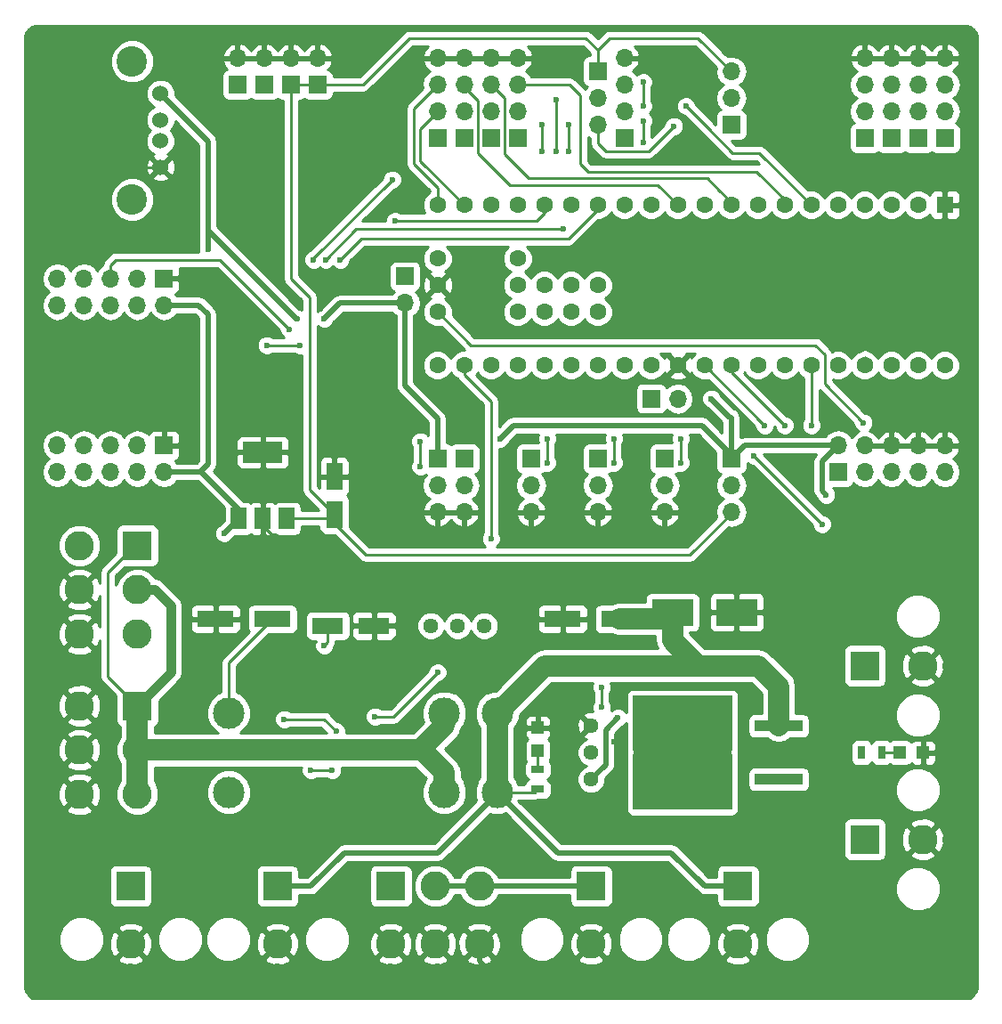
<source format=gbr>
G04 #@! TF.FileFunction,Copper,L1,Top,Signal*
%FSLAX46Y46*%
G04 Gerber Fmt 4.6, Leading zero omitted, Abs format (unit mm)*
G04 Created by KiCad (PCBNEW 4.0.7) date 08/22/18 01:24:58*
%MOMM*%
%LPD*%
G01*
G04 APERTURE LIST*
%ADD10C,0.100000*%
%ADD11R,4.000000X2.500000*%
%ADD12R,3.000000X1.600000*%
%ADD13R,3.500000X1.600000*%
%ADD14C,1.440000*%
%ADD15R,1.700000X1.700000*%
%ADD16O,1.700000X1.700000*%
%ADD17R,2.800000X2.800000*%
%ADD18C,2.800000*%
%ADD19C,1.600000*%
%ADD20R,1.600000X1.600000*%
%ADD21R,4.600000X1.100000*%
%ADD22R,9.400000X10.800000*%
%ADD23R,4.550000X5.250000*%
%ADD24R,1.200000X1.200000*%
%ADD25R,1.300000X0.700000*%
%ADD26R,0.700000X1.300000*%
%ADD27R,1.600000X2.600000*%
%ADD28C,3.000000*%
%ADD29R,3.800000X2.000000*%
%ADD30R,1.500000X2.000000*%
%ADD31C,2.904000*%
%ADD32C,1.524000*%
%ADD33C,0.600000*%
%ADD34C,0.254000*%
%ADD35C,0.480000*%
%ADD36C,2.000000*%
%ADD37C,0.960000*%
G04 APERTURE END LIST*
D10*
D11*
X143000000Y-123825000D03*
X149100000Y-123825000D03*
D12*
X110195000Y-125095000D03*
X114595000Y-125095000D03*
D13*
X104935000Y-124460000D03*
X99535000Y-124460000D03*
D14*
X120015000Y-125095000D03*
X122555000Y-125095000D03*
X125095000Y-125095000D03*
D15*
X94615000Y-92075000D03*
D16*
X94615000Y-94615000D03*
X92075000Y-92075000D03*
X92075000Y-94615000D03*
X89535000Y-92075000D03*
X89535000Y-94615000D03*
X86995000Y-92075000D03*
X86995000Y-94615000D03*
X84455000Y-92075000D03*
X84455000Y-94615000D03*
D17*
X92075000Y-132715000D03*
D18*
X92075000Y-136915000D03*
X92075000Y-141115000D03*
X86575000Y-132715000D03*
X86575000Y-136915000D03*
X86575000Y-141115000D03*
D17*
X92075000Y-117475000D03*
D18*
X92075000Y-121675000D03*
X92075000Y-125875000D03*
X86575000Y-117475000D03*
X86575000Y-121675000D03*
X86575000Y-125875000D03*
D15*
X94615000Y-107950000D03*
D16*
X94615000Y-110490000D03*
X92075000Y-107950000D03*
X92075000Y-110490000D03*
X89535000Y-107950000D03*
X89535000Y-110490000D03*
X86995000Y-107950000D03*
X86995000Y-110490000D03*
X84455000Y-107950000D03*
X84455000Y-110490000D03*
D19*
X148590000Y-85090000D03*
X146050000Y-85090000D03*
X143510000Y-85090000D03*
X151130000Y-85090000D03*
X153670000Y-85090000D03*
X156210000Y-85090000D03*
X158750000Y-85090000D03*
X161290000Y-85090000D03*
X163830000Y-85090000D03*
X166370000Y-85090000D03*
D20*
X168910000Y-85090000D03*
D19*
X140970000Y-85090000D03*
X138430000Y-85090000D03*
X135890000Y-85090000D03*
X133350000Y-85090000D03*
X130810000Y-85090000D03*
X128270000Y-85090000D03*
X125730000Y-85090000D03*
X123190000Y-85090000D03*
X120650000Y-85090000D03*
X120650000Y-90170000D03*
X120650000Y-92710000D03*
X120650000Y-95250000D03*
X120650000Y-100330000D03*
X123190000Y-100330000D03*
X125730000Y-100330000D03*
X128270000Y-100330000D03*
X130810000Y-100330000D03*
X133350000Y-100330000D03*
X135890000Y-100330000D03*
X138430000Y-100330000D03*
X140970000Y-100330000D03*
X143510000Y-100330000D03*
X146050000Y-100330000D03*
X148590000Y-100330000D03*
X151130000Y-100330000D03*
X153670000Y-100330000D03*
X156210000Y-100330000D03*
X158750000Y-100330000D03*
X161290000Y-100330000D03*
X163830000Y-100330000D03*
X166370000Y-100330000D03*
X168910000Y-100330000D03*
X135890000Y-95250000D03*
X133350000Y-95250000D03*
X130810000Y-95250000D03*
X128270000Y-95250000D03*
X135890000Y-92710000D03*
X133350000Y-92710000D03*
X130810000Y-92710000D03*
X128270000Y-92710000D03*
X128270000Y-90170000D03*
D21*
X153095000Y-139700000D03*
X153095000Y-134620000D03*
D22*
X143945000Y-137160000D03*
D23*
X141520000Y-134385000D03*
X146370000Y-139935000D03*
X141520000Y-139935000D03*
X146370000Y-134385000D03*
D15*
X148590000Y-77470000D03*
D16*
X148590000Y-74930000D03*
X148590000Y-72390000D03*
D15*
X148590000Y-109220000D03*
D16*
X148590000Y-111760000D03*
X148590000Y-114300000D03*
D15*
X117538500Y-91884500D03*
D16*
X117538500Y-94424500D03*
D17*
X105410000Y-149860000D03*
D18*
X105410000Y-155360000D03*
D17*
X91440000Y-149860000D03*
D18*
X91440000Y-155360000D03*
D15*
X158750000Y-110490000D03*
D16*
X158750000Y-107950000D03*
X161290000Y-110490000D03*
X161290000Y-107950000D03*
X163830000Y-110490000D03*
X163830000Y-107950000D03*
X166370000Y-110490000D03*
X166370000Y-107950000D03*
X168910000Y-110490000D03*
X168910000Y-107950000D03*
D15*
X168910000Y-78740000D03*
D16*
X168910000Y-76200000D03*
X168910000Y-73660000D03*
X168910000Y-71120000D03*
D15*
X142240000Y-109220000D03*
D16*
X142240000Y-111760000D03*
X142240000Y-114300000D03*
D15*
X135890000Y-109220000D03*
D16*
X135890000Y-111760000D03*
X135890000Y-114300000D03*
D15*
X129540000Y-109220000D03*
D16*
X129540000Y-111760000D03*
X129540000Y-114300000D03*
D15*
X123190000Y-109220000D03*
D16*
X123190000Y-111760000D03*
X123190000Y-114300000D03*
D17*
X116205000Y-149860000D03*
D18*
X120405000Y-149860000D03*
X124605000Y-149860000D03*
X116205000Y-155360000D03*
X120405000Y-155360000D03*
X124605000Y-155360000D03*
D17*
X161290000Y-128905000D03*
D18*
X166790000Y-128905000D03*
D17*
X161290000Y-145415000D03*
D18*
X166790000Y-145415000D03*
D15*
X104140000Y-73660000D03*
D16*
X104140000Y-71120000D03*
D15*
X101600000Y-73660000D03*
D16*
X101600000Y-71120000D03*
D14*
X135255000Y-139700000D03*
X135255000Y-137160000D03*
X135255000Y-134620000D03*
D24*
X130175000Y-136990000D03*
X130175000Y-134790000D03*
X164635000Y-137160000D03*
X166835000Y-137160000D03*
D25*
X130175000Y-140650000D03*
X130175000Y-138750000D03*
D26*
X162875000Y-137160000D03*
X160975000Y-137160000D03*
D15*
X120650000Y-78740000D03*
D16*
X120650000Y-76200000D03*
X120650000Y-73660000D03*
X120650000Y-71120000D03*
D15*
X123190000Y-78740000D03*
D16*
X123190000Y-76200000D03*
X123190000Y-73660000D03*
X123190000Y-71120000D03*
D15*
X125730000Y-78740000D03*
D16*
X125730000Y-76200000D03*
X125730000Y-73660000D03*
X125730000Y-71120000D03*
D15*
X128270000Y-78740000D03*
D16*
X128270000Y-76200000D03*
X128270000Y-73660000D03*
X128270000Y-71120000D03*
D15*
X166370000Y-78740000D03*
D16*
X166370000Y-76200000D03*
X166370000Y-73660000D03*
X166370000Y-71120000D03*
D15*
X163830000Y-78740000D03*
D16*
X163830000Y-76200000D03*
X163830000Y-73660000D03*
X163830000Y-71120000D03*
D15*
X161290000Y-78740000D03*
D16*
X161290000Y-76200000D03*
X161290000Y-73660000D03*
X161290000Y-71120000D03*
D15*
X120650000Y-109220000D03*
D16*
X120650000Y-111760000D03*
X120650000Y-114300000D03*
D15*
X109220000Y-73660000D03*
D16*
X109220000Y-71120000D03*
D15*
X106680000Y-73660000D03*
D16*
X106680000Y-71120000D03*
D27*
X110807500Y-114512500D03*
X110807500Y-110912500D03*
D13*
X137955000Y-124460000D03*
X132555000Y-124460000D03*
D15*
X140970000Y-103505000D03*
D16*
X143510000Y-103505000D03*
D17*
X149225000Y-149860000D03*
D18*
X149225000Y-155360000D03*
D17*
X135255000Y-149860000D03*
D18*
X135255000Y-155360000D03*
D15*
X138430000Y-78740000D03*
D16*
X138430000Y-76200000D03*
X138430000Y-73660000D03*
X138430000Y-71120000D03*
D15*
X135890000Y-72390000D03*
D16*
X135890000Y-74930000D03*
X135890000Y-77470000D03*
D28*
X126315000Y-140930000D03*
X121275000Y-133410000D03*
X100775000Y-133410000D03*
X100775000Y-140930000D03*
X121275000Y-140930000D03*
X126315000Y-133410000D03*
D29*
X104013000Y-108610000D03*
D30*
X104013000Y-114910000D03*
X106313000Y-114910000D03*
X101713000Y-114910000D03*
D31*
X91580000Y-84574000D03*
D32*
X94280000Y-74504000D03*
X94280000Y-77004000D03*
X94280000Y-79004000D03*
X94280000Y-81504000D03*
D31*
X91580000Y-71434000D03*
D33*
X92456000Y-81534000D03*
X110744000Y-108712000D03*
X105283000Y-116840000D03*
X150749000Y-130937000D03*
X145034000Y-130937000D03*
X162306000Y-123571000D03*
X137414000Y-136144000D03*
X163830000Y-135255000D03*
X168275000Y-137160000D03*
X114554000Y-122936000D03*
X99441000Y-122428000D03*
X96520000Y-92075000D03*
X83820000Y-141605000D03*
X83820000Y-137160000D03*
X83820000Y-132715000D03*
X83820000Y-121920000D03*
X96520000Y-107950000D03*
X168910000Y-83312000D03*
X145415000Y-75438000D03*
X144399000Y-71120000D03*
X140208000Y-71120000D03*
X130048000Y-71120000D03*
X116205000Y-131445000D03*
X143510000Y-121285000D03*
X132080000Y-134620000D03*
X153670000Y-76835000D03*
X152400000Y-73025000D03*
X168910000Y-106045000D03*
X142240000Y-116205000D03*
X135890000Y-116205000D03*
X129540000Y-116205000D03*
X123190000Y-116205000D03*
X168910000Y-69215000D03*
X91440000Y-157480000D03*
X105410000Y-157480000D03*
X116205000Y-157480000D03*
X125095000Y-157480000D03*
X120650000Y-157480000D03*
X135255000Y-158115000D03*
X149225000Y-158115000D03*
X168910000Y-145415000D03*
X168910000Y-128905000D03*
X100330000Y-116332000D03*
X157607000Y-112649000D03*
X137795000Y-133858000D03*
X126555500Y-107315000D03*
X146685000Y-103505000D03*
X143129000Y-77597000D03*
X107315000Y-95885000D03*
X109855000Y-95885000D03*
X98806000Y-89281000D03*
X150749000Y-108966000D03*
X157226000Y-115443000D03*
X143764000Y-109601000D03*
X143764000Y-107315000D03*
X131064000Y-109601000D03*
X131064000Y-107315000D03*
X137414000Y-109601000D03*
X137414000Y-107315000D03*
X144272000Y-75692000D03*
X156210000Y-106045000D03*
X118999000Y-107569000D03*
X118999000Y-109982000D03*
X161163000Y-105791000D03*
X133096000Y-80010000D03*
X133096000Y-77470000D03*
X153670000Y-106045000D03*
X106045000Y-133985000D03*
X110998000Y-135128000D03*
X107569000Y-98425000D03*
X104394000Y-98425000D03*
X111379000Y-90297000D03*
X132588000Y-87376000D03*
X109982000Y-90297000D03*
X108839000Y-90297000D03*
X116332000Y-82677000D03*
X130556000Y-77470000D03*
X130556000Y-80010000D03*
X131953000Y-80010000D03*
X131953000Y-75057000D03*
X106553000Y-96901000D03*
X116586000Y-86614000D03*
X151765000Y-106045000D03*
X142875000Y-123825000D03*
X153035000Y-134620000D03*
X125730000Y-116840000D03*
X136271000Y-132842000D03*
X136271000Y-130937000D03*
X108585000Y-138811000D03*
X110617000Y-138811000D03*
X114681000Y-133731000D03*
X120650000Y-129540000D03*
X160910000Y-137160000D03*
X146431000Y-134239000D03*
X153095000Y-139700000D03*
X140208000Y-75692000D03*
X140208000Y-73406000D03*
X109855000Y-127000000D03*
X140208000Y-79121000D03*
X140208000Y-77089000D03*
D34*
X94280000Y-81504000D02*
X92486000Y-81504000D01*
X92486000Y-81504000D02*
X92456000Y-81534000D01*
X110807500Y-110912500D02*
X110807500Y-108775500D01*
X110807500Y-108775500D02*
X110744000Y-108712000D01*
X104013000Y-114910000D02*
X104013000Y-115570000D01*
X104013000Y-115570000D02*
X105283000Y-116840000D01*
X104013000Y-108610000D02*
X104013000Y-114910000D01*
X168275000Y-137160000D02*
X166835000Y-137160000D01*
X114595000Y-125095000D02*
X114595000Y-122977000D01*
X114595000Y-122977000D02*
X114554000Y-122936000D01*
X99535000Y-124460000D02*
X99535000Y-122522000D01*
X99535000Y-122522000D02*
X99441000Y-122428000D01*
X130175000Y-134790000D02*
X131910000Y-134790000D01*
X131910000Y-134790000D02*
X132080000Y-134620000D01*
D35*
X124605000Y-155360000D02*
X124605000Y-156990000D01*
X124605000Y-156990000D02*
X125095000Y-157480000D01*
X98806000Y-87376000D02*
X98806000Y-79030000D01*
X98806000Y-79030000D02*
X94280000Y-74504000D01*
X94615000Y-110490000D02*
X98171000Y-110490000D01*
X98171000Y-110490000D02*
X101713000Y-114032000D01*
X101713000Y-114032000D02*
X101713000Y-114910000D01*
X101713000Y-114910000D02*
X101713000Y-114949000D01*
X101713000Y-114949000D02*
X100330000Y-116332000D01*
X157226000Y-111887000D02*
X157226000Y-112268000D01*
X157226000Y-111887000D02*
X157226000Y-109474000D01*
X158750000Y-107950000D02*
X157226000Y-109474000D01*
X157226000Y-112268000D02*
X157607000Y-112649000D01*
X136652000Y-138303000D02*
X135255000Y-139700000D01*
X136652000Y-135001000D02*
X136652000Y-138303000D01*
X137795000Y-133858000D02*
X136652000Y-135001000D01*
X145796000Y-106045000D02*
X127825500Y-106045000D01*
X148590000Y-108839000D02*
X145796000Y-106045000D01*
X127825500Y-106045000D02*
X126555500Y-107315000D01*
X148590000Y-105295000D02*
X148475000Y-105295000D01*
X148590000Y-109220000D02*
X148590000Y-105295000D01*
X148475000Y-105295000D02*
X146685000Y-103505000D01*
X148590000Y-109220000D02*
X148590000Y-108839000D01*
D34*
X135890000Y-79248000D02*
X135890000Y-77470000D01*
X136652000Y-80010000D02*
X135890000Y-79248000D01*
X140716000Y-80010000D02*
X136652000Y-80010000D01*
X143129000Y-77597000D02*
X140716000Y-80010000D01*
D35*
X107315000Y-95885000D02*
X107188000Y-95885000D01*
X109855000Y-95885000D02*
X111315500Y-94424500D01*
X117538500Y-94424500D02*
X111315500Y-94424500D01*
X98806000Y-87503000D02*
X98806000Y-87376000D01*
X107188000Y-95885000D02*
X98806000Y-87503000D01*
X98806000Y-89281000D02*
X98806000Y-87376000D01*
X158750000Y-107950000D02*
X149860000Y-107950000D01*
X149860000Y-107950000D02*
X148590000Y-109220000D01*
X117538500Y-94424500D02*
X117538500Y-102298500D01*
X117538500Y-102298500D02*
X120650000Y-105410000D01*
X120650000Y-105410000D02*
X120650000Y-109220000D01*
X94615000Y-94615000D02*
X97917000Y-94615000D01*
X98044000Y-110490000D02*
X98806000Y-109728000D01*
X98806000Y-109728000D02*
X98806000Y-95504000D01*
X98044000Y-110490000D02*
X94615000Y-110490000D01*
X97917000Y-94615000D02*
X98806000Y-95504000D01*
D34*
X108458000Y-103759000D02*
X108458000Y-112163000D01*
X108458000Y-112163000D02*
X110807500Y-114512500D01*
X106313000Y-114910000D02*
X110410000Y-114910000D01*
X110410000Y-114910000D02*
X110807500Y-114512500D01*
X110807500Y-114512500D02*
X110807500Y-115379500D01*
X110807500Y-115379500D02*
X113792000Y-118364000D01*
X148590000Y-114427000D02*
X148590000Y-114300000D01*
X144653000Y-118364000D02*
X148590000Y-114427000D01*
X124206000Y-118364000D02*
X144653000Y-118364000D01*
X113792000Y-118364000D02*
X124333000Y-118364000D01*
X135890000Y-70358000D02*
X137033000Y-69215000D01*
X137414000Y-69215000D02*
X145415000Y-69215000D01*
X145415000Y-69215000D02*
X148590000Y-72390000D01*
X137033000Y-69215000D02*
X137414000Y-69215000D01*
X135890000Y-70739000D02*
X135890000Y-70358000D01*
X113538000Y-73660000D02*
X109220000Y-73660000D01*
X117983000Y-69215000D02*
X126619000Y-69215000D01*
X113538000Y-73660000D02*
X117983000Y-69215000D01*
X126619000Y-69215000D02*
X132715000Y-69215000D01*
X134747000Y-69215000D02*
X132715000Y-69215000D01*
X135890000Y-70358000D02*
X134747000Y-69215000D01*
X135890000Y-72390000D02*
X135890000Y-70739000D01*
X106680000Y-73660000D02*
X109220000Y-73660000D01*
X106680000Y-92075000D02*
X106680000Y-73660000D01*
X108458000Y-93853000D02*
X106680000Y-92075000D01*
X108458000Y-103886000D02*
X108458000Y-103759000D01*
X108458000Y-103759000D02*
X108458000Y-93853000D01*
X135255000Y-137160000D02*
X135255000Y-137033000D01*
X150749000Y-108966000D02*
X157226000Y-115443000D01*
X143764000Y-107315000D02*
X143764000Y-109601000D01*
X131064000Y-107315000D02*
X131064000Y-109601000D01*
X137414000Y-107315000D02*
X137414000Y-109601000D01*
X151257000Y-80137000D02*
X148717000Y-80137000D01*
X156210000Y-85090000D02*
X151257000Y-80137000D01*
X146304000Y-77724000D02*
X144272000Y-75692000D01*
X146304000Y-77724000D02*
X146304000Y-77724000D01*
X148717000Y-80137000D02*
X146304000Y-77724000D01*
X156210000Y-106045000D02*
X156210000Y-100330000D01*
X153670000Y-100330000D02*
X153670000Y-100330000D01*
X118999000Y-109982000D02*
X118999000Y-107569000D01*
X161163000Y-105791000D02*
X157480000Y-102108000D01*
X157480000Y-102108000D02*
X157480000Y-101219000D01*
X157480000Y-101219000D02*
X157480000Y-99314000D01*
X157480000Y-99314000D02*
X156591000Y-98425000D01*
X156591000Y-98425000D02*
X123825000Y-98425000D01*
X123825000Y-98425000D02*
X120650000Y-95250000D01*
X129540000Y-82550000D02*
X129286000Y-82550000D01*
X127000000Y-74930000D02*
X125730000Y-73660000D01*
X127000000Y-80264000D02*
X127000000Y-74930000D01*
X129286000Y-82550000D02*
X127000000Y-80264000D01*
X146304000Y-82550000D02*
X147447000Y-83693000D01*
X129667000Y-82550000D02*
X129540000Y-82550000D01*
X129540000Y-82550000D02*
X146304000Y-82550000D01*
X147447000Y-83693000D02*
X148590000Y-84836000D01*
X147447000Y-83693000D02*
X147447000Y-83693000D01*
X148590000Y-84836000D02*
X148590000Y-85090000D01*
X125730000Y-73660000D02*
X125857000Y-73660000D01*
X120650000Y-85090000D02*
X120650000Y-83439000D01*
X118364000Y-75946000D02*
X120650000Y-73660000D01*
X118364000Y-81153000D02*
X118364000Y-75946000D01*
X120650000Y-83439000D02*
X118364000Y-81153000D01*
X133096000Y-77470000D02*
X133096000Y-80010000D01*
X128270000Y-73660000D02*
X133223000Y-73660000D01*
X134239000Y-81206998D02*
X134947002Y-81915000D01*
X134239000Y-74676000D02*
X134239000Y-81206998D01*
X133223000Y-73660000D02*
X134239000Y-74676000D01*
X153670000Y-85090000D02*
X153670000Y-84582000D01*
X153670000Y-84582000D02*
X151002998Y-81914998D01*
X151002998Y-81914998D02*
X145287998Y-81914998D01*
X145287998Y-81914998D02*
X145288000Y-81915000D01*
X145288000Y-81915000D02*
X134947002Y-81915000D01*
X148590000Y-100965000D02*
X153670000Y-106045000D01*
X148590000Y-100965000D02*
X148590000Y-100330000D01*
D36*
X121275000Y-140930000D02*
X121275000Y-139055000D01*
X121275000Y-139055000D02*
X119062500Y-136842500D01*
X121275000Y-133410000D02*
X121275000Y-134630000D01*
X121275000Y-134630000D02*
X119062500Y-136842500D01*
X119062500Y-136842500D02*
X118990000Y-136915000D01*
X92075000Y-136915000D02*
X118990000Y-136915000D01*
X118990000Y-136915000D02*
X119380000Y-136525000D01*
D34*
X89281000Y-129921000D02*
X92075000Y-132715000D01*
X89281000Y-120015000D02*
X89281000Y-129921000D01*
X91821000Y-117475000D02*
X89281000Y-120015000D01*
X92075000Y-117475000D02*
X91821000Y-117475000D01*
D37*
X92075000Y-121675000D02*
X93735000Y-121675000D01*
X95250000Y-129540000D02*
X92075000Y-132715000D01*
X95250000Y-123190000D02*
X95250000Y-129540000D01*
X93735000Y-121675000D02*
X95250000Y-123190000D01*
D36*
X92075000Y-132715000D02*
X92075000Y-136915000D01*
X92075000Y-136915000D02*
X92075000Y-141115000D01*
D34*
X121355000Y-140650000D02*
X121075000Y-140930000D01*
X109855000Y-133985000D02*
X109855000Y-134009998D01*
X109855000Y-133985000D02*
X106045000Y-133985000D01*
X110973002Y-135128000D02*
X110998000Y-135128000D01*
X109855000Y-134009998D02*
X110973002Y-135128000D01*
X100775000Y-133430000D02*
X100775000Y-128620000D01*
X100775000Y-128620000D02*
X104935000Y-124460000D01*
X161290000Y-99568000D02*
X161290000Y-100330000D01*
X107569000Y-98425000D02*
X104394000Y-98425000D01*
X111379000Y-90297000D02*
X113411000Y-88265000D01*
X113411000Y-88265000D02*
X133096000Y-88265000D01*
X135890000Y-85471000D02*
X133096000Y-88265000D01*
X135890000Y-85090000D02*
X135890000Y-85471000D01*
X138430000Y-85090000D02*
X138430000Y-85725000D01*
X109982000Y-90297000D02*
X112903000Y-87376000D01*
X112903000Y-87376000D02*
X132588000Y-87376000D01*
X108839000Y-90170000D02*
X108839000Y-90297000D01*
X116332000Y-82677000D02*
X108839000Y-90170000D01*
X123190000Y-85090000D02*
X118999000Y-80899000D01*
X118999000Y-77851000D02*
X120650000Y-76200000D01*
X118999000Y-80899000D02*
X118999000Y-77851000D01*
X130556000Y-77470000D02*
X130556000Y-80010000D01*
X127508000Y-83185000D02*
X124460000Y-80137000D01*
X124460000Y-75184000D02*
X123190000Y-73914000D01*
X124460000Y-80137000D02*
X124460000Y-75184000D01*
X123190000Y-73914000D02*
X123190000Y-73660000D01*
X123190000Y-73660000D02*
X123317000Y-73660000D01*
X127635000Y-83185000D02*
X127508000Y-83185000D01*
X127508000Y-83185000D02*
X141605000Y-83185000D01*
X141605000Y-83185000D02*
X143510000Y-85090000D01*
X131953000Y-75057000D02*
X131953000Y-80010000D01*
X99949000Y-90297000D02*
X98171000Y-90297000D01*
X106553000Y-96901000D02*
X99949000Y-90297000D01*
X89535000Y-90805000D02*
X90043000Y-90297000D01*
X90043000Y-90297000D02*
X98171000Y-90297000D01*
X98171000Y-90297000D02*
X99187000Y-90297000D01*
X89535000Y-90805000D02*
X89535000Y-92075000D01*
X130810000Y-85852000D02*
X130048000Y-86614000D01*
X130048000Y-86614000D02*
X116586000Y-86614000D01*
X130810000Y-85090000D02*
X130810000Y-85852000D01*
X146050000Y-100330000D02*
X151765000Y-106045000D01*
X126315000Y-140930000D02*
X129895000Y-140930000D01*
X129895000Y-140930000D02*
X130175000Y-140650000D01*
D35*
X126315000Y-140930000D02*
X126315000Y-141020000D01*
X126315000Y-141020000D02*
X120650000Y-146685000D01*
X120650000Y-146685000D02*
X111760000Y-146685000D01*
X142875000Y-146685000D02*
X132070000Y-146685000D01*
X146050000Y-149860000D02*
X142875000Y-146685000D01*
X149225000Y-149860000D02*
X146050000Y-149860000D01*
X132070000Y-146685000D02*
X126315000Y-140930000D01*
D36*
X126315000Y-140930000D02*
X126315000Y-133410000D01*
X126315000Y-133410000D02*
X130820000Y-128905000D01*
X130820000Y-128905000D02*
X132080000Y-128905000D01*
D35*
X111760000Y-146685000D02*
X108585000Y-149860000D01*
D34*
X142875000Y-123825000D02*
X143000000Y-123825000D01*
X153035000Y-134620000D02*
X153095000Y-134620000D01*
D36*
X143000000Y-123825000D02*
X143000000Y-126490000D01*
X143000000Y-126490000D02*
X145415000Y-128905000D01*
D35*
X108585000Y-149860000D02*
X105410000Y-149860000D01*
D36*
X137955000Y-124460000D02*
X142365000Y-124460000D01*
X153095000Y-130870000D02*
X153095000Y-134620000D01*
X151130000Y-128905000D02*
X153095000Y-130870000D01*
X132080000Y-128905000D02*
X145415000Y-128905000D01*
X145415000Y-128905000D02*
X151130000Y-128905000D01*
D34*
X130175000Y-138750000D02*
X130175000Y-136990000D01*
X123190000Y-101219000D02*
X123190000Y-100330000D01*
X125730000Y-103759000D02*
X123190000Y-101219000D01*
X125730000Y-116840000D02*
X125730000Y-103759000D01*
X136271000Y-130937000D02*
X136271000Y-132842000D01*
X108585000Y-138811000D02*
X110617000Y-138811000D01*
X116459000Y-133731000D02*
X114681000Y-133731000D01*
X120650000Y-129540000D02*
X116459000Y-133731000D01*
X162875000Y-137160000D02*
X164635000Y-137160000D01*
X160910000Y-137160000D02*
X160975000Y-137160000D01*
X146431000Y-134239000D02*
X143945000Y-136725000D01*
X143945000Y-136725000D02*
X143945000Y-137160000D01*
X140208000Y-73406000D02*
X140208000Y-75692000D01*
X110195000Y-126660000D02*
X110195000Y-125095000D01*
X109855000Y-127000000D02*
X110195000Y-126660000D01*
X140208000Y-77089000D02*
X140208000Y-79121000D01*
D35*
X135255000Y-149860000D02*
X124605000Y-149860000D01*
X124605000Y-149860000D02*
X120405000Y-149860000D01*
D34*
G36*
X171266984Y-68123815D02*
X171650157Y-68379844D01*
X171906185Y-68763015D01*
X171958000Y-69023508D01*
X171958000Y-159576492D01*
X171906185Y-159836985D01*
X171650157Y-160220156D01*
X171266984Y-160476185D01*
X171006492Y-160528000D01*
X82358508Y-160528000D01*
X82098015Y-160476185D01*
X81714844Y-160220157D01*
X81458815Y-159836984D01*
X81407000Y-159576492D01*
X81407000Y-155322815D01*
X84604630Y-155322815D01*
X84928980Y-156107800D01*
X85529041Y-156708909D01*
X86313459Y-157034628D01*
X87162815Y-157035370D01*
X87728280Y-156801724D01*
X90177882Y-156801724D01*
X90325455Y-157110106D01*
X91080031Y-157403405D01*
X91889409Y-157385614D01*
X92554545Y-157110106D01*
X92702118Y-156801724D01*
X91440000Y-155539605D01*
X90177882Y-156801724D01*
X87728280Y-156801724D01*
X87947800Y-156711020D01*
X88548909Y-156110959D01*
X88874628Y-155326541D01*
X88874913Y-155000031D01*
X89396595Y-155000031D01*
X89414386Y-155809409D01*
X89689894Y-156474545D01*
X89998276Y-156622118D01*
X91260395Y-155360000D01*
X91619605Y-155360000D01*
X92881724Y-156622118D01*
X93190106Y-156474545D01*
X93483405Y-155719969D01*
X93474676Y-155322815D01*
X94004630Y-155322815D01*
X94328980Y-156107800D01*
X94929041Y-156708909D01*
X95713459Y-157034628D01*
X96562815Y-157035370D01*
X97347800Y-156711020D01*
X97948909Y-156110959D01*
X98274628Y-155326541D01*
X98274631Y-155322815D01*
X98574630Y-155322815D01*
X98898980Y-156107800D01*
X99499041Y-156708909D01*
X100283459Y-157034628D01*
X101132815Y-157035370D01*
X101698280Y-156801724D01*
X104147882Y-156801724D01*
X104295455Y-157110106D01*
X105050031Y-157403405D01*
X105859409Y-157385614D01*
X106524545Y-157110106D01*
X106672118Y-156801724D01*
X105410000Y-155539605D01*
X104147882Y-156801724D01*
X101698280Y-156801724D01*
X101917800Y-156711020D01*
X102518909Y-156110959D01*
X102844628Y-155326541D01*
X102844913Y-155000031D01*
X103366595Y-155000031D01*
X103384386Y-155809409D01*
X103659894Y-156474545D01*
X103968276Y-156622118D01*
X105230395Y-155360000D01*
X105589605Y-155360000D01*
X106851724Y-156622118D01*
X107160106Y-156474545D01*
X107453405Y-155719969D01*
X107444676Y-155322815D01*
X107974630Y-155322815D01*
X108298980Y-156107800D01*
X108899041Y-156708909D01*
X109683459Y-157034628D01*
X110532815Y-157035370D01*
X111098280Y-156801724D01*
X114942882Y-156801724D01*
X115090455Y-157110106D01*
X115845031Y-157403405D01*
X116654409Y-157385614D01*
X117319545Y-157110106D01*
X117467118Y-156801724D01*
X119142882Y-156801724D01*
X119290455Y-157110106D01*
X120045031Y-157403405D01*
X120854409Y-157385614D01*
X121519545Y-157110106D01*
X121667118Y-156801724D01*
X123342882Y-156801724D01*
X123490455Y-157110106D01*
X124245031Y-157403405D01*
X125054409Y-157385614D01*
X125719545Y-157110106D01*
X125867118Y-156801724D01*
X124605000Y-155539605D01*
X123342882Y-156801724D01*
X121667118Y-156801724D01*
X120405000Y-155539605D01*
X119142882Y-156801724D01*
X117467118Y-156801724D01*
X116205000Y-155539605D01*
X114942882Y-156801724D01*
X111098280Y-156801724D01*
X111317800Y-156711020D01*
X111918909Y-156110959D01*
X112244628Y-155326541D01*
X112244913Y-155000031D01*
X114161595Y-155000031D01*
X114179386Y-155809409D01*
X114454894Y-156474545D01*
X114763276Y-156622118D01*
X116025395Y-155360000D01*
X116384605Y-155360000D01*
X117646724Y-156622118D01*
X117955106Y-156474545D01*
X118248405Y-155719969D01*
X118232580Y-155000031D01*
X118361595Y-155000031D01*
X118379386Y-155809409D01*
X118654894Y-156474545D01*
X118963276Y-156622118D01*
X120225395Y-155360000D01*
X120584605Y-155360000D01*
X121846724Y-156622118D01*
X122155106Y-156474545D01*
X122448405Y-155719969D01*
X122432580Y-155000031D01*
X122561595Y-155000031D01*
X122579386Y-155809409D01*
X122854894Y-156474545D01*
X123163276Y-156622118D01*
X124425395Y-155360000D01*
X124784605Y-155360000D01*
X126046724Y-156622118D01*
X126355106Y-156474545D01*
X126648405Y-155719969D01*
X126639676Y-155322815D01*
X128419630Y-155322815D01*
X128743980Y-156107800D01*
X129344041Y-156708909D01*
X130128459Y-157034628D01*
X130977815Y-157035370D01*
X131543280Y-156801724D01*
X133992882Y-156801724D01*
X134140455Y-157110106D01*
X134895031Y-157403405D01*
X135704409Y-157385614D01*
X136369545Y-157110106D01*
X136517118Y-156801724D01*
X135255000Y-155539605D01*
X133992882Y-156801724D01*
X131543280Y-156801724D01*
X131762800Y-156711020D01*
X132363909Y-156110959D01*
X132689628Y-155326541D01*
X132689913Y-155000031D01*
X133211595Y-155000031D01*
X133229386Y-155809409D01*
X133504894Y-156474545D01*
X133813276Y-156622118D01*
X135075395Y-155360000D01*
X135434605Y-155360000D01*
X136696724Y-156622118D01*
X137005106Y-156474545D01*
X137298405Y-155719969D01*
X137289676Y-155322815D01*
X137819630Y-155322815D01*
X138143980Y-156107800D01*
X138744041Y-156708909D01*
X139528459Y-157034628D01*
X140377815Y-157035370D01*
X141162800Y-156711020D01*
X141763909Y-156110959D01*
X142089628Y-155326541D01*
X142089631Y-155322815D01*
X142389630Y-155322815D01*
X142713980Y-156107800D01*
X143314041Y-156708909D01*
X144098459Y-157034628D01*
X144947815Y-157035370D01*
X145513280Y-156801724D01*
X147962882Y-156801724D01*
X148110455Y-157110106D01*
X148865031Y-157403405D01*
X149674409Y-157385614D01*
X150339545Y-157110106D01*
X150487118Y-156801724D01*
X149225000Y-155539605D01*
X147962882Y-156801724D01*
X145513280Y-156801724D01*
X145732800Y-156711020D01*
X146333909Y-156110959D01*
X146659628Y-155326541D01*
X146659913Y-155000031D01*
X147181595Y-155000031D01*
X147199386Y-155809409D01*
X147474894Y-156474545D01*
X147783276Y-156622118D01*
X149045395Y-155360000D01*
X149404605Y-155360000D01*
X150666724Y-156622118D01*
X150975106Y-156474545D01*
X151268405Y-155719969D01*
X151259676Y-155322815D01*
X151789630Y-155322815D01*
X152113980Y-156107800D01*
X152714041Y-156708909D01*
X153498459Y-157034628D01*
X154347815Y-157035370D01*
X155132800Y-156711020D01*
X155733909Y-156110959D01*
X156059628Y-155326541D01*
X156060370Y-154477185D01*
X155736020Y-153692200D01*
X155135959Y-153091091D01*
X154351541Y-152765372D01*
X153502185Y-152764630D01*
X152717200Y-153088980D01*
X152116091Y-153689041D01*
X151790372Y-154473459D01*
X151789630Y-155322815D01*
X151259676Y-155322815D01*
X151250614Y-154910591D01*
X150975106Y-154245455D01*
X150666724Y-154097882D01*
X149404605Y-155360000D01*
X149045395Y-155360000D01*
X147783276Y-154097882D01*
X147474894Y-154245455D01*
X147181595Y-155000031D01*
X146659913Y-155000031D01*
X146660370Y-154477185D01*
X146429433Y-153918276D01*
X147962882Y-153918276D01*
X149225000Y-155180395D01*
X150487118Y-153918276D01*
X150339545Y-153609894D01*
X149584969Y-153316595D01*
X148775591Y-153334386D01*
X148110455Y-153609894D01*
X147962882Y-153918276D01*
X146429433Y-153918276D01*
X146336020Y-153692200D01*
X145735959Y-153091091D01*
X144951541Y-152765372D01*
X144102185Y-152764630D01*
X143317200Y-153088980D01*
X142716091Y-153689041D01*
X142390372Y-154473459D01*
X142389630Y-155322815D01*
X142089631Y-155322815D01*
X142090370Y-154477185D01*
X141766020Y-153692200D01*
X141165959Y-153091091D01*
X140381541Y-152765372D01*
X139532185Y-152764630D01*
X138747200Y-153088980D01*
X138146091Y-153689041D01*
X137820372Y-154473459D01*
X137819630Y-155322815D01*
X137289676Y-155322815D01*
X137280614Y-154910591D01*
X137005106Y-154245455D01*
X136696724Y-154097882D01*
X135434605Y-155360000D01*
X135075395Y-155360000D01*
X133813276Y-154097882D01*
X133504894Y-154245455D01*
X133211595Y-155000031D01*
X132689913Y-155000031D01*
X132690370Y-154477185D01*
X132459433Y-153918276D01*
X133992882Y-153918276D01*
X135255000Y-155180395D01*
X136517118Y-153918276D01*
X136369545Y-153609894D01*
X135614969Y-153316595D01*
X134805591Y-153334386D01*
X134140455Y-153609894D01*
X133992882Y-153918276D01*
X132459433Y-153918276D01*
X132366020Y-153692200D01*
X131765959Y-153091091D01*
X130981541Y-152765372D01*
X130132185Y-152764630D01*
X129347200Y-153088980D01*
X128746091Y-153689041D01*
X128420372Y-154473459D01*
X128419630Y-155322815D01*
X126639676Y-155322815D01*
X126630614Y-154910591D01*
X126355106Y-154245455D01*
X126046724Y-154097882D01*
X124784605Y-155360000D01*
X124425395Y-155360000D01*
X123163276Y-154097882D01*
X122854894Y-154245455D01*
X122561595Y-155000031D01*
X122432580Y-155000031D01*
X122430614Y-154910591D01*
X122155106Y-154245455D01*
X121846724Y-154097882D01*
X120584605Y-155360000D01*
X120225395Y-155360000D01*
X118963276Y-154097882D01*
X118654894Y-154245455D01*
X118361595Y-155000031D01*
X118232580Y-155000031D01*
X118230614Y-154910591D01*
X117955106Y-154245455D01*
X117646724Y-154097882D01*
X116384605Y-155360000D01*
X116025395Y-155360000D01*
X114763276Y-154097882D01*
X114454894Y-154245455D01*
X114161595Y-155000031D01*
X112244913Y-155000031D01*
X112245370Y-154477185D01*
X112014433Y-153918276D01*
X114942882Y-153918276D01*
X116205000Y-155180395D01*
X117467118Y-153918276D01*
X119142882Y-153918276D01*
X120405000Y-155180395D01*
X121667118Y-153918276D01*
X123342882Y-153918276D01*
X124605000Y-155180395D01*
X125867118Y-153918276D01*
X125719545Y-153609894D01*
X124964969Y-153316595D01*
X124155591Y-153334386D01*
X123490455Y-153609894D01*
X123342882Y-153918276D01*
X121667118Y-153918276D01*
X121519545Y-153609894D01*
X120764969Y-153316595D01*
X119955591Y-153334386D01*
X119290455Y-153609894D01*
X119142882Y-153918276D01*
X117467118Y-153918276D01*
X117319545Y-153609894D01*
X116564969Y-153316595D01*
X115755591Y-153334386D01*
X115090455Y-153609894D01*
X114942882Y-153918276D01*
X112014433Y-153918276D01*
X111921020Y-153692200D01*
X111320959Y-153091091D01*
X110536541Y-152765372D01*
X109687185Y-152764630D01*
X108902200Y-153088980D01*
X108301091Y-153689041D01*
X107975372Y-154473459D01*
X107974630Y-155322815D01*
X107444676Y-155322815D01*
X107435614Y-154910591D01*
X107160106Y-154245455D01*
X106851724Y-154097882D01*
X105589605Y-155360000D01*
X105230395Y-155360000D01*
X103968276Y-154097882D01*
X103659894Y-154245455D01*
X103366595Y-155000031D01*
X102844913Y-155000031D01*
X102845370Y-154477185D01*
X102614433Y-153918276D01*
X104147882Y-153918276D01*
X105410000Y-155180395D01*
X106672118Y-153918276D01*
X106524545Y-153609894D01*
X105769969Y-153316595D01*
X104960591Y-153334386D01*
X104295455Y-153609894D01*
X104147882Y-153918276D01*
X102614433Y-153918276D01*
X102521020Y-153692200D01*
X101920959Y-153091091D01*
X101136541Y-152765372D01*
X100287185Y-152764630D01*
X99502200Y-153088980D01*
X98901091Y-153689041D01*
X98575372Y-154473459D01*
X98574630Y-155322815D01*
X98274631Y-155322815D01*
X98275370Y-154477185D01*
X97951020Y-153692200D01*
X97350959Y-153091091D01*
X96566541Y-152765372D01*
X95717185Y-152764630D01*
X94932200Y-153088980D01*
X94331091Y-153689041D01*
X94005372Y-154473459D01*
X94004630Y-155322815D01*
X93474676Y-155322815D01*
X93465614Y-154910591D01*
X93190106Y-154245455D01*
X92881724Y-154097882D01*
X91619605Y-155360000D01*
X91260395Y-155360000D01*
X89998276Y-154097882D01*
X89689894Y-154245455D01*
X89396595Y-155000031D01*
X88874913Y-155000031D01*
X88875370Y-154477185D01*
X88644433Y-153918276D01*
X90177882Y-153918276D01*
X91440000Y-155180395D01*
X92702118Y-153918276D01*
X92554545Y-153609894D01*
X91799969Y-153316595D01*
X90990591Y-153334386D01*
X90325455Y-153609894D01*
X90177882Y-153918276D01*
X88644433Y-153918276D01*
X88551020Y-153692200D01*
X87950959Y-153091091D01*
X87166541Y-152765372D01*
X86317185Y-152764630D01*
X85532200Y-153088980D01*
X84931091Y-153689041D01*
X84605372Y-154473459D01*
X84604630Y-155322815D01*
X81407000Y-155322815D01*
X81407000Y-148460000D01*
X89392560Y-148460000D01*
X89392560Y-151260000D01*
X89436838Y-151495317D01*
X89575910Y-151711441D01*
X89788110Y-151856431D01*
X90040000Y-151907440D01*
X92840000Y-151907440D01*
X93075317Y-151863162D01*
X93291441Y-151724090D01*
X93436431Y-151511890D01*
X93487440Y-151260000D01*
X93487440Y-148460000D01*
X103362560Y-148460000D01*
X103362560Y-151260000D01*
X103406838Y-151495317D01*
X103545910Y-151711441D01*
X103758110Y-151856431D01*
X104010000Y-151907440D01*
X106810000Y-151907440D01*
X107045317Y-151863162D01*
X107261441Y-151724090D01*
X107406431Y-151511890D01*
X107457440Y-151260000D01*
X107457440Y-150735000D01*
X108585000Y-150735000D01*
X108919848Y-150668395D01*
X109203718Y-150478718D01*
X111222436Y-148460000D01*
X114157560Y-148460000D01*
X114157560Y-151260000D01*
X114201838Y-151495317D01*
X114340910Y-151711441D01*
X114553110Y-151856431D01*
X114805000Y-151907440D01*
X117605000Y-151907440D01*
X117840317Y-151863162D01*
X118056441Y-151724090D01*
X118201431Y-151511890D01*
X118252440Y-151260000D01*
X118252440Y-150263011D01*
X118369648Y-150263011D01*
X118678805Y-151011229D01*
X119250760Y-151584183D01*
X119998438Y-151894646D01*
X120808011Y-151895352D01*
X121556229Y-151586195D01*
X122129183Y-151014240D01*
X122245134Y-150735000D01*
X122764670Y-150735000D01*
X122878805Y-151011229D01*
X123450760Y-151584183D01*
X124198438Y-151894646D01*
X125008011Y-151895352D01*
X125756229Y-151586195D01*
X126329183Y-151014240D01*
X126445134Y-150735000D01*
X133207560Y-150735000D01*
X133207560Y-151260000D01*
X133251838Y-151495317D01*
X133390910Y-151711441D01*
X133603110Y-151856431D01*
X133855000Y-151907440D01*
X136655000Y-151907440D01*
X136890317Y-151863162D01*
X137106441Y-151724090D01*
X137251431Y-151511890D01*
X137302440Y-151260000D01*
X137302440Y-148460000D01*
X137258162Y-148224683D01*
X137119090Y-148008559D01*
X136906890Y-147863569D01*
X136655000Y-147812560D01*
X133855000Y-147812560D01*
X133619683Y-147856838D01*
X133403559Y-147995910D01*
X133258569Y-148208110D01*
X133207560Y-148460000D01*
X133207560Y-148985000D01*
X126445330Y-148985000D01*
X126331195Y-148708771D01*
X125759240Y-148135817D01*
X125011562Y-147825354D01*
X124201989Y-147824648D01*
X123453771Y-148133805D01*
X122880817Y-148705760D01*
X122764866Y-148985000D01*
X122245330Y-148985000D01*
X122131195Y-148708771D01*
X121559240Y-148135817D01*
X120811562Y-147825354D01*
X120001989Y-147824648D01*
X119253771Y-148133805D01*
X118680817Y-148705760D01*
X118370354Y-149453438D01*
X118369648Y-150263011D01*
X118252440Y-150263011D01*
X118252440Y-148460000D01*
X118208162Y-148224683D01*
X118069090Y-148008559D01*
X117856890Y-147863569D01*
X117605000Y-147812560D01*
X114805000Y-147812560D01*
X114569683Y-147856838D01*
X114353559Y-147995910D01*
X114208569Y-148208110D01*
X114157560Y-148460000D01*
X111222436Y-148460000D01*
X112122436Y-147560000D01*
X120650000Y-147560000D01*
X120984848Y-147493395D01*
X121268718Y-147303718D01*
X125619493Y-142952944D01*
X125888459Y-143064628D01*
X126737815Y-143065370D01*
X127074018Y-142926454D01*
X131451282Y-147303718D01*
X131735152Y-147493395D01*
X132070000Y-147560000D01*
X142512564Y-147560000D01*
X145431282Y-150478718D01*
X145715152Y-150668395D01*
X146050000Y-150735000D01*
X147177560Y-150735000D01*
X147177560Y-151260000D01*
X147221838Y-151495317D01*
X147360910Y-151711441D01*
X147573110Y-151856431D01*
X147825000Y-151907440D01*
X150625000Y-151907440D01*
X150860317Y-151863162D01*
X151076441Y-151724090D01*
X151221431Y-151511890D01*
X151272440Y-151260000D01*
X151272440Y-150537815D01*
X164194630Y-150537815D01*
X164518980Y-151322800D01*
X165119041Y-151923909D01*
X165903459Y-152249628D01*
X166752815Y-152250370D01*
X167537800Y-151926020D01*
X168138909Y-151325959D01*
X168464628Y-150541541D01*
X168465370Y-149692185D01*
X168141020Y-148907200D01*
X167540959Y-148306091D01*
X166756541Y-147980372D01*
X165907185Y-147979630D01*
X165122200Y-148303980D01*
X164521091Y-148904041D01*
X164195372Y-149688459D01*
X164194630Y-150537815D01*
X151272440Y-150537815D01*
X151272440Y-148460000D01*
X151228162Y-148224683D01*
X151089090Y-148008559D01*
X150876890Y-147863569D01*
X150625000Y-147812560D01*
X147825000Y-147812560D01*
X147589683Y-147856838D01*
X147373559Y-147995910D01*
X147228569Y-148208110D01*
X147177560Y-148460000D01*
X147177560Y-148985000D01*
X146412436Y-148985000D01*
X143493718Y-146066282D01*
X143209848Y-145876605D01*
X142875000Y-145810000D01*
X132432436Y-145810000D01*
X130637436Y-144015000D01*
X159242560Y-144015000D01*
X159242560Y-146815000D01*
X159286838Y-147050317D01*
X159425910Y-147266441D01*
X159638110Y-147411431D01*
X159890000Y-147462440D01*
X162690000Y-147462440D01*
X162925317Y-147418162D01*
X163141441Y-147279090D01*
X163286431Y-147066890D01*
X163328990Y-146856724D01*
X165527882Y-146856724D01*
X165675455Y-147165106D01*
X166430031Y-147458405D01*
X167239409Y-147440614D01*
X167904545Y-147165106D01*
X168052118Y-146856724D01*
X166790000Y-145594605D01*
X165527882Y-146856724D01*
X163328990Y-146856724D01*
X163337440Y-146815000D01*
X163337440Y-145055031D01*
X164746595Y-145055031D01*
X164764386Y-145864409D01*
X165039894Y-146529545D01*
X165348276Y-146677118D01*
X166610395Y-145415000D01*
X166969605Y-145415000D01*
X168231724Y-146677118D01*
X168540106Y-146529545D01*
X168833405Y-145774969D01*
X168815614Y-144965591D01*
X168540106Y-144300455D01*
X168231724Y-144152882D01*
X166969605Y-145415000D01*
X166610395Y-145415000D01*
X165348276Y-144152882D01*
X165039894Y-144300455D01*
X164746595Y-145055031D01*
X163337440Y-145055031D01*
X163337440Y-144015000D01*
X163329590Y-143973276D01*
X165527882Y-143973276D01*
X166790000Y-145235395D01*
X168052118Y-143973276D01*
X167904545Y-143664894D01*
X167149969Y-143371595D01*
X166340591Y-143389386D01*
X165675455Y-143664894D01*
X165527882Y-143973276D01*
X163329590Y-143973276D01*
X163293162Y-143779683D01*
X163154090Y-143563559D01*
X162941890Y-143418569D01*
X162690000Y-143367560D01*
X159890000Y-143367560D01*
X159654683Y-143411838D01*
X159438559Y-143550910D01*
X159293569Y-143763110D01*
X159242560Y-144015000D01*
X130637436Y-144015000D01*
X128314436Y-141692000D01*
X129895000Y-141692000D01*
X130119018Y-141647440D01*
X130825000Y-141647440D01*
X131060317Y-141603162D01*
X131276441Y-141464090D01*
X131421431Y-141251890D01*
X131472440Y-141000000D01*
X131472440Y-140300000D01*
X131428162Y-140064683D01*
X131289090Y-139848559D01*
X131076890Y-139703569D01*
X131063803Y-139700919D01*
X131276441Y-139564090D01*
X131421431Y-139351890D01*
X131472440Y-139100000D01*
X131472440Y-138400000D01*
X131428162Y-138164683D01*
X131293677Y-137955687D01*
X131371431Y-137841890D01*
X131422440Y-137590000D01*
X131422440Y-136390000D01*
X131378162Y-136154683D01*
X131239090Y-135938559D01*
X131170994Y-135892031D01*
X131313327Y-135749698D01*
X131410000Y-135516309D01*
X131410000Y-135075750D01*
X131251250Y-134917000D01*
X130302000Y-134917000D01*
X130302000Y-134937000D01*
X130048000Y-134937000D01*
X130048000Y-134917000D01*
X129098750Y-134917000D01*
X128940000Y-135075750D01*
X128940000Y-135516309D01*
X129036673Y-135749698D01*
X129177910Y-135890936D01*
X129123559Y-135925910D01*
X128978569Y-136138110D01*
X128927560Y-136390000D01*
X128927560Y-137590000D01*
X128971838Y-137825317D01*
X129057823Y-137958941D01*
X128928569Y-138148110D01*
X128877560Y-138400000D01*
X128877560Y-139100000D01*
X128921838Y-139335317D01*
X129060910Y-139551441D01*
X129273110Y-139696431D01*
X129286197Y-139699081D01*
X129073559Y-139835910D01*
X128928569Y-140048110D01*
X128904291Y-140168000D01*
X128310221Y-140168000D01*
X128126020Y-139722200D01*
X127950000Y-139545873D01*
X127950000Y-134794565D01*
X128123909Y-134620959D01*
X128355307Y-134063691D01*
X128940000Y-134063691D01*
X128940000Y-134504250D01*
X129098750Y-134663000D01*
X130048000Y-134663000D01*
X130048000Y-133713750D01*
X130302000Y-133713750D01*
X130302000Y-134663000D01*
X131251250Y-134663000D01*
X131410000Y-134504250D01*
X131410000Y-134422342D01*
X133887667Y-134422342D01*
X133916108Y-134960644D01*
X134067389Y-135325869D01*
X134305226Y-135390169D01*
X135075395Y-134620000D01*
X134305226Y-133849831D01*
X134067389Y-133914131D01*
X133887667Y-134422342D01*
X131410000Y-134422342D01*
X131410000Y-134063691D01*
X131313327Y-133830302D01*
X131134699Y-133651673D01*
X130901310Y-133555000D01*
X130460750Y-133555000D01*
X130302000Y-133713750D01*
X130048000Y-133713750D01*
X129889250Y-133555000D01*
X129448690Y-133555000D01*
X129215301Y-133651673D01*
X129036673Y-133830302D01*
X128940000Y-134063691D01*
X128355307Y-134063691D01*
X128449628Y-133836541D01*
X128449846Y-133587394D01*
X131497240Y-130540000D01*
X135423446Y-130540000D01*
X135336162Y-130750201D01*
X135335838Y-131122167D01*
X135477883Y-131465943D01*
X135509000Y-131497114D01*
X135509000Y-132281534D01*
X135478808Y-132311673D01*
X135336162Y-132655201D01*
X135335838Y-133027167D01*
X135429518Y-133253890D01*
X134914356Y-133281108D01*
X134549131Y-133432389D01*
X134484831Y-133670226D01*
X135255000Y-134440395D01*
X135269143Y-134426253D01*
X135448748Y-134605858D01*
X135434605Y-134620000D01*
X135448748Y-134634143D01*
X135269143Y-134813748D01*
X135255000Y-134799605D01*
X134484831Y-135569774D01*
X134549131Y-135807611D01*
X134781172Y-135889669D01*
X134488457Y-136010617D01*
X134106957Y-136391452D01*
X133900236Y-136889291D01*
X133899765Y-137428344D01*
X134105617Y-137926543D01*
X134486452Y-138308043D01*
X134780264Y-138430045D01*
X134488457Y-138550617D01*
X134106957Y-138931452D01*
X133900236Y-139429291D01*
X133899765Y-139968344D01*
X134105617Y-140466543D01*
X134486452Y-140848043D01*
X134984291Y-141054764D01*
X135523344Y-141055235D01*
X136021543Y-140849383D01*
X136403043Y-140468548D01*
X136609764Y-139970709D01*
X136610103Y-139582333D01*
X137270718Y-138921719D01*
X137460395Y-138637849D01*
X137478498Y-138546838D01*
X137527000Y-138303000D01*
X137527000Y-135363436D01*
X138179734Y-134710703D01*
X138323943Y-134651117D01*
X138587192Y-134388327D01*
X138597560Y-134363358D01*
X138597560Y-142560000D01*
X138641838Y-142795317D01*
X138780910Y-143011441D01*
X138993110Y-143156431D01*
X139245000Y-143207440D01*
X148645000Y-143207440D01*
X148880317Y-143163162D01*
X149096441Y-143024090D01*
X149241431Y-142811890D01*
X149292440Y-142560000D01*
X149292440Y-141137815D01*
X164194630Y-141137815D01*
X164518980Y-141922800D01*
X165119041Y-142523909D01*
X165903459Y-142849628D01*
X166752815Y-142850370D01*
X167537800Y-142526020D01*
X168138909Y-141925959D01*
X168464628Y-141141541D01*
X168465370Y-140292185D01*
X168141020Y-139507200D01*
X167540959Y-138906091D01*
X166756541Y-138580372D01*
X165907185Y-138579630D01*
X165122200Y-138903980D01*
X164521091Y-139504041D01*
X164195372Y-140288459D01*
X164194630Y-141137815D01*
X149292440Y-141137815D01*
X149292440Y-139150000D01*
X150147560Y-139150000D01*
X150147560Y-140250000D01*
X150191838Y-140485317D01*
X150330910Y-140701441D01*
X150543110Y-140846431D01*
X150795000Y-140897440D01*
X155395000Y-140897440D01*
X155630317Y-140853162D01*
X155846441Y-140714090D01*
X155991431Y-140501890D01*
X156042440Y-140250000D01*
X156042440Y-139150000D01*
X155998162Y-138914683D01*
X155859090Y-138698559D01*
X155646890Y-138553569D01*
X155395000Y-138502560D01*
X150795000Y-138502560D01*
X150559683Y-138546838D01*
X150343559Y-138685910D01*
X150198569Y-138898110D01*
X150147560Y-139150000D01*
X149292440Y-139150000D01*
X149292440Y-137345167D01*
X159974838Y-137345167D01*
X159977560Y-137351755D01*
X159977560Y-137810000D01*
X160021838Y-138045317D01*
X160160910Y-138261441D01*
X160373110Y-138406431D01*
X160625000Y-138457440D01*
X161325000Y-138457440D01*
X161560317Y-138413162D01*
X161776441Y-138274090D01*
X161921431Y-138061890D01*
X161924081Y-138048803D01*
X162060910Y-138261441D01*
X162273110Y-138406431D01*
X162525000Y-138457440D01*
X163225000Y-138457440D01*
X163460317Y-138413162D01*
X163669313Y-138278677D01*
X163783110Y-138356431D01*
X164035000Y-138407440D01*
X165235000Y-138407440D01*
X165470317Y-138363162D01*
X165686441Y-138224090D01*
X165732969Y-138155994D01*
X165875302Y-138298327D01*
X166108691Y-138395000D01*
X166549250Y-138395000D01*
X166708000Y-138236250D01*
X166708000Y-137287000D01*
X166962000Y-137287000D01*
X166962000Y-138236250D01*
X167120750Y-138395000D01*
X167561309Y-138395000D01*
X167794698Y-138298327D01*
X167973327Y-138119699D01*
X168070000Y-137886310D01*
X168070000Y-137445750D01*
X167911250Y-137287000D01*
X166962000Y-137287000D01*
X166708000Y-137287000D01*
X166688000Y-137287000D01*
X166688000Y-137033000D01*
X166708000Y-137033000D01*
X166708000Y-136083750D01*
X166962000Y-136083750D01*
X166962000Y-137033000D01*
X167911250Y-137033000D01*
X168070000Y-136874250D01*
X168070000Y-136433690D01*
X167973327Y-136200301D01*
X167794698Y-136021673D01*
X167561309Y-135925000D01*
X167120750Y-135925000D01*
X166962000Y-136083750D01*
X166708000Y-136083750D01*
X166549250Y-135925000D01*
X166108691Y-135925000D01*
X165875302Y-136021673D01*
X165734064Y-136162910D01*
X165699090Y-136108559D01*
X165486890Y-135963569D01*
X165235000Y-135912560D01*
X164035000Y-135912560D01*
X163799683Y-135956838D01*
X163666059Y-136042823D01*
X163476890Y-135913569D01*
X163225000Y-135862560D01*
X162525000Y-135862560D01*
X162289683Y-135906838D01*
X162073559Y-136045910D01*
X161928569Y-136258110D01*
X161925919Y-136271197D01*
X161789090Y-136058559D01*
X161576890Y-135913569D01*
X161325000Y-135862560D01*
X160625000Y-135862560D01*
X160389683Y-135906838D01*
X160173559Y-136045910D01*
X160028569Y-136258110D01*
X159977560Y-136510000D01*
X159977560Y-136967426D01*
X159975162Y-136973201D01*
X159974838Y-137345167D01*
X149292440Y-137345167D01*
X149292440Y-131760000D01*
X149248162Y-131524683D01*
X149109090Y-131308559D01*
X148896890Y-131163569D01*
X148645000Y-131112560D01*
X139245000Y-131112560D01*
X139009683Y-131156838D01*
X138793559Y-131295910D01*
X138648569Y-131508110D01*
X138597560Y-131760000D01*
X138597560Y-133351911D01*
X138588117Y-133329057D01*
X138325327Y-133065808D01*
X137981799Y-132923162D01*
X137609833Y-132922838D01*
X137266057Y-133064883D01*
X137137612Y-133193104D01*
X137205838Y-133028799D01*
X137206162Y-132656833D01*
X137064117Y-132313057D01*
X137033000Y-132281886D01*
X137033000Y-131497466D01*
X137063192Y-131467327D01*
X137205838Y-131123799D01*
X137206162Y-130751833D01*
X137118635Y-130540000D01*
X145414995Y-130540000D01*
X145415000Y-130540001D01*
X145415005Y-130540000D01*
X150452760Y-130540000D01*
X151460000Y-131547239D01*
X151460000Y-133422560D01*
X150795000Y-133422560D01*
X150559683Y-133466838D01*
X150343559Y-133605910D01*
X150198569Y-133818110D01*
X150147560Y-134070000D01*
X150147560Y-135170000D01*
X150191838Y-135405317D01*
X150330910Y-135621441D01*
X150543110Y-135766431D01*
X150795000Y-135817440D01*
X152000720Y-135817440D01*
X152469313Y-136130543D01*
X153095000Y-136255000D01*
X153720687Y-136130543D01*
X154189280Y-135817440D01*
X155395000Y-135817440D01*
X155630317Y-135773162D01*
X155846441Y-135634090D01*
X155991431Y-135421890D01*
X156042440Y-135170000D01*
X156042440Y-134070000D01*
X156034503Y-134027815D01*
X164194630Y-134027815D01*
X164518980Y-134812800D01*
X165119041Y-135413909D01*
X165903459Y-135739628D01*
X166752815Y-135740370D01*
X167537800Y-135416020D01*
X168138909Y-134815959D01*
X168464628Y-134031541D01*
X168465370Y-133182185D01*
X168141020Y-132397200D01*
X167540959Y-131796091D01*
X166756541Y-131470372D01*
X165907185Y-131469630D01*
X165122200Y-131793980D01*
X164521091Y-132394041D01*
X164195372Y-133178459D01*
X164194630Y-134027815D01*
X156034503Y-134027815D01*
X155998162Y-133834683D01*
X155859090Y-133618559D01*
X155646890Y-133473569D01*
X155395000Y-133422560D01*
X154730000Y-133422560D01*
X154730000Y-130870005D01*
X154730001Y-130870000D01*
X154605543Y-130244313D01*
X154494961Y-130078815D01*
X154251120Y-129713880D01*
X154251117Y-129713878D01*
X152286120Y-127748880D01*
X151921128Y-127505000D01*
X159242560Y-127505000D01*
X159242560Y-130305000D01*
X159286838Y-130540317D01*
X159425910Y-130756441D01*
X159638110Y-130901431D01*
X159890000Y-130952440D01*
X162690000Y-130952440D01*
X162925317Y-130908162D01*
X163141441Y-130769090D01*
X163286431Y-130556890D01*
X163328990Y-130346724D01*
X165527882Y-130346724D01*
X165675455Y-130655106D01*
X166430031Y-130948405D01*
X167239409Y-130930614D01*
X167904545Y-130655106D01*
X168052118Y-130346724D01*
X166790000Y-129084605D01*
X165527882Y-130346724D01*
X163328990Y-130346724D01*
X163337440Y-130305000D01*
X163337440Y-128545031D01*
X164746595Y-128545031D01*
X164764386Y-129354409D01*
X165039894Y-130019545D01*
X165348276Y-130167118D01*
X166610395Y-128905000D01*
X166969605Y-128905000D01*
X168231724Y-130167118D01*
X168540106Y-130019545D01*
X168833405Y-129264969D01*
X168815614Y-128455591D01*
X168540106Y-127790455D01*
X168231724Y-127642882D01*
X166969605Y-128905000D01*
X166610395Y-128905000D01*
X165348276Y-127642882D01*
X165039894Y-127790455D01*
X164746595Y-128545031D01*
X163337440Y-128545031D01*
X163337440Y-127505000D01*
X163329590Y-127463276D01*
X165527882Y-127463276D01*
X166790000Y-128725395D01*
X168052118Y-127463276D01*
X167904545Y-127154894D01*
X167149969Y-126861595D01*
X166340591Y-126879386D01*
X165675455Y-127154894D01*
X165527882Y-127463276D01*
X163329590Y-127463276D01*
X163293162Y-127269683D01*
X163154090Y-127053559D01*
X162941890Y-126908569D01*
X162690000Y-126857560D01*
X159890000Y-126857560D01*
X159654683Y-126901838D01*
X159438559Y-127040910D01*
X159293569Y-127253110D01*
X159242560Y-127505000D01*
X151921128Y-127505000D01*
X151755688Y-127394457D01*
X151130000Y-127269999D01*
X151129995Y-127270000D01*
X146092239Y-127270000D01*
X144635000Y-125812760D01*
X144635000Y-125722440D01*
X145000000Y-125722440D01*
X145235317Y-125678162D01*
X145451441Y-125539090D01*
X145596431Y-125326890D01*
X145647440Y-125075000D01*
X145647440Y-124110750D01*
X146465000Y-124110750D01*
X146465000Y-125201310D01*
X146561673Y-125434699D01*
X146740302Y-125613327D01*
X146973691Y-125710000D01*
X148814250Y-125710000D01*
X148973000Y-125551250D01*
X148973000Y-123952000D01*
X149227000Y-123952000D01*
X149227000Y-125551250D01*
X149385750Y-125710000D01*
X151226309Y-125710000D01*
X151459698Y-125613327D01*
X151638327Y-125434699D01*
X151735000Y-125201310D01*
X151735000Y-124627815D01*
X164194630Y-124627815D01*
X164518980Y-125412800D01*
X165119041Y-126013909D01*
X165903459Y-126339628D01*
X166752815Y-126340370D01*
X167537800Y-126016020D01*
X168138909Y-125415959D01*
X168464628Y-124631541D01*
X168465370Y-123782185D01*
X168141020Y-122997200D01*
X167540959Y-122396091D01*
X166756541Y-122070372D01*
X165907185Y-122069630D01*
X165122200Y-122393980D01*
X164521091Y-122994041D01*
X164195372Y-123778459D01*
X164194630Y-124627815D01*
X151735000Y-124627815D01*
X151735000Y-124110750D01*
X151576250Y-123952000D01*
X149227000Y-123952000D01*
X148973000Y-123952000D01*
X146623750Y-123952000D01*
X146465000Y-124110750D01*
X145647440Y-124110750D01*
X145647440Y-122575000D01*
X145623674Y-122448690D01*
X146465000Y-122448690D01*
X146465000Y-123539250D01*
X146623750Y-123698000D01*
X148973000Y-123698000D01*
X148973000Y-122098750D01*
X149227000Y-122098750D01*
X149227000Y-123698000D01*
X151576250Y-123698000D01*
X151735000Y-123539250D01*
X151735000Y-122448690D01*
X151638327Y-122215301D01*
X151459698Y-122036673D01*
X151226309Y-121940000D01*
X149385750Y-121940000D01*
X149227000Y-122098750D01*
X148973000Y-122098750D01*
X148814250Y-121940000D01*
X146973691Y-121940000D01*
X146740302Y-122036673D01*
X146561673Y-122215301D01*
X146465000Y-122448690D01*
X145623674Y-122448690D01*
X145603162Y-122339683D01*
X145464090Y-122123559D01*
X145251890Y-121978569D01*
X145000000Y-121927560D01*
X141000000Y-121927560D01*
X140764683Y-121971838D01*
X140548559Y-122110910D01*
X140403569Y-122323110D01*
X140352560Y-122575000D01*
X140352560Y-122825000D01*
X137955000Y-122825000D01*
X137329313Y-122949457D01*
X137234872Y-123012560D01*
X136205000Y-123012560D01*
X135969683Y-123056838D01*
X135753559Y-123195910D01*
X135608569Y-123408110D01*
X135557560Y-123660000D01*
X135557560Y-125260000D01*
X135601838Y-125495317D01*
X135740910Y-125711441D01*
X135953110Y-125856431D01*
X136205000Y-125907440D01*
X137234872Y-125907440D01*
X137329313Y-125970543D01*
X137955000Y-126095000D01*
X141365000Y-126095000D01*
X141365000Y-126489995D01*
X141364999Y-126490000D01*
X141489457Y-127115688D01*
X141592565Y-127270000D01*
X130820005Y-127270000D01*
X130820000Y-127269999D01*
X130194312Y-127394457D01*
X129663880Y-127748880D01*
X126137915Y-131274845D01*
X125892185Y-131274630D01*
X125107200Y-131598980D01*
X124506091Y-132199041D01*
X124180372Y-132983459D01*
X124179630Y-133832815D01*
X124503980Y-134617800D01*
X124680000Y-134794127D01*
X124680000Y-139545435D01*
X124506091Y-139719041D01*
X124180372Y-140503459D01*
X124179630Y-141352815D01*
X124344861Y-141752703D01*
X120287564Y-145810000D01*
X111760000Y-145810000D01*
X111425152Y-145876605D01*
X111141282Y-146066282D01*
X108222564Y-148985000D01*
X107457440Y-148985000D01*
X107457440Y-148460000D01*
X107413162Y-148224683D01*
X107274090Y-148008559D01*
X107061890Y-147863569D01*
X106810000Y-147812560D01*
X104010000Y-147812560D01*
X103774683Y-147856838D01*
X103558559Y-147995910D01*
X103413569Y-148208110D01*
X103362560Y-148460000D01*
X93487440Y-148460000D01*
X93443162Y-148224683D01*
X93304090Y-148008559D01*
X93091890Y-147863569D01*
X92840000Y-147812560D01*
X90040000Y-147812560D01*
X89804683Y-147856838D01*
X89588559Y-147995910D01*
X89443569Y-148208110D01*
X89392560Y-148460000D01*
X81407000Y-148460000D01*
X81407000Y-142556724D01*
X85312882Y-142556724D01*
X85460455Y-142865106D01*
X86215031Y-143158405D01*
X87024409Y-143140614D01*
X87689545Y-142865106D01*
X87837118Y-142556724D01*
X86575000Y-141294605D01*
X85312882Y-142556724D01*
X81407000Y-142556724D01*
X81407000Y-140755031D01*
X84531595Y-140755031D01*
X84549386Y-141564409D01*
X84824894Y-142229545D01*
X85133276Y-142377118D01*
X86395395Y-141115000D01*
X86754605Y-141115000D01*
X88016724Y-142377118D01*
X88325106Y-142229545D01*
X88618405Y-141474969D01*
X88600614Y-140665591D01*
X88325106Y-140000455D01*
X88016724Y-139852882D01*
X86754605Y-141115000D01*
X86395395Y-141115000D01*
X85133276Y-139852882D01*
X84824894Y-140000455D01*
X84531595Y-140755031D01*
X81407000Y-140755031D01*
X81407000Y-139673276D01*
X85312882Y-139673276D01*
X86575000Y-140935395D01*
X87837118Y-139673276D01*
X87689545Y-139364894D01*
X86934969Y-139071595D01*
X86125591Y-139089386D01*
X85460455Y-139364894D01*
X85312882Y-139673276D01*
X81407000Y-139673276D01*
X81407000Y-138356724D01*
X85312882Y-138356724D01*
X85460455Y-138665106D01*
X86215031Y-138958405D01*
X87024409Y-138940614D01*
X87689545Y-138665106D01*
X87837118Y-138356724D01*
X86575000Y-137094605D01*
X85312882Y-138356724D01*
X81407000Y-138356724D01*
X81407000Y-136555031D01*
X84531595Y-136555031D01*
X84549386Y-137364409D01*
X84824894Y-138029545D01*
X85133276Y-138177118D01*
X86395395Y-136915000D01*
X86754605Y-136915000D01*
X88016724Y-138177118D01*
X88325106Y-138029545D01*
X88618405Y-137274969D01*
X88600614Y-136465591D01*
X88325106Y-135800455D01*
X88016724Y-135652882D01*
X86754605Y-136915000D01*
X86395395Y-136915000D01*
X85133276Y-135652882D01*
X84824894Y-135800455D01*
X84531595Y-136555031D01*
X81407000Y-136555031D01*
X81407000Y-135473276D01*
X85312882Y-135473276D01*
X86575000Y-136735395D01*
X87837118Y-135473276D01*
X87689545Y-135164894D01*
X86934969Y-134871595D01*
X86125591Y-134889386D01*
X85460455Y-135164894D01*
X85312882Y-135473276D01*
X81407000Y-135473276D01*
X81407000Y-134156724D01*
X85312882Y-134156724D01*
X85460455Y-134465106D01*
X86215031Y-134758405D01*
X87024409Y-134740614D01*
X87689545Y-134465106D01*
X87837118Y-134156724D01*
X86575000Y-132894605D01*
X85312882Y-134156724D01*
X81407000Y-134156724D01*
X81407000Y-132355031D01*
X84531595Y-132355031D01*
X84549386Y-133164409D01*
X84824894Y-133829545D01*
X85133276Y-133977118D01*
X86395395Y-132715000D01*
X86754605Y-132715000D01*
X88016724Y-133977118D01*
X88325106Y-133829545D01*
X88618405Y-133074969D01*
X88600614Y-132265591D01*
X88325106Y-131600455D01*
X88016724Y-131452882D01*
X86754605Y-132715000D01*
X86395395Y-132715000D01*
X85133276Y-131452882D01*
X84824894Y-131600455D01*
X84531595Y-132355031D01*
X81407000Y-132355031D01*
X81407000Y-131273276D01*
X85312882Y-131273276D01*
X86575000Y-132535395D01*
X87837118Y-131273276D01*
X87689545Y-130964894D01*
X86934969Y-130671595D01*
X86125591Y-130689386D01*
X85460455Y-130964894D01*
X85312882Y-131273276D01*
X81407000Y-131273276D01*
X81407000Y-127316724D01*
X85312882Y-127316724D01*
X85460455Y-127625106D01*
X86215031Y-127918405D01*
X87024409Y-127900614D01*
X87689545Y-127625106D01*
X87837118Y-127316724D01*
X86575000Y-126054605D01*
X85312882Y-127316724D01*
X81407000Y-127316724D01*
X81407000Y-125515031D01*
X84531595Y-125515031D01*
X84549386Y-126324409D01*
X84824894Y-126989545D01*
X85133276Y-127137118D01*
X86395395Y-125875000D01*
X85133276Y-124612882D01*
X84824894Y-124760455D01*
X84531595Y-125515031D01*
X81407000Y-125515031D01*
X81407000Y-124433276D01*
X85312882Y-124433276D01*
X86575000Y-125695395D01*
X87837118Y-124433276D01*
X87689545Y-124124894D01*
X86934969Y-123831595D01*
X86125591Y-123849386D01*
X85460455Y-124124894D01*
X85312882Y-124433276D01*
X81407000Y-124433276D01*
X81407000Y-123116724D01*
X85312882Y-123116724D01*
X85460455Y-123425106D01*
X86215031Y-123718405D01*
X87024409Y-123700614D01*
X87689545Y-123425106D01*
X87837118Y-123116724D01*
X86575000Y-121854605D01*
X85312882Y-123116724D01*
X81407000Y-123116724D01*
X81407000Y-121315031D01*
X84531595Y-121315031D01*
X84549386Y-122124409D01*
X84824894Y-122789545D01*
X85133276Y-122937118D01*
X86395395Y-121675000D01*
X86754605Y-121675000D01*
X88016724Y-122937118D01*
X88325106Y-122789545D01*
X88519000Y-122290710D01*
X88519000Y-125228557D01*
X88325106Y-124760455D01*
X88016724Y-124612882D01*
X86754605Y-125875000D01*
X88016724Y-127137118D01*
X88325106Y-126989545D01*
X88519000Y-126490710D01*
X88519000Y-129921000D01*
X88577004Y-130212605D01*
X88598191Y-130244313D01*
X88742185Y-130459815D01*
X90027560Y-131745190D01*
X90027560Y-134115000D01*
X90071838Y-134350317D01*
X90210910Y-134566441D01*
X90423110Y-134711431D01*
X90440000Y-134714851D01*
X90440000Y-135671732D01*
X90350817Y-135760760D01*
X90040354Y-136508438D01*
X90039648Y-137318011D01*
X90348805Y-138066229D01*
X90440000Y-138157583D01*
X90440000Y-139871732D01*
X90350817Y-139960760D01*
X90040354Y-140708438D01*
X90039648Y-141518011D01*
X90348805Y-142266229D01*
X90920760Y-142839183D01*
X91668438Y-143149646D01*
X92478011Y-143150352D01*
X93226229Y-142841195D01*
X93799183Y-142269240D01*
X94109646Y-141521562D01*
X94109793Y-141352815D01*
X98639630Y-141352815D01*
X98963980Y-142137800D01*
X99564041Y-142738909D01*
X100348459Y-143064628D01*
X101197815Y-143065370D01*
X101982800Y-142741020D01*
X102583909Y-142140959D01*
X102909628Y-141356541D01*
X102910370Y-140507185D01*
X102586020Y-139722200D01*
X101985959Y-139121091D01*
X101201541Y-138795372D01*
X100352185Y-138794630D01*
X99567200Y-139118980D01*
X98966091Y-139719041D01*
X98640372Y-140503459D01*
X98639630Y-141352815D01*
X94109793Y-141352815D01*
X94110352Y-140711989D01*
X93801195Y-139963771D01*
X93710000Y-139872417D01*
X93710000Y-138550000D01*
X107680973Y-138550000D01*
X107650162Y-138624201D01*
X107649838Y-138996167D01*
X107791883Y-139339943D01*
X108054673Y-139603192D01*
X108398201Y-139745838D01*
X108770167Y-139746162D01*
X109113943Y-139604117D01*
X109145114Y-139573000D01*
X110056534Y-139573000D01*
X110086673Y-139603192D01*
X110430201Y-139745838D01*
X110802167Y-139746162D01*
X111145943Y-139604117D01*
X111409192Y-139341327D01*
X111551838Y-138997799D01*
X111552162Y-138625833D01*
X111520829Y-138550000D01*
X118457760Y-138550000D01*
X119546516Y-139638756D01*
X119466091Y-139719041D01*
X119140372Y-140503459D01*
X119139630Y-141352815D01*
X119463980Y-142137800D01*
X120064041Y-142738909D01*
X120848459Y-143064628D01*
X121697815Y-143065370D01*
X122482800Y-142741020D01*
X123083909Y-142140959D01*
X123409628Y-141356541D01*
X123410370Y-140507185D01*
X123086020Y-139722200D01*
X122910000Y-139545873D01*
X122910000Y-139055005D01*
X122910001Y-139055000D01*
X122785543Y-138429313D01*
X122729050Y-138344765D01*
X122431120Y-137898880D01*
X122431117Y-137898878D01*
X121374739Y-136842500D01*
X122431117Y-135786122D01*
X122431120Y-135786120D01*
X122785543Y-135255687D01*
X122795128Y-135207499D01*
X122869157Y-134835337D01*
X123083909Y-134620959D01*
X123409628Y-133836541D01*
X123410370Y-132987185D01*
X123086020Y-132202200D01*
X122485959Y-131601091D01*
X121701541Y-131275372D01*
X120852185Y-131274630D01*
X120067200Y-131598980D01*
X119466091Y-132199041D01*
X119140372Y-132983459D01*
X119139630Y-133832815D01*
X119320999Y-134271761D01*
X118312760Y-135280000D01*
X111932868Y-135280000D01*
X111933162Y-134942833D01*
X111791117Y-134599057D01*
X111528327Y-134335808D01*
X111184799Y-134193162D01*
X111115734Y-134193102D01*
X110838799Y-133916167D01*
X113745838Y-133916167D01*
X113887883Y-134259943D01*
X114150673Y-134523192D01*
X114494201Y-134665838D01*
X114866167Y-134666162D01*
X115209943Y-134524117D01*
X115241114Y-134493000D01*
X116459000Y-134493000D01*
X116750605Y-134434996D01*
X116997815Y-134269815D01*
X120792505Y-130475125D01*
X120835167Y-130475162D01*
X121178943Y-130333117D01*
X121442192Y-130070327D01*
X121584838Y-129726799D01*
X121585162Y-129354833D01*
X121443117Y-129011057D01*
X121180327Y-128747808D01*
X120836799Y-128605162D01*
X120464833Y-128604838D01*
X120121057Y-128746883D01*
X119857808Y-129009673D01*
X119715162Y-129353201D01*
X119715124Y-129397246D01*
X116143370Y-132969000D01*
X115241466Y-132969000D01*
X115211327Y-132938808D01*
X114867799Y-132796162D01*
X114495833Y-132795838D01*
X114152057Y-132937883D01*
X113888808Y-133200673D01*
X113746162Y-133544201D01*
X113745838Y-133916167D01*
X110838799Y-133916167D01*
X110444153Y-133521521D01*
X110393815Y-133446185D01*
X110146605Y-133281004D01*
X109855000Y-133223000D01*
X106605466Y-133223000D01*
X106575327Y-133192808D01*
X106231799Y-133050162D01*
X105859833Y-133049838D01*
X105516057Y-133191883D01*
X105252808Y-133454673D01*
X105110162Y-133798201D01*
X105109838Y-134170167D01*
X105251883Y-134513943D01*
X105514673Y-134777192D01*
X105858201Y-134919838D01*
X106230167Y-134920162D01*
X106573943Y-134778117D01*
X106605114Y-134747000D01*
X109514372Y-134747000D01*
X110047371Y-135280000D01*
X101840058Y-135280000D01*
X101982800Y-135221020D01*
X102583909Y-134620959D01*
X102909628Y-133836541D01*
X102910370Y-132987185D01*
X102586020Y-132202200D01*
X101985959Y-131601091D01*
X101537000Y-131414667D01*
X101537000Y-128935630D01*
X104565191Y-125907440D01*
X106685000Y-125907440D01*
X106920317Y-125863162D01*
X107136441Y-125724090D01*
X107281431Y-125511890D01*
X107332440Y-125260000D01*
X107332440Y-124295000D01*
X108047560Y-124295000D01*
X108047560Y-125895000D01*
X108091838Y-126130317D01*
X108230910Y-126346441D01*
X108443110Y-126491431D01*
X108695000Y-126542440D01*
X109032592Y-126542440D01*
X108920162Y-126813201D01*
X108919838Y-127185167D01*
X109061883Y-127528943D01*
X109324673Y-127792192D01*
X109668201Y-127934838D01*
X110040167Y-127935162D01*
X110383943Y-127793117D01*
X110647192Y-127530327D01*
X110789838Y-127186799D01*
X110789901Y-127114878D01*
X110873645Y-126989545D01*
X110898996Y-126951605D01*
X110957000Y-126660000D01*
X110957000Y-126542440D01*
X111695000Y-126542440D01*
X111930317Y-126498162D01*
X112146441Y-126359090D01*
X112291431Y-126146890D01*
X112342440Y-125895000D01*
X112342440Y-125380750D01*
X112460000Y-125380750D01*
X112460000Y-126021310D01*
X112556673Y-126254699D01*
X112735302Y-126433327D01*
X112968691Y-126530000D01*
X114309250Y-126530000D01*
X114468000Y-126371250D01*
X114468000Y-125222000D01*
X114722000Y-125222000D01*
X114722000Y-126371250D01*
X114880750Y-126530000D01*
X116221309Y-126530000D01*
X116454698Y-126433327D01*
X116633327Y-126254699D01*
X116730000Y-126021310D01*
X116730000Y-125380750D01*
X116712594Y-125363344D01*
X118659765Y-125363344D01*
X118865617Y-125861543D01*
X119246452Y-126243043D01*
X119744291Y-126449764D01*
X120283344Y-126450235D01*
X120781543Y-126244383D01*
X121163043Y-125863548D01*
X121285045Y-125569736D01*
X121405617Y-125861543D01*
X121786452Y-126243043D01*
X122284291Y-126449764D01*
X122823344Y-126450235D01*
X123321543Y-126244383D01*
X123703043Y-125863548D01*
X123825045Y-125569736D01*
X123945617Y-125861543D01*
X124326452Y-126243043D01*
X124824291Y-126449764D01*
X125363344Y-126450235D01*
X125861543Y-126244383D01*
X126243043Y-125863548D01*
X126449764Y-125365709D01*
X126450235Y-124826656D01*
X126416806Y-124745750D01*
X130170000Y-124745750D01*
X130170000Y-125386310D01*
X130266673Y-125619699D01*
X130445302Y-125798327D01*
X130678691Y-125895000D01*
X132269250Y-125895000D01*
X132428000Y-125736250D01*
X132428000Y-124587000D01*
X132682000Y-124587000D01*
X132682000Y-125736250D01*
X132840750Y-125895000D01*
X134431309Y-125895000D01*
X134664698Y-125798327D01*
X134843327Y-125619699D01*
X134940000Y-125386310D01*
X134940000Y-124745750D01*
X134781250Y-124587000D01*
X132682000Y-124587000D01*
X132428000Y-124587000D01*
X130328750Y-124587000D01*
X130170000Y-124745750D01*
X126416806Y-124745750D01*
X126244383Y-124328457D01*
X125863548Y-123946957D01*
X125365709Y-123740236D01*
X124826656Y-123739765D01*
X124328457Y-123945617D01*
X123946957Y-124326452D01*
X123824955Y-124620264D01*
X123704383Y-124328457D01*
X123323548Y-123946957D01*
X122825709Y-123740236D01*
X122286656Y-123739765D01*
X121788457Y-123945617D01*
X121406957Y-124326452D01*
X121284955Y-124620264D01*
X121164383Y-124328457D01*
X120783548Y-123946957D01*
X120285709Y-123740236D01*
X119746656Y-123739765D01*
X119248457Y-123945617D01*
X118866957Y-124326452D01*
X118660236Y-124824291D01*
X118659765Y-125363344D01*
X116712594Y-125363344D01*
X116571250Y-125222000D01*
X114722000Y-125222000D01*
X114468000Y-125222000D01*
X112618750Y-125222000D01*
X112460000Y-125380750D01*
X112342440Y-125380750D01*
X112342440Y-124295000D01*
X112318674Y-124168690D01*
X112460000Y-124168690D01*
X112460000Y-124809250D01*
X112618750Y-124968000D01*
X114468000Y-124968000D01*
X114468000Y-123818750D01*
X114722000Y-123818750D01*
X114722000Y-124968000D01*
X116571250Y-124968000D01*
X116730000Y-124809250D01*
X116730000Y-124168690D01*
X116633327Y-123935301D01*
X116454698Y-123756673D01*
X116221309Y-123660000D01*
X114880750Y-123660000D01*
X114722000Y-123818750D01*
X114468000Y-123818750D01*
X114309250Y-123660000D01*
X112968691Y-123660000D01*
X112735302Y-123756673D01*
X112556673Y-123935301D01*
X112460000Y-124168690D01*
X112318674Y-124168690D01*
X112298162Y-124059683D01*
X112159090Y-123843559D01*
X111946890Y-123698569D01*
X111695000Y-123647560D01*
X108695000Y-123647560D01*
X108459683Y-123691838D01*
X108243559Y-123830910D01*
X108098569Y-124043110D01*
X108047560Y-124295000D01*
X107332440Y-124295000D01*
X107332440Y-123660000D01*
X107308674Y-123533690D01*
X130170000Y-123533690D01*
X130170000Y-124174250D01*
X130328750Y-124333000D01*
X132428000Y-124333000D01*
X132428000Y-123183750D01*
X132682000Y-123183750D01*
X132682000Y-124333000D01*
X134781250Y-124333000D01*
X134940000Y-124174250D01*
X134940000Y-123533690D01*
X134843327Y-123300301D01*
X134664698Y-123121673D01*
X134431309Y-123025000D01*
X132840750Y-123025000D01*
X132682000Y-123183750D01*
X132428000Y-123183750D01*
X132269250Y-123025000D01*
X130678691Y-123025000D01*
X130445302Y-123121673D01*
X130266673Y-123300301D01*
X130170000Y-123533690D01*
X107308674Y-123533690D01*
X107288162Y-123424683D01*
X107149090Y-123208559D01*
X106936890Y-123063569D01*
X106685000Y-123012560D01*
X103185000Y-123012560D01*
X102949683Y-123056838D01*
X102733559Y-123195910D01*
X102588569Y-123408110D01*
X102537560Y-123660000D01*
X102537560Y-125260000D01*
X102581838Y-125495317D01*
X102675891Y-125641479D01*
X100236185Y-128081185D01*
X100071004Y-128328395D01*
X100013000Y-128620000D01*
X100013000Y-131414779D01*
X99567200Y-131598980D01*
X98966091Y-132199041D01*
X98640372Y-132983459D01*
X98639630Y-133832815D01*
X98963980Y-134617800D01*
X99564041Y-135218909D01*
X99711164Y-135280000D01*
X93710000Y-135280000D01*
X93710000Y-134718222D01*
X93710317Y-134718162D01*
X93926441Y-134579090D01*
X94071431Y-134366890D01*
X94122440Y-134115000D01*
X94122440Y-132244408D01*
X96038424Y-130328424D01*
X96280126Y-129966692D01*
X96365000Y-129540000D01*
X96365000Y-124745750D01*
X97150000Y-124745750D01*
X97150000Y-125386310D01*
X97246673Y-125619699D01*
X97425302Y-125798327D01*
X97658691Y-125895000D01*
X99249250Y-125895000D01*
X99408000Y-125736250D01*
X99408000Y-124587000D01*
X99662000Y-124587000D01*
X99662000Y-125736250D01*
X99820750Y-125895000D01*
X101411309Y-125895000D01*
X101644698Y-125798327D01*
X101823327Y-125619699D01*
X101920000Y-125386310D01*
X101920000Y-124745750D01*
X101761250Y-124587000D01*
X99662000Y-124587000D01*
X99408000Y-124587000D01*
X97308750Y-124587000D01*
X97150000Y-124745750D01*
X96365000Y-124745750D01*
X96365000Y-123533690D01*
X97150000Y-123533690D01*
X97150000Y-124174250D01*
X97308750Y-124333000D01*
X99408000Y-124333000D01*
X99408000Y-123183750D01*
X99662000Y-123183750D01*
X99662000Y-124333000D01*
X101761250Y-124333000D01*
X101920000Y-124174250D01*
X101920000Y-123533690D01*
X101823327Y-123300301D01*
X101644698Y-123121673D01*
X101411309Y-123025000D01*
X99820750Y-123025000D01*
X99662000Y-123183750D01*
X99408000Y-123183750D01*
X99249250Y-123025000D01*
X97658691Y-123025000D01*
X97425302Y-123121673D01*
X97246673Y-123300301D01*
X97150000Y-123533690D01*
X96365000Y-123533690D01*
X96365000Y-123190000D01*
X96280126Y-122763308D01*
X96038424Y-122401576D01*
X94523424Y-120886576D01*
X94161692Y-120644874D01*
X93823433Y-120577590D01*
X93801195Y-120523771D01*
X93229240Y-119950817D01*
X92481562Y-119640354D01*
X91671989Y-119639648D01*
X90923771Y-119948805D01*
X90350817Y-120520760D01*
X90043000Y-121262066D01*
X90043000Y-120330630D01*
X90851190Y-119522440D01*
X93475000Y-119522440D01*
X93710317Y-119478162D01*
X93926441Y-119339090D01*
X94071431Y-119126890D01*
X94122440Y-118875000D01*
X94122440Y-116075000D01*
X94078162Y-115839683D01*
X93939090Y-115623559D01*
X93726890Y-115478569D01*
X93475000Y-115427560D01*
X90675000Y-115427560D01*
X90439683Y-115471838D01*
X90223559Y-115610910D01*
X90078569Y-115823110D01*
X90027560Y-116075000D01*
X90027560Y-118190809D01*
X88742185Y-119476185D01*
X88577004Y-119723395D01*
X88519000Y-120015000D01*
X88519000Y-121028557D01*
X88325106Y-120560455D01*
X88016724Y-120412882D01*
X86754605Y-121675000D01*
X86395395Y-121675000D01*
X85133276Y-120412882D01*
X84824894Y-120560455D01*
X84531595Y-121315031D01*
X81407000Y-121315031D01*
X81407000Y-120233276D01*
X85312882Y-120233276D01*
X86575000Y-121495395D01*
X87837118Y-120233276D01*
X87689545Y-119924894D01*
X86934969Y-119631595D01*
X86125591Y-119649386D01*
X85460455Y-119924894D01*
X85312882Y-120233276D01*
X81407000Y-120233276D01*
X81407000Y-117878011D01*
X84539648Y-117878011D01*
X84848805Y-118626229D01*
X85420760Y-119199183D01*
X86168438Y-119509646D01*
X86978011Y-119510352D01*
X87726229Y-119201195D01*
X88299183Y-118629240D01*
X88609646Y-117881562D01*
X88610352Y-117071989D01*
X88301195Y-116323771D01*
X87729240Y-115750817D01*
X86981562Y-115440354D01*
X86171989Y-115439648D01*
X85423771Y-115748805D01*
X84850817Y-116320760D01*
X84540354Y-117068438D01*
X84539648Y-117878011D01*
X81407000Y-117878011D01*
X81407000Y-92045907D01*
X82970000Y-92045907D01*
X82970000Y-92104093D01*
X83083039Y-92672378D01*
X83404946Y-93154147D01*
X83690578Y-93345000D01*
X83404946Y-93535853D01*
X83083039Y-94017622D01*
X82970000Y-94585907D01*
X82970000Y-94644093D01*
X83083039Y-95212378D01*
X83404946Y-95694147D01*
X83886715Y-96016054D01*
X84455000Y-96129093D01*
X85023285Y-96016054D01*
X85505054Y-95694147D01*
X85725000Y-95364974D01*
X85944946Y-95694147D01*
X86426715Y-96016054D01*
X86995000Y-96129093D01*
X87563285Y-96016054D01*
X88045054Y-95694147D01*
X88265000Y-95364974D01*
X88484946Y-95694147D01*
X88966715Y-96016054D01*
X89535000Y-96129093D01*
X90103285Y-96016054D01*
X90585054Y-95694147D01*
X90805000Y-95364974D01*
X91024946Y-95694147D01*
X91506715Y-96016054D01*
X92075000Y-96129093D01*
X92643285Y-96016054D01*
X93125054Y-95694147D01*
X93345000Y-95364974D01*
X93564946Y-95694147D01*
X94046715Y-96016054D01*
X94615000Y-96129093D01*
X95183285Y-96016054D01*
X95665054Y-95694147D01*
X95801460Y-95490000D01*
X97554564Y-95490000D01*
X97931000Y-95866437D01*
X97931000Y-109365563D01*
X97681564Y-109615000D01*
X95801460Y-109615000D01*
X95665054Y-109410853D01*
X95659142Y-109406903D01*
X95824699Y-109338327D01*
X96003327Y-109159698D01*
X96100000Y-108926309D01*
X96100000Y-108235750D01*
X95941250Y-108077000D01*
X94742000Y-108077000D01*
X94742000Y-108097000D01*
X94488000Y-108097000D01*
X94488000Y-108077000D01*
X94468000Y-108077000D01*
X94468000Y-107823000D01*
X94488000Y-107823000D01*
X94488000Y-106623750D01*
X94742000Y-106623750D01*
X94742000Y-107823000D01*
X95941250Y-107823000D01*
X96100000Y-107664250D01*
X96100000Y-106973691D01*
X96003327Y-106740302D01*
X95824699Y-106561673D01*
X95591310Y-106465000D01*
X94900750Y-106465000D01*
X94742000Y-106623750D01*
X94488000Y-106623750D01*
X94329250Y-106465000D01*
X93638690Y-106465000D01*
X93405301Y-106561673D01*
X93226673Y-106740302D01*
X93154403Y-106914777D01*
X93125054Y-106870853D01*
X92643285Y-106548946D01*
X92075000Y-106435907D01*
X91506715Y-106548946D01*
X91024946Y-106870853D01*
X90805000Y-107200026D01*
X90585054Y-106870853D01*
X90103285Y-106548946D01*
X89535000Y-106435907D01*
X88966715Y-106548946D01*
X88484946Y-106870853D01*
X88265000Y-107200026D01*
X88045054Y-106870853D01*
X87563285Y-106548946D01*
X86995000Y-106435907D01*
X86426715Y-106548946D01*
X85944946Y-106870853D01*
X85725000Y-107200026D01*
X85505054Y-106870853D01*
X85023285Y-106548946D01*
X84455000Y-106435907D01*
X83886715Y-106548946D01*
X83404946Y-106870853D01*
X83083039Y-107352622D01*
X82970000Y-107920907D01*
X82970000Y-107979093D01*
X83083039Y-108547378D01*
X83404946Y-109029147D01*
X83690578Y-109220000D01*
X83404946Y-109410853D01*
X83083039Y-109892622D01*
X82970000Y-110460907D01*
X82970000Y-110519093D01*
X83083039Y-111087378D01*
X83404946Y-111569147D01*
X83886715Y-111891054D01*
X84455000Y-112004093D01*
X85023285Y-111891054D01*
X85505054Y-111569147D01*
X85725000Y-111239974D01*
X85944946Y-111569147D01*
X86426715Y-111891054D01*
X86995000Y-112004093D01*
X87563285Y-111891054D01*
X88045054Y-111569147D01*
X88265000Y-111239974D01*
X88484946Y-111569147D01*
X88966715Y-111891054D01*
X89535000Y-112004093D01*
X90103285Y-111891054D01*
X90585054Y-111569147D01*
X90805000Y-111239974D01*
X91024946Y-111569147D01*
X91506715Y-111891054D01*
X92075000Y-112004093D01*
X92643285Y-111891054D01*
X93125054Y-111569147D01*
X93345000Y-111239974D01*
X93564946Y-111569147D01*
X94046715Y-111891054D01*
X94615000Y-112004093D01*
X95183285Y-111891054D01*
X95665054Y-111569147D01*
X95801460Y-111365000D01*
X97808564Y-111365000D01*
X100321960Y-113878397D01*
X100315560Y-113910000D01*
X100315560Y-115109004D01*
X99945267Y-115479297D01*
X99801057Y-115538883D01*
X99537808Y-115801673D01*
X99395162Y-116145201D01*
X99394838Y-116517167D01*
X99536883Y-116860943D01*
X99799673Y-117124192D01*
X100143201Y-117266838D01*
X100515167Y-117267162D01*
X100858943Y-117125117D01*
X101122192Y-116862327D01*
X101182609Y-116716827D01*
X101341996Y-116557440D01*
X102463000Y-116557440D01*
X102698317Y-116513162D01*
X102862492Y-116407518D01*
X102903301Y-116448327D01*
X103136690Y-116545000D01*
X103727250Y-116545000D01*
X103886000Y-116386250D01*
X103886000Y-115037000D01*
X103866000Y-115037000D01*
X103866000Y-114783000D01*
X103886000Y-114783000D01*
X103886000Y-113433750D01*
X103727250Y-113275000D01*
X103136690Y-113275000D01*
X102903301Y-113371673D01*
X102861340Y-113413634D01*
X102714890Y-113313569D01*
X102463000Y-113262560D01*
X102180997Y-113262560D01*
X99344937Y-110426500D01*
X99424719Y-110346718D01*
X99614395Y-110062848D01*
X99681000Y-109728000D01*
X99681000Y-108895750D01*
X101478000Y-108895750D01*
X101478000Y-109736309D01*
X101574673Y-109969698D01*
X101753301Y-110148327D01*
X101986690Y-110245000D01*
X103727250Y-110245000D01*
X103886000Y-110086250D01*
X103886000Y-108737000D01*
X104140000Y-108737000D01*
X104140000Y-110086250D01*
X104298750Y-110245000D01*
X106039310Y-110245000D01*
X106272699Y-110148327D01*
X106451327Y-109969698D01*
X106548000Y-109736309D01*
X106548000Y-108895750D01*
X106389250Y-108737000D01*
X104140000Y-108737000D01*
X103886000Y-108737000D01*
X101636750Y-108737000D01*
X101478000Y-108895750D01*
X99681000Y-108895750D01*
X99681000Y-107483691D01*
X101478000Y-107483691D01*
X101478000Y-108324250D01*
X101636750Y-108483000D01*
X103886000Y-108483000D01*
X103886000Y-107133750D01*
X104140000Y-107133750D01*
X104140000Y-108483000D01*
X106389250Y-108483000D01*
X106548000Y-108324250D01*
X106548000Y-107483691D01*
X106451327Y-107250302D01*
X106272699Y-107071673D01*
X106039310Y-106975000D01*
X104298750Y-106975000D01*
X104140000Y-107133750D01*
X103886000Y-107133750D01*
X103727250Y-106975000D01*
X101986690Y-106975000D01*
X101753301Y-107071673D01*
X101574673Y-107250302D01*
X101478000Y-107483691D01*
X99681000Y-107483691D01*
X99681000Y-95504000D01*
X99614395Y-95169152D01*
X99424719Y-94885282D01*
X98535718Y-93996282D01*
X98251848Y-93806605D01*
X98247710Y-93805782D01*
X97917000Y-93740000D01*
X95801460Y-93740000D01*
X95665054Y-93535853D01*
X95659142Y-93531903D01*
X95824699Y-93463327D01*
X96003327Y-93284698D01*
X96100000Y-93051309D01*
X96100000Y-92360750D01*
X95941250Y-92202000D01*
X94742000Y-92202000D01*
X94742000Y-92222000D01*
X94488000Y-92222000D01*
X94488000Y-92202000D01*
X94468000Y-92202000D01*
X94468000Y-91948000D01*
X94488000Y-91948000D01*
X94488000Y-91928000D01*
X94742000Y-91928000D01*
X94742000Y-91948000D01*
X95941250Y-91948000D01*
X96100000Y-91789250D01*
X96100000Y-91098691D01*
X96083559Y-91059000D01*
X99633370Y-91059000D01*
X105617875Y-97043506D01*
X105617838Y-97086167D01*
X105759883Y-97429943D01*
X105992534Y-97663000D01*
X104954466Y-97663000D01*
X104924327Y-97632808D01*
X104580799Y-97490162D01*
X104208833Y-97489838D01*
X103865057Y-97631883D01*
X103601808Y-97894673D01*
X103459162Y-98238201D01*
X103458838Y-98610167D01*
X103600883Y-98953943D01*
X103863673Y-99217192D01*
X104207201Y-99359838D01*
X104579167Y-99360162D01*
X104922943Y-99218117D01*
X104954114Y-99187000D01*
X107008534Y-99187000D01*
X107038673Y-99217192D01*
X107382201Y-99359838D01*
X107696000Y-99360111D01*
X107696000Y-112163000D01*
X107754004Y-112454605D01*
X107853057Y-112602848D01*
X107919185Y-112701815D01*
X109360060Y-114142691D01*
X109360060Y-114148000D01*
X107710440Y-114148000D01*
X107710440Y-113910000D01*
X107666162Y-113674683D01*
X107527090Y-113458559D01*
X107314890Y-113313569D01*
X107063000Y-113262560D01*
X105563000Y-113262560D01*
X105327683Y-113306838D01*
X105163508Y-113412482D01*
X105122699Y-113371673D01*
X104889310Y-113275000D01*
X104298750Y-113275000D01*
X104140000Y-113433750D01*
X104140000Y-114783000D01*
X104160000Y-114783000D01*
X104160000Y-115037000D01*
X104140000Y-115037000D01*
X104140000Y-116386250D01*
X104298750Y-116545000D01*
X104889310Y-116545000D01*
X105122699Y-116448327D01*
X105164660Y-116406366D01*
X105311110Y-116506431D01*
X105563000Y-116557440D01*
X107063000Y-116557440D01*
X107298317Y-116513162D01*
X107514441Y-116374090D01*
X107659431Y-116161890D01*
X107710440Y-115910000D01*
X107710440Y-115672000D01*
X109360060Y-115672000D01*
X109360060Y-115812500D01*
X109404338Y-116047817D01*
X109543410Y-116263941D01*
X109755610Y-116408931D01*
X110007500Y-116459940D01*
X110810310Y-116459940D01*
X113253184Y-118902815D01*
X113500395Y-119067996D01*
X113792000Y-119126000D01*
X144653000Y-119126000D01*
X144944605Y-119067996D01*
X145191815Y-118902815D01*
X148351320Y-115743311D01*
X148560907Y-115785000D01*
X148619093Y-115785000D01*
X149187378Y-115671961D01*
X149669147Y-115350054D01*
X149991054Y-114868285D01*
X150104093Y-114300000D01*
X149991054Y-113731715D01*
X149669147Y-113249946D01*
X149339974Y-113030000D01*
X149669147Y-112810054D01*
X149991054Y-112328285D01*
X150104093Y-111760000D01*
X149991054Y-111191715D01*
X149669147Y-110709946D01*
X149627548Y-110682150D01*
X149675317Y-110673162D01*
X149891441Y-110534090D01*
X150036431Y-110321890D01*
X150087440Y-110070000D01*
X150087440Y-109626730D01*
X150218673Y-109758192D01*
X150562201Y-109900838D01*
X150606246Y-109900876D01*
X156290875Y-115585506D01*
X156290838Y-115628167D01*
X156432883Y-115971943D01*
X156695673Y-116235192D01*
X157039201Y-116377838D01*
X157411167Y-116378162D01*
X157754943Y-116236117D01*
X158018192Y-115973327D01*
X158160838Y-115629799D01*
X158161162Y-115257833D01*
X158019117Y-114914057D01*
X157756327Y-114650808D01*
X157412799Y-114508162D01*
X157368755Y-114508124D01*
X151685630Y-108825000D01*
X156637564Y-108825000D01*
X156607282Y-108855282D01*
X156417605Y-109139152D01*
X156351000Y-109474000D01*
X156351000Y-112268000D01*
X156398285Y-112505718D01*
X156417605Y-112602848D01*
X156607282Y-112886718D01*
X156754297Y-113033733D01*
X156813883Y-113177943D01*
X157076673Y-113441192D01*
X157420201Y-113583838D01*
X157792167Y-113584162D01*
X158135943Y-113442117D01*
X158399192Y-113179327D01*
X158541838Y-112835799D01*
X158542162Y-112463833D01*
X158400117Y-112120057D01*
X158267731Y-111987440D01*
X159600000Y-111987440D01*
X159835317Y-111943162D01*
X160051441Y-111804090D01*
X160196431Y-111591890D01*
X160210086Y-111524459D01*
X160239946Y-111569147D01*
X160721715Y-111891054D01*
X161290000Y-112004093D01*
X161858285Y-111891054D01*
X162340054Y-111569147D01*
X162560000Y-111239974D01*
X162779946Y-111569147D01*
X163261715Y-111891054D01*
X163830000Y-112004093D01*
X164398285Y-111891054D01*
X164880054Y-111569147D01*
X165100000Y-111239974D01*
X165319946Y-111569147D01*
X165801715Y-111891054D01*
X166370000Y-112004093D01*
X166938285Y-111891054D01*
X167420054Y-111569147D01*
X167640000Y-111239974D01*
X167859946Y-111569147D01*
X168341715Y-111891054D01*
X168910000Y-112004093D01*
X169478285Y-111891054D01*
X169960054Y-111569147D01*
X170281961Y-111087378D01*
X170395000Y-110519093D01*
X170395000Y-110460907D01*
X170281961Y-109892622D01*
X169960054Y-109410853D01*
X169676899Y-109221655D01*
X169676924Y-109221645D01*
X170105183Y-108831358D01*
X170351486Y-108306892D01*
X170230819Y-108077000D01*
X169037000Y-108077000D01*
X169037000Y-108097000D01*
X168783000Y-108097000D01*
X168783000Y-108077000D01*
X166497000Y-108077000D01*
X166497000Y-108097000D01*
X166243000Y-108097000D01*
X166243000Y-108077000D01*
X163957000Y-108077000D01*
X163957000Y-108097000D01*
X163703000Y-108097000D01*
X163703000Y-108077000D01*
X161417000Y-108077000D01*
X161417000Y-108097000D01*
X161163000Y-108097000D01*
X161163000Y-108077000D01*
X161143000Y-108077000D01*
X161143000Y-107823000D01*
X161163000Y-107823000D01*
X161163000Y-107803000D01*
X161417000Y-107803000D01*
X161417000Y-107823000D01*
X163703000Y-107823000D01*
X163703000Y-106629845D01*
X163957000Y-106629845D01*
X163957000Y-107823000D01*
X166243000Y-107823000D01*
X166243000Y-106629845D01*
X166497000Y-106629845D01*
X166497000Y-107823000D01*
X168783000Y-107823000D01*
X168783000Y-106629845D01*
X169037000Y-106629845D01*
X169037000Y-107823000D01*
X170230819Y-107823000D01*
X170351486Y-107593108D01*
X170105183Y-107068642D01*
X169676924Y-106678355D01*
X169266890Y-106508524D01*
X169037000Y-106629845D01*
X168783000Y-106629845D01*
X168553110Y-106508524D01*
X168143076Y-106678355D01*
X167714817Y-107068642D01*
X167640000Y-107227954D01*
X167565183Y-107068642D01*
X167136924Y-106678355D01*
X166726890Y-106508524D01*
X166497000Y-106629845D01*
X166243000Y-106629845D01*
X166013110Y-106508524D01*
X165603076Y-106678355D01*
X165174817Y-107068642D01*
X165100000Y-107227954D01*
X165025183Y-107068642D01*
X164596924Y-106678355D01*
X164186890Y-106508524D01*
X163957000Y-106629845D01*
X163703000Y-106629845D01*
X163473110Y-106508524D01*
X163063076Y-106678355D01*
X162634817Y-107068642D01*
X162560000Y-107227954D01*
X162485183Y-107068642D01*
X162056924Y-106678355D01*
X161732251Y-106543879D01*
X161955192Y-106321327D01*
X162097838Y-105977799D01*
X162098162Y-105605833D01*
X161956117Y-105262057D01*
X161693327Y-104998808D01*
X161349799Y-104856162D01*
X161305755Y-104856124D01*
X158242000Y-101792370D01*
X158242000Y-101672854D01*
X158463309Y-101764750D01*
X159034187Y-101765248D01*
X159561800Y-101547243D01*
X159965824Y-101143923D01*
X160019862Y-101013785D01*
X160072757Y-101141800D01*
X160476077Y-101545824D01*
X161003309Y-101764750D01*
X161574187Y-101765248D01*
X162101800Y-101547243D01*
X162505824Y-101143923D01*
X162559862Y-101013785D01*
X162612757Y-101141800D01*
X163016077Y-101545824D01*
X163543309Y-101764750D01*
X164114187Y-101765248D01*
X164641800Y-101547243D01*
X165045824Y-101143923D01*
X165099862Y-101013785D01*
X165152757Y-101141800D01*
X165556077Y-101545824D01*
X166083309Y-101764750D01*
X166654187Y-101765248D01*
X167181800Y-101547243D01*
X167585824Y-101143923D01*
X167639862Y-101013785D01*
X167692757Y-101141800D01*
X168096077Y-101545824D01*
X168623309Y-101764750D01*
X169194187Y-101765248D01*
X169721800Y-101547243D01*
X170125824Y-101143923D01*
X170344750Y-100616691D01*
X170345248Y-100045813D01*
X170127243Y-99518200D01*
X169723923Y-99114176D01*
X169196691Y-98895250D01*
X168625813Y-98894752D01*
X168098200Y-99112757D01*
X167694176Y-99516077D01*
X167640138Y-99646215D01*
X167587243Y-99518200D01*
X167183923Y-99114176D01*
X166656691Y-98895250D01*
X166085813Y-98894752D01*
X165558200Y-99112757D01*
X165154176Y-99516077D01*
X165100138Y-99646215D01*
X165047243Y-99518200D01*
X164643923Y-99114176D01*
X164116691Y-98895250D01*
X163545813Y-98894752D01*
X163018200Y-99112757D01*
X162614176Y-99516077D01*
X162560138Y-99646215D01*
X162507243Y-99518200D01*
X162103923Y-99114176D01*
X161713201Y-98951934D01*
X161581605Y-98864004D01*
X161290000Y-98806000D01*
X160998395Y-98864004D01*
X160865789Y-98952608D01*
X160478200Y-99112757D01*
X160074176Y-99516077D01*
X160020138Y-99646215D01*
X159967243Y-99518200D01*
X159563923Y-99114176D01*
X159036691Y-98895250D01*
X158465813Y-98894752D01*
X158178132Y-99013619D01*
X158018815Y-98775185D01*
X157129815Y-97886185D01*
X156882605Y-97721004D01*
X156591000Y-97663000D01*
X124140630Y-97663000D01*
X122064086Y-95586456D01*
X122084750Y-95536691D01*
X122085248Y-94965813D01*
X121867243Y-94438200D01*
X121463923Y-94034176D01*
X121349232Y-93986552D01*
X121404005Y-93963864D01*
X121478139Y-93717745D01*
X120650000Y-92889605D01*
X119821861Y-93717745D01*
X119895995Y-93963864D01*
X119954254Y-93984805D01*
X119838200Y-94032757D01*
X119434176Y-94436077D01*
X119215250Y-94963309D01*
X119214752Y-95534187D01*
X119432757Y-96061800D01*
X119836077Y-96465824D01*
X120363309Y-96684750D01*
X120934187Y-96685248D01*
X120986148Y-96663778D01*
X123217394Y-98895024D01*
X122905813Y-98894752D01*
X122378200Y-99112757D01*
X121974176Y-99516077D01*
X121920138Y-99646215D01*
X121867243Y-99518200D01*
X121463923Y-99114176D01*
X120936691Y-98895250D01*
X120365813Y-98894752D01*
X119838200Y-99112757D01*
X119434176Y-99516077D01*
X119215250Y-100043309D01*
X119214752Y-100614187D01*
X119432757Y-101141800D01*
X119836077Y-101545824D01*
X120363309Y-101764750D01*
X120934187Y-101765248D01*
X121461800Y-101547243D01*
X121865824Y-101143923D01*
X121919862Y-101013785D01*
X121972757Y-101141800D01*
X122376077Y-101545824D01*
X122560784Y-101622521D01*
X122591838Y-101668996D01*
X122651185Y-101757815D01*
X124968000Y-104074631D01*
X124968000Y-116279534D01*
X124937808Y-116309673D01*
X124795162Y-116653201D01*
X124794838Y-117025167D01*
X124936883Y-117368943D01*
X125169534Y-117602000D01*
X114107631Y-117602000D01*
X112254940Y-115749310D01*
X112254940Y-114656890D01*
X119208524Y-114656890D01*
X119378355Y-115066924D01*
X119768642Y-115495183D01*
X120293108Y-115741486D01*
X120523000Y-115620819D01*
X120523000Y-114427000D01*
X120777000Y-114427000D01*
X120777000Y-115620819D01*
X121006892Y-115741486D01*
X121531358Y-115495183D01*
X121920000Y-115068729D01*
X122308642Y-115495183D01*
X122833108Y-115741486D01*
X123063000Y-115620819D01*
X123063000Y-114427000D01*
X123317000Y-114427000D01*
X123317000Y-115620819D01*
X123546892Y-115741486D01*
X124071358Y-115495183D01*
X124461645Y-115066924D01*
X124631476Y-114656890D01*
X124510155Y-114427000D01*
X123317000Y-114427000D01*
X123063000Y-114427000D01*
X120777000Y-114427000D01*
X120523000Y-114427000D01*
X119329845Y-114427000D01*
X119208524Y-114656890D01*
X112254940Y-114656890D01*
X112254940Y-113212500D01*
X112210662Y-112977183D01*
X112071590Y-112761059D01*
X112003494Y-112714531D01*
X112145827Y-112572198D01*
X112242500Y-112338809D01*
X112242500Y-111198250D01*
X112083750Y-111039500D01*
X110934500Y-111039500D01*
X110934500Y-111059500D01*
X110680500Y-111059500D01*
X110680500Y-111039500D01*
X109531250Y-111039500D01*
X109372500Y-111198250D01*
X109372500Y-111999870D01*
X109220000Y-111847370D01*
X109220000Y-109486191D01*
X109372500Y-109486191D01*
X109372500Y-110626750D01*
X109531250Y-110785500D01*
X110680500Y-110785500D01*
X110680500Y-109136250D01*
X110934500Y-109136250D01*
X110934500Y-110785500D01*
X112083750Y-110785500D01*
X112242500Y-110626750D01*
X112242500Y-109486191D01*
X112145827Y-109252802D01*
X111967199Y-109074173D01*
X111733810Y-108977500D01*
X111093250Y-108977500D01*
X110934500Y-109136250D01*
X110680500Y-109136250D01*
X110521750Y-108977500D01*
X109881190Y-108977500D01*
X109647801Y-109074173D01*
X109469173Y-109252802D01*
X109372500Y-109486191D01*
X109220000Y-109486191D01*
X109220000Y-96572336D01*
X109324673Y-96677192D01*
X109668201Y-96819838D01*
X110040167Y-96820162D01*
X110383943Y-96678117D01*
X110647192Y-96415327D01*
X110707609Y-96269827D01*
X111677936Y-95299500D01*
X116342386Y-95299500D01*
X116459353Y-95474554D01*
X116663500Y-95610960D01*
X116663500Y-102298500D01*
X116717472Y-102569838D01*
X116730105Y-102633348D01*
X116919782Y-102917218D01*
X119775000Y-105772437D01*
X119775000Y-107022910D01*
X119529327Y-106776808D01*
X119185799Y-106634162D01*
X118813833Y-106633838D01*
X118470057Y-106775883D01*
X118206808Y-107038673D01*
X118064162Y-107382201D01*
X118063838Y-107754167D01*
X118205883Y-108097943D01*
X118237000Y-108129114D01*
X118237000Y-109421534D01*
X118206808Y-109451673D01*
X118064162Y-109795201D01*
X118063838Y-110167167D01*
X118205883Y-110510943D01*
X118468673Y-110774192D01*
X118812201Y-110916838D01*
X119184167Y-110917162D01*
X119527065Y-110775480D01*
X119248946Y-111191715D01*
X119135907Y-111760000D01*
X119248946Y-112328285D01*
X119570853Y-112810054D01*
X119911553Y-113037702D01*
X119768642Y-113104817D01*
X119378355Y-113533076D01*
X119208524Y-113943110D01*
X119329845Y-114173000D01*
X120523000Y-114173000D01*
X120523000Y-114153000D01*
X120777000Y-114153000D01*
X120777000Y-114173000D01*
X123063000Y-114173000D01*
X123063000Y-114153000D01*
X123317000Y-114153000D01*
X123317000Y-114173000D01*
X124510155Y-114173000D01*
X124631476Y-113943110D01*
X124461645Y-113533076D01*
X124071358Y-113104817D01*
X123928447Y-113037702D01*
X124269147Y-112810054D01*
X124591054Y-112328285D01*
X124704093Y-111760000D01*
X124591054Y-111191715D01*
X124269147Y-110709946D01*
X124227548Y-110682150D01*
X124275317Y-110673162D01*
X124491441Y-110534090D01*
X124636431Y-110321890D01*
X124687440Y-110070000D01*
X124687440Y-108370000D01*
X124643162Y-108134683D01*
X124504090Y-107918559D01*
X124291890Y-107773569D01*
X124040000Y-107722560D01*
X122340000Y-107722560D01*
X122104683Y-107766838D01*
X121917923Y-107887015D01*
X121751890Y-107773569D01*
X121525000Y-107727623D01*
X121525000Y-105410000D01*
X121465359Y-105110162D01*
X121458395Y-105075151D01*
X121268718Y-104791281D01*
X118413500Y-101936064D01*
X118413500Y-95610960D01*
X118617647Y-95474554D01*
X118939554Y-94992785D01*
X119052593Y-94424500D01*
X118939554Y-93856215D01*
X118617647Y-93374446D01*
X118576048Y-93346650D01*
X118623817Y-93337662D01*
X118839941Y-93198590D01*
X118984931Y-92986390D01*
X119035940Y-92734500D01*
X119035940Y-92493223D01*
X119203035Y-92493223D01*
X119230222Y-93063454D01*
X119396136Y-93464005D01*
X119642255Y-93538139D01*
X120470395Y-92710000D01*
X120829605Y-92710000D01*
X121657745Y-93538139D01*
X121903864Y-93464005D01*
X122096965Y-92926777D01*
X122069778Y-92356546D01*
X121903864Y-91955995D01*
X121657745Y-91881861D01*
X120829605Y-92710000D01*
X120470395Y-92710000D01*
X119642255Y-91881861D01*
X119396136Y-91955995D01*
X119203035Y-92493223D01*
X119035940Y-92493223D01*
X119035940Y-91034500D01*
X118991662Y-90799183D01*
X118852590Y-90583059D01*
X118640390Y-90438069D01*
X118388500Y-90387060D01*
X116688500Y-90387060D01*
X116453183Y-90431338D01*
X116237059Y-90570410D01*
X116092069Y-90782610D01*
X116041060Y-91034500D01*
X116041060Y-92734500D01*
X116085338Y-92969817D01*
X116224410Y-93185941D01*
X116436610Y-93330931D01*
X116504041Y-93344586D01*
X116459353Y-93374446D01*
X116342386Y-93549500D01*
X111315500Y-93549500D01*
X110980652Y-93616105D01*
X110696782Y-93805782D01*
X109470267Y-95032297D01*
X109326057Y-95091883D01*
X109220000Y-95197755D01*
X109220000Y-93853000D01*
X109161996Y-93561395D01*
X109095834Y-93462377D01*
X108996816Y-93314185D01*
X107442000Y-91759370D01*
X107442000Y-75157440D01*
X107530000Y-75157440D01*
X107765317Y-75113162D01*
X107952077Y-74992985D01*
X108118110Y-75106431D01*
X108370000Y-75157440D01*
X110070000Y-75157440D01*
X110305317Y-75113162D01*
X110521441Y-74974090D01*
X110666431Y-74761890D01*
X110717440Y-74510000D01*
X110717440Y-74422000D01*
X113538000Y-74422000D01*
X113829605Y-74363996D01*
X114076815Y-74198815D01*
X118298631Y-69977000D01*
X119721086Y-69977000D01*
X119378355Y-70353076D01*
X119208524Y-70763110D01*
X119329845Y-70993000D01*
X120523000Y-70993000D01*
X120523000Y-70973000D01*
X120777000Y-70973000D01*
X120777000Y-70993000D01*
X123063000Y-70993000D01*
X123063000Y-70973000D01*
X123317000Y-70973000D01*
X123317000Y-70993000D01*
X125603000Y-70993000D01*
X125603000Y-70973000D01*
X125857000Y-70973000D01*
X125857000Y-70993000D01*
X128143000Y-70993000D01*
X128143000Y-70973000D01*
X128397000Y-70973000D01*
X128397000Y-70993000D01*
X129590155Y-70993000D01*
X129711476Y-70763110D01*
X129541645Y-70353076D01*
X129198914Y-69977000D01*
X134431370Y-69977000D01*
X135128000Y-70673630D01*
X135128000Y-70892560D01*
X135040000Y-70892560D01*
X134804683Y-70936838D01*
X134588559Y-71075910D01*
X134443569Y-71288110D01*
X134392560Y-71540000D01*
X134392560Y-73240000D01*
X134436838Y-73475317D01*
X134575910Y-73691441D01*
X134788110Y-73836431D01*
X134855541Y-73850086D01*
X134810853Y-73879946D01*
X134694585Y-74053955D01*
X133761815Y-73121185D01*
X133740949Y-73107243D01*
X133514605Y-72956004D01*
X133223000Y-72898000D01*
X129541618Y-72898000D01*
X129349147Y-72609946D01*
X129008447Y-72382298D01*
X129151358Y-72315183D01*
X129541645Y-71886924D01*
X129711476Y-71476890D01*
X129590155Y-71247000D01*
X128397000Y-71247000D01*
X128397000Y-71267000D01*
X128143000Y-71267000D01*
X128143000Y-71247000D01*
X125857000Y-71247000D01*
X125857000Y-71267000D01*
X125603000Y-71267000D01*
X125603000Y-71247000D01*
X123317000Y-71247000D01*
X123317000Y-71267000D01*
X123063000Y-71267000D01*
X123063000Y-71247000D01*
X120777000Y-71247000D01*
X120777000Y-71267000D01*
X120523000Y-71267000D01*
X120523000Y-71247000D01*
X119329845Y-71247000D01*
X119208524Y-71476890D01*
X119378355Y-71886924D01*
X119768642Y-72315183D01*
X119911553Y-72382298D01*
X119570853Y-72609946D01*
X119248946Y-73091715D01*
X119135907Y-73660000D01*
X119208321Y-74024049D01*
X117825185Y-75407185D01*
X117660004Y-75654395D01*
X117602000Y-75946000D01*
X117602000Y-81153000D01*
X117660004Y-81444605D01*
X117779468Y-81623395D01*
X117825185Y-81691815D01*
X119888000Y-83754631D01*
X119888000Y-83852180D01*
X119838200Y-83872757D01*
X119434176Y-84276077D01*
X119215250Y-84803309D01*
X119214752Y-85374187D01*
X119412180Y-85852000D01*
X117146466Y-85852000D01*
X117116327Y-85821808D01*
X116772799Y-85679162D01*
X116400833Y-85678838D01*
X116057057Y-85820883D01*
X115793808Y-86083673D01*
X115651162Y-86427201D01*
X115650999Y-86614000D01*
X113472631Y-86614000D01*
X116474506Y-83612125D01*
X116517167Y-83612162D01*
X116860943Y-83470117D01*
X117124192Y-83207327D01*
X117266838Y-82863799D01*
X117267162Y-82491833D01*
X117125117Y-82148057D01*
X116862327Y-81884808D01*
X116518799Y-81742162D01*
X116146833Y-81741838D01*
X115803057Y-81883883D01*
X115539808Y-82146673D01*
X115397162Y-82490201D01*
X115397124Y-82534245D01*
X108510173Y-89421197D01*
X108310057Y-89503883D01*
X108046808Y-89766673D01*
X107904162Y-90110201D01*
X107903838Y-90482167D01*
X108045883Y-90825943D01*
X108308673Y-91089192D01*
X108652201Y-91231838D01*
X109024167Y-91232162D01*
X109367943Y-91090117D01*
X109410344Y-91047790D01*
X109451673Y-91089192D01*
X109795201Y-91231838D01*
X110167167Y-91232162D01*
X110510943Y-91090117D01*
X110680565Y-90920791D01*
X110848673Y-91089192D01*
X111192201Y-91231838D01*
X111564167Y-91232162D01*
X111907943Y-91090117D01*
X112171192Y-90827327D01*
X112313838Y-90483799D01*
X112313876Y-90439754D01*
X113726630Y-89027000D01*
X119763827Y-89027000D01*
X119434176Y-89356077D01*
X119215250Y-89883309D01*
X119214752Y-90454187D01*
X119432757Y-90981800D01*
X119836077Y-91385824D01*
X119950768Y-91433448D01*
X119895995Y-91456136D01*
X119821861Y-91702255D01*
X120650000Y-92530395D01*
X121478139Y-91702255D01*
X121404005Y-91456136D01*
X121345746Y-91435195D01*
X121461800Y-91387243D01*
X121865824Y-90983923D01*
X122084750Y-90456691D01*
X122085248Y-89885813D01*
X121867243Y-89358200D01*
X121536620Y-89027000D01*
X127383827Y-89027000D01*
X127054176Y-89356077D01*
X126835250Y-89883309D01*
X126834752Y-90454187D01*
X127052757Y-90981800D01*
X127456077Y-91385824D01*
X127586215Y-91439862D01*
X127458200Y-91492757D01*
X127054176Y-91896077D01*
X126835250Y-92423309D01*
X126834752Y-92994187D01*
X127052757Y-93521800D01*
X127456077Y-93925824D01*
X127586215Y-93979862D01*
X127458200Y-94032757D01*
X127054176Y-94436077D01*
X126835250Y-94963309D01*
X126834752Y-95534187D01*
X127052757Y-96061800D01*
X127456077Y-96465824D01*
X127983309Y-96684750D01*
X128554187Y-96685248D01*
X129081800Y-96467243D01*
X129485824Y-96063923D01*
X129539862Y-95933785D01*
X129592757Y-96061800D01*
X129996077Y-96465824D01*
X130523309Y-96684750D01*
X131094187Y-96685248D01*
X131621800Y-96467243D01*
X132025824Y-96063923D01*
X132079862Y-95933785D01*
X132132757Y-96061800D01*
X132536077Y-96465824D01*
X133063309Y-96684750D01*
X133634187Y-96685248D01*
X134161800Y-96467243D01*
X134565824Y-96063923D01*
X134619862Y-95933785D01*
X134672757Y-96061800D01*
X135076077Y-96465824D01*
X135603309Y-96684750D01*
X136174187Y-96685248D01*
X136701800Y-96467243D01*
X137105824Y-96063923D01*
X137324750Y-95536691D01*
X137325248Y-94965813D01*
X137107243Y-94438200D01*
X136703923Y-94034176D01*
X136573785Y-93980138D01*
X136701800Y-93927243D01*
X137105824Y-93523923D01*
X137324750Y-92996691D01*
X137325248Y-92425813D01*
X137107243Y-91898200D01*
X136703923Y-91494176D01*
X136176691Y-91275250D01*
X135605813Y-91274752D01*
X135078200Y-91492757D01*
X134674176Y-91896077D01*
X134620138Y-92026215D01*
X134567243Y-91898200D01*
X134163923Y-91494176D01*
X133636691Y-91275250D01*
X133065813Y-91274752D01*
X132538200Y-91492757D01*
X132134176Y-91896077D01*
X132080138Y-92026215D01*
X132027243Y-91898200D01*
X131623923Y-91494176D01*
X131096691Y-91275250D01*
X130525813Y-91274752D01*
X129998200Y-91492757D01*
X129594176Y-91896077D01*
X129540138Y-92026215D01*
X129487243Y-91898200D01*
X129083923Y-91494176D01*
X128953785Y-91440138D01*
X129081800Y-91387243D01*
X129485824Y-90983923D01*
X129704750Y-90456691D01*
X129705248Y-89885813D01*
X129487243Y-89358200D01*
X129156620Y-89027000D01*
X133096000Y-89027000D01*
X133387605Y-88968996D01*
X133634815Y-88803815D01*
X135913610Y-86525021D01*
X136174187Y-86525248D01*
X136701800Y-86307243D01*
X137105824Y-85903923D01*
X137159862Y-85773785D01*
X137212757Y-85901800D01*
X137616077Y-86305824D01*
X138143309Y-86524750D01*
X138714187Y-86525248D01*
X139241800Y-86307243D01*
X139645824Y-85903923D01*
X139699862Y-85773785D01*
X139752757Y-85901800D01*
X140156077Y-86305824D01*
X140683309Y-86524750D01*
X141254187Y-86525248D01*
X141781800Y-86307243D01*
X142185824Y-85903923D01*
X142239862Y-85773785D01*
X142292757Y-85901800D01*
X142696077Y-86305824D01*
X143223309Y-86524750D01*
X143794187Y-86525248D01*
X144321800Y-86307243D01*
X144725824Y-85903923D01*
X144779862Y-85773785D01*
X144832757Y-85901800D01*
X145236077Y-86305824D01*
X145763309Y-86524750D01*
X146334187Y-86525248D01*
X146861800Y-86307243D01*
X147265824Y-85903923D01*
X147319862Y-85773785D01*
X147372757Y-85901800D01*
X147776077Y-86305824D01*
X148303309Y-86524750D01*
X148874187Y-86525248D01*
X149401800Y-86307243D01*
X149805824Y-85903923D01*
X149859862Y-85773785D01*
X149912757Y-85901800D01*
X150316077Y-86305824D01*
X150843309Y-86524750D01*
X151414187Y-86525248D01*
X151941800Y-86307243D01*
X152345824Y-85903923D01*
X152399862Y-85773785D01*
X152452757Y-85901800D01*
X152856077Y-86305824D01*
X153383309Y-86524750D01*
X153954187Y-86525248D01*
X154481800Y-86307243D01*
X154885824Y-85903923D01*
X154939862Y-85773785D01*
X154992757Y-85901800D01*
X155396077Y-86305824D01*
X155923309Y-86524750D01*
X156494187Y-86525248D01*
X157021800Y-86307243D01*
X157425824Y-85903923D01*
X157479862Y-85773785D01*
X157532757Y-85901800D01*
X157936077Y-86305824D01*
X158463309Y-86524750D01*
X159034187Y-86525248D01*
X159561800Y-86307243D01*
X159965824Y-85903923D01*
X160019862Y-85773785D01*
X160072757Y-85901800D01*
X160476077Y-86305824D01*
X161003309Y-86524750D01*
X161574187Y-86525248D01*
X162101800Y-86307243D01*
X162505824Y-85903923D01*
X162559862Y-85773785D01*
X162612757Y-85901800D01*
X163016077Y-86305824D01*
X163543309Y-86524750D01*
X164114187Y-86525248D01*
X164641800Y-86307243D01*
X165045824Y-85903923D01*
X165099862Y-85773785D01*
X165152757Y-85901800D01*
X165556077Y-86305824D01*
X166083309Y-86524750D01*
X166654187Y-86525248D01*
X167181800Y-86307243D01*
X167475000Y-86014554D01*
X167475000Y-86016310D01*
X167571673Y-86249699D01*
X167750302Y-86428327D01*
X167983691Y-86525000D01*
X168624250Y-86525000D01*
X168783000Y-86366250D01*
X168783000Y-85217000D01*
X169037000Y-85217000D01*
X169037000Y-86366250D01*
X169195750Y-86525000D01*
X169836309Y-86525000D01*
X170069698Y-86428327D01*
X170248327Y-86249699D01*
X170345000Y-86016310D01*
X170345000Y-85375750D01*
X170186250Y-85217000D01*
X169037000Y-85217000D01*
X168783000Y-85217000D01*
X168763000Y-85217000D01*
X168763000Y-84963000D01*
X168783000Y-84963000D01*
X168783000Y-83813750D01*
X169037000Y-83813750D01*
X169037000Y-84963000D01*
X170186250Y-84963000D01*
X170345000Y-84804250D01*
X170345000Y-84163690D01*
X170248327Y-83930301D01*
X170069698Y-83751673D01*
X169836309Y-83655000D01*
X169195750Y-83655000D01*
X169037000Y-83813750D01*
X168783000Y-83813750D01*
X168624250Y-83655000D01*
X167983691Y-83655000D01*
X167750302Y-83751673D01*
X167571673Y-83930301D01*
X167475000Y-84163690D01*
X167475000Y-84165761D01*
X167183923Y-83874176D01*
X166656691Y-83655250D01*
X166085813Y-83654752D01*
X165558200Y-83872757D01*
X165154176Y-84276077D01*
X165100138Y-84406215D01*
X165047243Y-84278200D01*
X164643923Y-83874176D01*
X164116691Y-83655250D01*
X163545813Y-83654752D01*
X163018200Y-83872757D01*
X162614176Y-84276077D01*
X162560138Y-84406215D01*
X162507243Y-84278200D01*
X162103923Y-83874176D01*
X161576691Y-83655250D01*
X161005813Y-83654752D01*
X160478200Y-83872757D01*
X160074176Y-84276077D01*
X160020138Y-84406215D01*
X159967243Y-84278200D01*
X159563923Y-83874176D01*
X159036691Y-83655250D01*
X158465813Y-83654752D01*
X157938200Y-83872757D01*
X157534176Y-84276077D01*
X157480138Y-84406215D01*
X157427243Y-84278200D01*
X157023923Y-83874176D01*
X156496691Y-83655250D01*
X155925813Y-83654752D01*
X155873852Y-83676222D01*
X151795815Y-79598185D01*
X151708144Y-79539605D01*
X151548605Y-79433004D01*
X151257000Y-79375000D01*
X149032631Y-79375000D01*
X148625071Y-78967440D01*
X149440000Y-78967440D01*
X149675317Y-78923162D01*
X149891441Y-78784090D01*
X150036431Y-78571890D01*
X150087440Y-78320000D01*
X150087440Y-76620000D01*
X150043162Y-76384683D01*
X149904090Y-76168559D01*
X149691890Y-76023569D01*
X149624459Y-76009914D01*
X149669147Y-75980054D01*
X149991054Y-75498285D01*
X150104093Y-74930000D01*
X149991054Y-74361715D01*
X149669147Y-73879946D01*
X149339974Y-73660000D01*
X159775907Y-73660000D01*
X159888946Y-74228285D01*
X160210853Y-74710054D01*
X160540026Y-74930000D01*
X160210853Y-75149946D01*
X159888946Y-75631715D01*
X159775907Y-76200000D01*
X159888946Y-76768285D01*
X160210853Y-77250054D01*
X160252452Y-77277850D01*
X160204683Y-77286838D01*
X159988559Y-77425910D01*
X159843569Y-77638110D01*
X159792560Y-77890000D01*
X159792560Y-79590000D01*
X159836838Y-79825317D01*
X159975910Y-80041441D01*
X160188110Y-80186431D01*
X160440000Y-80237440D01*
X162140000Y-80237440D01*
X162375317Y-80193162D01*
X162562077Y-80072985D01*
X162728110Y-80186431D01*
X162980000Y-80237440D01*
X164680000Y-80237440D01*
X164915317Y-80193162D01*
X165102077Y-80072985D01*
X165268110Y-80186431D01*
X165520000Y-80237440D01*
X167220000Y-80237440D01*
X167455317Y-80193162D01*
X167642077Y-80072985D01*
X167808110Y-80186431D01*
X168060000Y-80237440D01*
X169760000Y-80237440D01*
X169995317Y-80193162D01*
X170211441Y-80054090D01*
X170356431Y-79841890D01*
X170407440Y-79590000D01*
X170407440Y-77890000D01*
X170363162Y-77654683D01*
X170224090Y-77438559D01*
X170011890Y-77293569D01*
X169944459Y-77279914D01*
X169989147Y-77250054D01*
X170311054Y-76768285D01*
X170424093Y-76200000D01*
X170311054Y-75631715D01*
X169989147Y-75149946D01*
X169659974Y-74930000D01*
X169989147Y-74710054D01*
X170311054Y-74228285D01*
X170424093Y-73660000D01*
X170311054Y-73091715D01*
X169989147Y-72609946D01*
X169648447Y-72382298D01*
X169791358Y-72315183D01*
X170181645Y-71886924D01*
X170351476Y-71476890D01*
X170230155Y-71247000D01*
X169037000Y-71247000D01*
X169037000Y-71267000D01*
X168783000Y-71267000D01*
X168783000Y-71247000D01*
X166497000Y-71247000D01*
X166497000Y-71267000D01*
X166243000Y-71267000D01*
X166243000Y-71247000D01*
X163957000Y-71247000D01*
X163957000Y-71267000D01*
X163703000Y-71267000D01*
X163703000Y-71247000D01*
X161417000Y-71247000D01*
X161417000Y-71267000D01*
X161163000Y-71267000D01*
X161163000Y-71247000D01*
X159969845Y-71247000D01*
X159848524Y-71476890D01*
X160018355Y-71886924D01*
X160408642Y-72315183D01*
X160551553Y-72382298D01*
X160210853Y-72609946D01*
X159888946Y-73091715D01*
X159775907Y-73660000D01*
X149339974Y-73660000D01*
X149669147Y-73440054D01*
X149991054Y-72958285D01*
X150104093Y-72390000D01*
X149991054Y-71821715D01*
X149669147Y-71339946D01*
X149187378Y-71018039D01*
X148619093Y-70905000D01*
X148560907Y-70905000D01*
X148245390Y-70967760D01*
X148040740Y-70763110D01*
X159848524Y-70763110D01*
X159969845Y-70993000D01*
X161163000Y-70993000D01*
X161163000Y-69799181D01*
X161417000Y-69799181D01*
X161417000Y-70993000D01*
X163703000Y-70993000D01*
X163703000Y-69799181D01*
X163957000Y-69799181D01*
X163957000Y-70993000D01*
X166243000Y-70993000D01*
X166243000Y-69799181D01*
X166497000Y-69799181D01*
X166497000Y-70993000D01*
X168783000Y-70993000D01*
X168783000Y-69799181D01*
X169037000Y-69799181D01*
X169037000Y-70993000D01*
X170230155Y-70993000D01*
X170351476Y-70763110D01*
X170181645Y-70353076D01*
X169791358Y-69924817D01*
X169266892Y-69678514D01*
X169037000Y-69799181D01*
X168783000Y-69799181D01*
X168553108Y-69678514D01*
X168028642Y-69924817D01*
X167640000Y-70351271D01*
X167251358Y-69924817D01*
X166726892Y-69678514D01*
X166497000Y-69799181D01*
X166243000Y-69799181D01*
X166013108Y-69678514D01*
X165488642Y-69924817D01*
X165100000Y-70351271D01*
X164711358Y-69924817D01*
X164186892Y-69678514D01*
X163957000Y-69799181D01*
X163703000Y-69799181D01*
X163473108Y-69678514D01*
X162948642Y-69924817D01*
X162560000Y-70351271D01*
X162171358Y-69924817D01*
X161646892Y-69678514D01*
X161417000Y-69799181D01*
X161163000Y-69799181D01*
X160933108Y-69678514D01*
X160408642Y-69924817D01*
X160018355Y-70353076D01*
X159848524Y-70763110D01*
X148040740Y-70763110D01*
X145953815Y-68676185D01*
X145876466Y-68624502D01*
X145706605Y-68511004D01*
X145415000Y-68453000D01*
X137033000Y-68453000D01*
X136741395Y-68511004D01*
X136494185Y-68676185D01*
X135890000Y-69280370D01*
X135285815Y-68676185D01*
X135208466Y-68624502D01*
X135038605Y-68511004D01*
X134747000Y-68453000D01*
X117983000Y-68453000D01*
X117691395Y-68511004D01*
X117444184Y-68676185D01*
X113222370Y-72898000D01*
X110717440Y-72898000D01*
X110717440Y-72810000D01*
X110673162Y-72574683D01*
X110534090Y-72358559D01*
X110321890Y-72213569D01*
X110207699Y-72190445D01*
X110415183Y-72001358D01*
X110661486Y-71476892D01*
X110540819Y-71247000D01*
X109347000Y-71247000D01*
X109347000Y-71267000D01*
X109093000Y-71267000D01*
X109093000Y-71247000D01*
X106807000Y-71247000D01*
X106807000Y-71267000D01*
X106553000Y-71267000D01*
X106553000Y-71247000D01*
X104267000Y-71247000D01*
X104267000Y-71267000D01*
X104013000Y-71267000D01*
X104013000Y-71247000D01*
X101727000Y-71247000D01*
X101727000Y-71267000D01*
X101473000Y-71267000D01*
X101473000Y-71247000D01*
X100279181Y-71247000D01*
X100158514Y-71476892D01*
X100404817Y-72001358D01*
X100610504Y-72188808D01*
X100514683Y-72206838D01*
X100298559Y-72345910D01*
X100153569Y-72558110D01*
X100102560Y-72810000D01*
X100102560Y-74510000D01*
X100146838Y-74745317D01*
X100285910Y-74961441D01*
X100498110Y-75106431D01*
X100750000Y-75157440D01*
X102450000Y-75157440D01*
X102685317Y-75113162D01*
X102872077Y-74992985D01*
X103038110Y-75106431D01*
X103290000Y-75157440D01*
X104990000Y-75157440D01*
X105225317Y-75113162D01*
X105412077Y-74992985D01*
X105578110Y-75106431D01*
X105830000Y-75157440D01*
X105918000Y-75157440D01*
X105918000Y-92075000D01*
X105976004Y-92366605D01*
X106141185Y-92613815D01*
X107696000Y-94168631D01*
X107696000Y-95030802D01*
X107501799Y-94950162D01*
X107490588Y-94950152D01*
X99681000Y-87140564D01*
X99681000Y-79030000D01*
X99614395Y-78695152D01*
X99544584Y-78590673D01*
X99424719Y-78411282D01*
X95676861Y-74663425D01*
X95677242Y-74227339D01*
X95465010Y-73713697D01*
X95072370Y-73320371D01*
X94559100Y-73107243D01*
X94003339Y-73106758D01*
X93489697Y-73318990D01*
X93096371Y-73711630D01*
X92883243Y-74224900D01*
X92882758Y-74780661D01*
X93094990Y-75294303D01*
X93487630Y-75687629D01*
X93647228Y-75753900D01*
X93489697Y-75818990D01*
X93096371Y-76211630D01*
X92883243Y-76724900D01*
X92882758Y-77280661D01*
X93094990Y-77794303D01*
X93304342Y-78004021D01*
X93096371Y-78211630D01*
X92883243Y-78724900D01*
X92882758Y-79280661D01*
X93094990Y-79794303D01*
X93487630Y-80187629D01*
X93631503Y-80247370D01*
X93548857Y-80281603D01*
X93479392Y-80523787D01*
X94280000Y-81324395D01*
X95080608Y-80523787D01*
X95011143Y-80281603D01*
X94922633Y-80250026D01*
X95070303Y-80189010D01*
X95463629Y-79796370D01*
X95676757Y-79283100D01*
X95677242Y-78727339D01*
X95465010Y-78213697D01*
X95255658Y-78003979D01*
X95463629Y-77796370D01*
X95676757Y-77283100D01*
X95676883Y-77138320D01*
X97931000Y-79392437D01*
X97931000Y-88950096D01*
X97871162Y-89094201D01*
X97870838Y-89466167D01*
X97899279Y-89535000D01*
X90043000Y-89535000D01*
X89751395Y-89593004D01*
X89504184Y-89758185D01*
X88996185Y-90266185D01*
X88831004Y-90513395D01*
X88773371Y-90803134D01*
X88484946Y-90995853D01*
X88265000Y-91325026D01*
X88045054Y-90995853D01*
X87563285Y-90673946D01*
X86995000Y-90560907D01*
X86426715Y-90673946D01*
X85944946Y-90995853D01*
X85725000Y-91325026D01*
X85505054Y-90995853D01*
X85023285Y-90673946D01*
X84455000Y-90560907D01*
X83886715Y-90673946D01*
X83404946Y-90995853D01*
X83083039Y-91477622D01*
X82970000Y-92045907D01*
X81407000Y-92045907D01*
X81407000Y-84987309D01*
X89492638Y-84987309D01*
X89809696Y-85754646D01*
X90396266Y-86342241D01*
X91163049Y-86660637D01*
X91993309Y-86661362D01*
X92760646Y-86344304D01*
X93348241Y-85757734D01*
X93666637Y-84990951D01*
X93667362Y-84160691D01*
X93350304Y-83393354D01*
X92763734Y-82805759D01*
X91996951Y-82487363D01*
X91166691Y-82486638D01*
X90399354Y-82803696D01*
X89811759Y-83390266D01*
X89493363Y-84157049D01*
X89492638Y-84987309D01*
X81407000Y-84987309D01*
X81407000Y-82484213D01*
X93479392Y-82484213D01*
X93548857Y-82726397D01*
X94072302Y-82913144D01*
X94627368Y-82885362D01*
X95011143Y-82726397D01*
X95080608Y-82484213D01*
X94280000Y-81683605D01*
X93479392Y-82484213D01*
X81407000Y-82484213D01*
X81407000Y-81296302D01*
X92870856Y-81296302D01*
X92898638Y-81851368D01*
X93057603Y-82235143D01*
X93299787Y-82304608D01*
X94100395Y-81504000D01*
X94459605Y-81504000D01*
X95260213Y-82304608D01*
X95502397Y-82235143D01*
X95689144Y-81711698D01*
X95661362Y-81156632D01*
X95502397Y-80772857D01*
X95260213Y-80703392D01*
X94459605Y-81504000D01*
X94100395Y-81504000D01*
X93299787Y-80703392D01*
X93057603Y-80772857D01*
X92870856Y-81296302D01*
X81407000Y-81296302D01*
X81407000Y-71847309D01*
X89492638Y-71847309D01*
X89809696Y-72614646D01*
X90396266Y-73202241D01*
X91163049Y-73520637D01*
X91993309Y-73521362D01*
X92760646Y-73204304D01*
X93348241Y-72617734D01*
X93666637Y-71850951D01*
X93667362Y-71020691D01*
X93560931Y-70763108D01*
X100158514Y-70763108D01*
X100279181Y-70993000D01*
X101473000Y-70993000D01*
X101473000Y-69799845D01*
X101727000Y-69799845D01*
X101727000Y-70993000D01*
X104013000Y-70993000D01*
X104013000Y-69799845D01*
X104267000Y-69799845D01*
X104267000Y-70993000D01*
X106553000Y-70993000D01*
X106553000Y-69799845D01*
X106807000Y-69799845D01*
X106807000Y-70993000D01*
X109093000Y-70993000D01*
X109093000Y-69799845D01*
X109347000Y-69799845D01*
X109347000Y-70993000D01*
X110540819Y-70993000D01*
X110661486Y-70763108D01*
X110415183Y-70238642D01*
X109986924Y-69848355D01*
X109576890Y-69678524D01*
X109347000Y-69799845D01*
X109093000Y-69799845D01*
X108863110Y-69678524D01*
X108453076Y-69848355D01*
X108024817Y-70238642D01*
X107950000Y-70397954D01*
X107875183Y-70238642D01*
X107446924Y-69848355D01*
X107036890Y-69678524D01*
X106807000Y-69799845D01*
X106553000Y-69799845D01*
X106323110Y-69678524D01*
X105913076Y-69848355D01*
X105484817Y-70238642D01*
X105410000Y-70397954D01*
X105335183Y-70238642D01*
X104906924Y-69848355D01*
X104496890Y-69678524D01*
X104267000Y-69799845D01*
X104013000Y-69799845D01*
X103783110Y-69678524D01*
X103373076Y-69848355D01*
X102944817Y-70238642D01*
X102870000Y-70397954D01*
X102795183Y-70238642D01*
X102366924Y-69848355D01*
X101956890Y-69678524D01*
X101727000Y-69799845D01*
X101473000Y-69799845D01*
X101243110Y-69678524D01*
X100833076Y-69848355D01*
X100404817Y-70238642D01*
X100158514Y-70763108D01*
X93560931Y-70763108D01*
X93350304Y-70253354D01*
X92763734Y-69665759D01*
X91996951Y-69347363D01*
X91166691Y-69346638D01*
X90399354Y-69663696D01*
X89811759Y-70250266D01*
X89493363Y-71017049D01*
X89492638Y-71847309D01*
X81407000Y-71847309D01*
X81407000Y-69023508D01*
X81458815Y-68763016D01*
X81714844Y-68379843D01*
X82098015Y-68123815D01*
X82358508Y-68072000D01*
X171006492Y-68072000D01*
X171266984Y-68123815D01*
X171266984Y-68123815D01*
G37*
X171266984Y-68123815D02*
X171650157Y-68379844D01*
X171906185Y-68763015D01*
X171958000Y-69023508D01*
X171958000Y-159576492D01*
X171906185Y-159836985D01*
X171650157Y-160220156D01*
X171266984Y-160476185D01*
X171006492Y-160528000D01*
X82358508Y-160528000D01*
X82098015Y-160476185D01*
X81714844Y-160220157D01*
X81458815Y-159836984D01*
X81407000Y-159576492D01*
X81407000Y-155322815D01*
X84604630Y-155322815D01*
X84928980Y-156107800D01*
X85529041Y-156708909D01*
X86313459Y-157034628D01*
X87162815Y-157035370D01*
X87728280Y-156801724D01*
X90177882Y-156801724D01*
X90325455Y-157110106D01*
X91080031Y-157403405D01*
X91889409Y-157385614D01*
X92554545Y-157110106D01*
X92702118Y-156801724D01*
X91440000Y-155539605D01*
X90177882Y-156801724D01*
X87728280Y-156801724D01*
X87947800Y-156711020D01*
X88548909Y-156110959D01*
X88874628Y-155326541D01*
X88874913Y-155000031D01*
X89396595Y-155000031D01*
X89414386Y-155809409D01*
X89689894Y-156474545D01*
X89998276Y-156622118D01*
X91260395Y-155360000D01*
X91619605Y-155360000D01*
X92881724Y-156622118D01*
X93190106Y-156474545D01*
X93483405Y-155719969D01*
X93474676Y-155322815D01*
X94004630Y-155322815D01*
X94328980Y-156107800D01*
X94929041Y-156708909D01*
X95713459Y-157034628D01*
X96562815Y-157035370D01*
X97347800Y-156711020D01*
X97948909Y-156110959D01*
X98274628Y-155326541D01*
X98274631Y-155322815D01*
X98574630Y-155322815D01*
X98898980Y-156107800D01*
X99499041Y-156708909D01*
X100283459Y-157034628D01*
X101132815Y-157035370D01*
X101698280Y-156801724D01*
X104147882Y-156801724D01*
X104295455Y-157110106D01*
X105050031Y-157403405D01*
X105859409Y-157385614D01*
X106524545Y-157110106D01*
X106672118Y-156801724D01*
X105410000Y-155539605D01*
X104147882Y-156801724D01*
X101698280Y-156801724D01*
X101917800Y-156711020D01*
X102518909Y-156110959D01*
X102844628Y-155326541D01*
X102844913Y-155000031D01*
X103366595Y-155000031D01*
X103384386Y-155809409D01*
X103659894Y-156474545D01*
X103968276Y-156622118D01*
X105230395Y-155360000D01*
X105589605Y-155360000D01*
X106851724Y-156622118D01*
X107160106Y-156474545D01*
X107453405Y-155719969D01*
X107444676Y-155322815D01*
X107974630Y-155322815D01*
X108298980Y-156107800D01*
X108899041Y-156708909D01*
X109683459Y-157034628D01*
X110532815Y-157035370D01*
X111098280Y-156801724D01*
X114942882Y-156801724D01*
X115090455Y-157110106D01*
X115845031Y-157403405D01*
X116654409Y-157385614D01*
X117319545Y-157110106D01*
X117467118Y-156801724D01*
X119142882Y-156801724D01*
X119290455Y-157110106D01*
X120045031Y-157403405D01*
X120854409Y-157385614D01*
X121519545Y-157110106D01*
X121667118Y-156801724D01*
X123342882Y-156801724D01*
X123490455Y-157110106D01*
X124245031Y-157403405D01*
X125054409Y-157385614D01*
X125719545Y-157110106D01*
X125867118Y-156801724D01*
X124605000Y-155539605D01*
X123342882Y-156801724D01*
X121667118Y-156801724D01*
X120405000Y-155539605D01*
X119142882Y-156801724D01*
X117467118Y-156801724D01*
X116205000Y-155539605D01*
X114942882Y-156801724D01*
X111098280Y-156801724D01*
X111317800Y-156711020D01*
X111918909Y-156110959D01*
X112244628Y-155326541D01*
X112244913Y-155000031D01*
X114161595Y-155000031D01*
X114179386Y-155809409D01*
X114454894Y-156474545D01*
X114763276Y-156622118D01*
X116025395Y-155360000D01*
X116384605Y-155360000D01*
X117646724Y-156622118D01*
X117955106Y-156474545D01*
X118248405Y-155719969D01*
X118232580Y-155000031D01*
X118361595Y-155000031D01*
X118379386Y-155809409D01*
X118654894Y-156474545D01*
X118963276Y-156622118D01*
X120225395Y-155360000D01*
X120584605Y-155360000D01*
X121846724Y-156622118D01*
X122155106Y-156474545D01*
X122448405Y-155719969D01*
X122432580Y-155000031D01*
X122561595Y-155000031D01*
X122579386Y-155809409D01*
X122854894Y-156474545D01*
X123163276Y-156622118D01*
X124425395Y-155360000D01*
X124784605Y-155360000D01*
X126046724Y-156622118D01*
X126355106Y-156474545D01*
X126648405Y-155719969D01*
X126639676Y-155322815D01*
X128419630Y-155322815D01*
X128743980Y-156107800D01*
X129344041Y-156708909D01*
X130128459Y-157034628D01*
X130977815Y-157035370D01*
X131543280Y-156801724D01*
X133992882Y-156801724D01*
X134140455Y-157110106D01*
X134895031Y-157403405D01*
X135704409Y-157385614D01*
X136369545Y-157110106D01*
X136517118Y-156801724D01*
X135255000Y-155539605D01*
X133992882Y-156801724D01*
X131543280Y-156801724D01*
X131762800Y-156711020D01*
X132363909Y-156110959D01*
X132689628Y-155326541D01*
X132689913Y-155000031D01*
X133211595Y-155000031D01*
X133229386Y-155809409D01*
X133504894Y-156474545D01*
X133813276Y-156622118D01*
X135075395Y-155360000D01*
X135434605Y-155360000D01*
X136696724Y-156622118D01*
X137005106Y-156474545D01*
X137298405Y-155719969D01*
X137289676Y-155322815D01*
X137819630Y-155322815D01*
X138143980Y-156107800D01*
X138744041Y-156708909D01*
X139528459Y-157034628D01*
X140377815Y-157035370D01*
X141162800Y-156711020D01*
X141763909Y-156110959D01*
X142089628Y-155326541D01*
X142089631Y-155322815D01*
X142389630Y-155322815D01*
X142713980Y-156107800D01*
X143314041Y-156708909D01*
X144098459Y-157034628D01*
X144947815Y-157035370D01*
X145513280Y-156801724D01*
X147962882Y-156801724D01*
X148110455Y-157110106D01*
X148865031Y-157403405D01*
X149674409Y-157385614D01*
X150339545Y-157110106D01*
X150487118Y-156801724D01*
X149225000Y-155539605D01*
X147962882Y-156801724D01*
X145513280Y-156801724D01*
X145732800Y-156711020D01*
X146333909Y-156110959D01*
X146659628Y-155326541D01*
X146659913Y-155000031D01*
X147181595Y-155000031D01*
X147199386Y-155809409D01*
X147474894Y-156474545D01*
X147783276Y-156622118D01*
X149045395Y-155360000D01*
X149404605Y-155360000D01*
X150666724Y-156622118D01*
X150975106Y-156474545D01*
X151268405Y-155719969D01*
X151259676Y-155322815D01*
X151789630Y-155322815D01*
X152113980Y-156107800D01*
X152714041Y-156708909D01*
X153498459Y-157034628D01*
X154347815Y-157035370D01*
X155132800Y-156711020D01*
X155733909Y-156110959D01*
X156059628Y-155326541D01*
X156060370Y-154477185D01*
X155736020Y-153692200D01*
X155135959Y-153091091D01*
X154351541Y-152765372D01*
X153502185Y-152764630D01*
X152717200Y-153088980D01*
X152116091Y-153689041D01*
X151790372Y-154473459D01*
X151789630Y-155322815D01*
X151259676Y-155322815D01*
X151250614Y-154910591D01*
X150975106Y-154245455D01*
X150666724Y-154097882D01*
X149404605Y-155360000D01*
X149045395Y-155360000D01*
X147783276Y-154097882D01*
X147474894Y-154245455D01*
X147181595Y-155000031D01*
X146659913Y-155000031D01*
X146660370Y-154477185D01*
X146429433Y-153918276D01*
X147962882Y-153918276D01*
X149225000Y-155180395D01*
X150487118Y-153918276D01*
X150339545Y-153609894D01*
X149584969Y-153316595D01*
X148775591Y-153334386D01*
X148110455Y-153609894D01*
X147962882Y-153918276D01*
X146429433Y-153918276D01*
X146336020Y-153692200D01*
X145735959Y-153091091D01*
X144951541Y-152765372D01*
X144102185Y-152764630D01*
X143317200Y-153088980D01*
X142716091Y-153689041D01*
X142390372Y-154473459D01*
X142389630Y-155322815D01*
X142089631Y-155322815D01*
X142090370Y-154477185D01*
X141766020Y-153692200D01*
X141165959Y-153091091D01*
X140381541Y-152765372D01*
X139532185Y-152764630D01*
X138747200Y-153088980D01*
X138146091Y-153689041D01*
X137820372Y-154473459D01*
X137819630Y-155322815D01*
X137289676Y-155322815D01*
X137280614Y-154910591D01*
X137005106Y-154245455D01*
X136696724Y-154097882D01*
X135434605Y-155360000D01*
X135075395Y-155360000D01*
X133813276Y-154097882D01*
X133504894Y-154245455D01*
X133211595Y-155000031D01*
X132689913Y-155000031D01*
X132690370Y-154477185D01*
X132459433Y-153918276D01*
X133992882Y-153918276D01*
X135255000Y-155180395D01*
X136517118Y-153918276D01*
X136369545Y-153609894D01*
X135614969Y-153316595D01*
X134805591Y-153334386D01*
X134140455Y-153609894D01*
X133992882Y-153918276D01*
X132459433Y-153918276D01*
X132366020Y-153692200D01*
X131765959Y-153091091D01*
X130981541Y-152765372D01*
X130132185Y-152764630D01*
X129347200Y-153088980D01*
X128746091Y-153689041D01*
X128420372Y-154473459D01*
X128419630Y-155322815D01*
X126639676Y-155322815D01*
X126630614Y-154910591D01*
X126355106Y-154245455D01*
X126046724Y-154097882D01*
X124784605Y-155360000D01*
X124425395Y-155360000D01*
X123163276Y-154097882D01*
X122854894Y-154245455D01*
X122561595Y-155000031D01*
X122432580Y-155000031D01*
X122430614Y-154910591D01*
X122155106Y-154245455D01*
X121846724Y-154097882D01*
X120584605Y-155360000D01*
X120225395Y-155360000D01*
X118963276Y-154097882D01*
X118654894Y-154245455D01*
X118361595Y-155000031D01*
X118232580Y-155000031D01*
X118230614Y-154910591D01*
X117955106Y-154245455D01*
X117646724Y-154097882D01*
X116384605Y-155360000D01*
X116025395Y-155360000D01*
X114763276Y-154097882D01*
X114454894Y-154245455D01*
X114161595Y-155000031D01*
X112244913Y-155000031D01*
X112245370Y-154477185D01*
X112014433Y-153918276D01*
X114942882Y-153918276D01*
X116205000Y-155180395D01*
X117467118Y-153918276D01*
X119142882Y-153918276D01*
X120405000Y-155180395D01*
X121667118Y-153918276D01*
X123342882Y-153918276D01*
X124605000Y-155180395D01*
X125867118Y-153918276D01*
X125719545Y-153609894D01*
X124964969Y-153316595D01*
X124155591Y-153334386D01*
X123490455Y-153609894D01*
X123342882Y-153918276D01*
X121667118Y-153918276D01*
X121519545Y-153609894D01*
X120764969Y-153316595D01*
X119955591Y-153334386D01*
X119290455Y-153609894D01*
X119142882Y-153918276D01*
X117467118Y-153918276D01*
X117319545Y-153609894D01*
X116564969Y-153316595D01*
X115755591Y-153334386D01*
X115090455Y-153609894D01*
X114942882Y-153918276D01*
X112014433Y-153918276D01*
X111921020Y-153692200D01*
X111320959Y-153091091D01*
X110536541Y-152765372D01*
X109687185Y-152764630D01*
X108902200Y-153088980D01*
X108301091Y-153689041D01*
X107975372Y-154473459D01*
X107974630Y-155322815D01*
X107444676Y-155322815D01*
X107435614Y-154910591D01*
X107160106Y-154245455D01*
X106851724Y-154097882D01*
X105589605Y-155360000D01*
X105230395Y-155360000D01*
X103968276Y-154097882D01*
X103659894Y-154245455D01*
X103366595Y-155000031D01*
X102844913Y-155000031D01*
X102845370Y-154477185D01*
X102614433Y-153918276D01*
X104147882Y-153918276D01*
X105410000Y-155180395D01*
X106672118Y-153918276D01*
X106524545Y-153609894D01*
X105769969Y-153316595D01*
X104960591Y-153334386D01*
X104295455Y-153609894D01*
X104147882Y-153918276D01*
X102614433Y-153918276D01*
X102521020Y-153692200D01*
X101920959Y-153091091D01*
X101136541Y-152765372D01*
X100287185Y-152764630D01*
X99502200Y-153088980D01*
X98901091Y-153689041D01*
X98575372Y-154473459D01*
X98574630Y-155322815D01*
X98274631Y-155322815D01*
X98275370Y-154477185D01*
X97951020Y-153692200D01*
X97350959Y-153091091D01*
X96566541Y-152765372D01*
X95717185Y-152764630D01*
X94932200Y-153088980D01*
X94331091Y-153689041D01*
X94005372Y-154473459D01*
X94004630Y-155322815D01*
X93474676Y-155322815D01*
X93465614Y-154910591D01*
X93190106Y-154245455D01*
X92881724Y-154097882D01*
X91619605Y-155360000D01*
X91260395Y-155360000D01*
X89998276Y-154097882D01*
X89689894Y-154245455D01*
X89396595Y-155000031D01*
X88874913Y-155000031D01*
X88875370Y-154477185D01*
X88644433Y-153918276D01*
X90177882Y-153918276D01*
X91440000Y-155180395D01*
X92702118Y-153918276D01*
X92554545Y-153609894D01*
X91799969Y-153316595D01*
X90990591Y-153334386D01*
X90325455Y-153609894D01*
X90177882Y-153918276D01*
X88644433Y-153918276D01*
X88551020Y-153692200D01*
X87950959Y-153091091D01*
X87166541Y-152765372D01*
X86317185Y-152764630D01*
X85532200Y-153088980D01*
X84931091Y-153689041D01*
X84605372Y-154473459D01*
X84604630Y-155322815D01*
X81407000Y-155322815D01*
X81407000Y-148460000D01*
X89392560Y-148460000D01*
X89392560Y-151260000D01*
X89436838Y-151495317D01*
X89575910Y-151711441D01*
X89788110Y-151856431D01*
X90040000Y-151907440D01*
X92840000Y-151907440D01*
X93075317Y-151863162D01*
X93291441Y-151724090D01*
X93436431Y-151511890D01*
X93487440Y-151260000D01*
X93487440Y-148460000D01*
X103362560Y-148460000D01*
X103362560Y-151260000D01*
X103406838Y-151495317D01*
X103545910Y-151711441D01*
X103758110Y-151856431D01*
X104010000Y-151907440D01*
X106810000Y-151907440D01*
X107045317Y-151863162D01*
X107261441Y-151724090D01*
X107406431Y-151511890D01*
X107457440Y-151260000D01*
X107457440Y-150735000D01*
X108585000Y-150735000D01*
X108919848Y-150668395D01*
X109203718Y-150478718D01*
X111222436Y-148460000D01*
X114157560Y-148460000D01*
X114157560Y-151260000D01*
X114201838Y-151495317D01*
X114340910Y-151711441D01*
X114553110Y-151856431D01*
X114805000Y-151907440D01*
X117605000Y-151907440D01*
X117840317Y-151863162D01*
X118056441Y-151724090D01*
X118201431Y-151511890D01*
X118252440Y-151260000D01*
X118252440Y-150263011D01*
X118369648Y-150263011D01*
X118678805Y-151011229D01*
X119250760Y-151584183D01*
X119998438Y-151894646D01*
X120808011Y-151895352D01*
X121556229Y-151586195D01*
X122129183Y-151014240D01*
X122245134Y-150735000D01*
X122764670Y-150735000D01*
X122878805Y-151011229D01*
X123450760Y-151584183D01*
X124198438Y-151894646D01*
X125008011Y-151895352D01*
X125756229Y-151586195D01*
X126329183Y-151014240D01*
X126445134Y-150735000D01*
X133207560Y-150735000D01*
X133207560Y-151260000D01*
X133251838Y-151495317D01*
X133390910Y-151711441D01*
X133603110Y-151856431D01*
X133855000Y-151907440D01*
X136655000Y-151907440D01*
X136890317Y-151863162D01*
X137106441Y-151724090D01*
X137251431Y-151511890D01*
X137302440Y-151260000D01*
X137302440Y-148460000D01*
X137258162Y-148224683D01*
X137119090Y-148008559D01*
X136906890Y-147863569D01*
X136655000Y-147812560D01*
X133855000Y-147812560D01*
X133619683Y-147856838D01*
X133403559Y-147995910D01*
X133258569Y-148208110D01*
X133207560Y-148460000D01*
X133207560Y-148985000D01*
X126445330Y-148985000D01*
X126331195Y-148708771D01*
X125759240Y-148135817D01*
X125011562Y-147825354D01*
X124201989Y-147824648D01*
X123453771Y-148133805D01*
X122880817Y-148705760D01*
X122764866Y-148985000D01*
X122245330Y-148985000D01*
X122131195Y-148708771D01*
X121559240Y-148135817D01*
X120811562Y-147825354D01*
X120001989Y-147824648D01*
X119253771Y-148133805D01*
X118680817Y-148705760D01*
X118370354Y-149453438D01*
X118369648Y-150263011D01*
X118252440Y-150263011D01*
X118252440Y-148460000D01*
X118208162Y-148224683D01*
X118069090Y-148008559D01*
X117856890Y-147863569D01*
X117605000Y-147812560D01*
X114805000Y-147812560D01*
X114569683Y-147856838D01*
X114353559Y-147995910D01*
X114208569Y-148208110D01*
X114157560Y-148460000D01*
X111222436Y-148460000D01*
X112122436Y-147560000D01*
X120650000Y-147560000D01*
X120984848Y-147493395D01*
X121268718Y-147303718D01*
X125619493Y-142952944D01*
X125888459Y-143064628D01*
X126737815Y-143065370D01*
X127074018Y-142926454D01*
X131451282Y-147303718D01*
X131735152Y-147493395D01*
X132070000Y-147560000D01*
X142512564Y-147560000D01*
X145431282Y-150478718D01*
X145715152Y-150668395D01*
X146050000Y-150735000D01*
X147177560Y-150735000D01*
X147177560Y-151260000D01*
X147221838Y-151495317D01*
X147360910Y-151711441D01*
X147573110Y-151856431D01*
X147825000Y-151907440D01*
X150625000Y-151907440D01*
X150860317Y-151863162D01*
X151076441Y-151724090D01*
X151221431Y-151511890D01*
X151272440Y-151260000D01*
X151272440Y-150537815D01*
X164194630Y-150537815D01*
X164518980Y-151322800D01*
X165119041Y-151923909D01*
X165903459Y-152249628D01*
X166752815Y-152250370D01*
X167537800Y-151926020D01*
X168138909Y-151325959D01*
X168464628Y-150541541D01*
X168465370Y-149692185D01*
X168141020Y-148907200D01*
X167540959Y-148306091D01*
X166756541Y-147980372D01*
X165907185Y-147979630D01*
X165122200Y-148303980D01*
X164521091Y-148904041D01*
X164195372Y-149688459D01*
X164194630Y-150537815D01*
X151272440Y-150537815D01*
X151272440Y-148460000D01*
X151228162Y-148224683D01*
X151089090Y-148008559D01*
X150876890Y-147863569D01*
X150625000Y-147812560D01*
X147825000Y-147812560D01*
X147589683Y-147856838D01*
X147373559Y-147995910D01*
X147228569Y-148208110D01*
X147177560Y-148460000D01*
X147177560Y-148985000D01*
X146412436Y-148985000D01*
X143493718Y-146066282D01*
X143209848Y-145876605D01*
X142875000Y-145810000D01*
X132432436Y-145810000D01*
X130637436Y-144015000D01*
X159242560Y-144015000D01*
X159242560Y-146815000D01*
X159286838Y-147050317D01*
X159425910Y-147266441D01*
X159638110Y-147411431D01*
X159890000Y-147462440D01*
X162690000Y-147462440D01*
X162925317Y-147418162D01*
X163141441Y-147279090D01*
X163286431Y-147066890D01*
X163328990Y-146856724D01*
X165527882Y-146856724D01*
X165675455Y-147165106D01*
X166430031Y-147458405D01*
X167239409Y-147440614D01*
X167904545Y-147165106D01*
X168052118Y-146856724D01*
X166790000Y-145594605D01*
X165527882Y-146856724D01*
X163328990Y-146856724D01*
X163337440Y-146815000D01*
X163337440Y-145055031D01*
X164746595Y-145055031D01*
X164764386Y-145864409D01*
X165039894Y-146529545D01*
X165348276Y-146677118D01*
X166610395Y-145415000D01*
X166969605Y-145415000D01*
X168231724Y-146677118D01*
X168540106Y-146529545D01*
X168833405Y-145774969D01*
X168815614Y-144965591D01*
X168540106Y-144300455D01*
X168231724Y-144152882D01*
X166969605Y-145415000D01*
X166610395Y-145415000D01*
X165348276Y-144152882D01*
X165039894Y-144300455D01*
X164746595Y-145055031D01*
X163337440Y-145055031D01*
X163337440Y-144015000D01*
X163329590Y-143973276D01*
X165527882Y-143973276D01*
X166790000Y-145235395D01*
X168052118Y-143973276D01*
X167904545Y-143664894D01*
X167149969Y-143371595D01*
X166340591Y-143389386D01*
X165675455Y-143664894D01*
X165527882Y-143973276D01*
X163329590Y-143973276D01*
X163293162Y-143779683D01*
X163154090Y-143563559D01*
X162941890Y-143418569D01*
X162690000Y-143367560D01*
X159890000Y-143367560D01*
X159654683Y-143411838D01*
X159438559Y-143550910D01*
X159293569Y-143763110D01*
X159242560Y-144015000D01*
X130637436Y-144015000D01*
X128314436Y-141692000D01*
X129895000Y-141692000D01*
X130119018Y-141647440D01*
X130825000Y-141647440D01*
X131060317Y-141603162D01*
X131276441Y-141464090D01*
X131421431Y-141251890D01*
X131472440Y-141000000D01*
X131472440Y-140300000D01*
X131428162Y-140064683D01*
X131289090Y-139848559D01*
X131076890Y-139703569D01*
X131063803Y-139700919D01*
X131276441Y-139564090D01*
X131421431Y-139351890D01*
X131472440Y-139100000D01*
X131472440Y-138400000D01*
X131428162Y-138164683D01*
X131293677Y-137955687D01*
X131371431Y-137841890D01*
X131422440Y-137590000D01*
X131422440Y-136390000D01*
X131378162Y-136154683D01*
X131239090Y-135938559D01*
X131170994Y-135892031D01*
X131313327Y-135749698D01*
X131410000Y-135516309D01*
X131410000Y-135075750D01*
X131251250Y-134917000D01*
X130302000Y-134917000D01*
X130302000Y-134937000D01*
X130048000Y-134937000D01*
X130048000Y-134917000D01*
X129098750Y-134917000D01*
X128940000Y-135075750D01*
X128940000Y-135516309D01*
X129036673Y-135749698D01*
X129177910Y-135890936D01*
X129123559Y-135925910D01*
X128978569Y-136138110D01*
X128927560Y-136390000D01*
X128927560Y-137590000D01*
X128971838Y-137825317D01*
X129057823Y-137958941D01*
X128928569Y-138148110D01*
X128877560Y-138400000D01*
X128877560Y-139100000D01*
X128921838Y-139335317D01*
X129060910Y-139551441D01*
X129273110Y-139696431D01*
X129286197Y-139699081D01*
X129073559Y-139835910D01*
X128928569Y-140048110D01*
X128904291Y-140168000D01*
X128310221Y-140168000D01*
X128126020Y-139722200D01*
X127950000Y-139545873D01*
X127950000Y-134794565D01*
X128123909Y-134620959D01*
X128355307Y-134063691D01*
X128940000Y-134063691D01*
X128940000Y-134504250D01*
X129098750Y-134663000D01*
X130048000Y-134663000D01*
X130048000Y-133713750D01*
X130302000Y-133713750D01*
X130302000Y-134663000D01*
X131251250Y-134663000D01*
X131410000Y-134504250D01*
X131410000Y-134422342D01*
X133887667Y-134422342D01*
X133916108Y-134960644D01*
X134067389Y-135325869D01*
X134305226Y-135390169D01*
X135075395Y-134620000D01*
X134305226Y-133849831D01*
X134067389Y-133914131D01*
X133887667Y-134422342D01*
X131410000Y-134422342D01*
X131410000Y-134063691D01*
X131313327Y-133830302D01*
X131134699Y-133651673D01*
X130901310Y-133555000D01*
X130460750Y-133555000D01*
X130302000Y-133713750D01*
X130048000Y-133713750D01*
X129889250Y-133555000D01*
X129448690Y-133555000D01*
X129215301Y-133651673D01*
X129036673Y-133830302D01*
X128940000Y-134063691D01*
X128355307Y-134063691D01*
X128449628Y-133836541D01*
X128449846Y-133587394D01*
X131497240Y-130540000D01*
X135423446Y-130540000D01*
X135336162Y-130750201D01*
X135335838Y-131122167D01*
X135477883Y-131465943D01*
X135509000Y-131497114D01*
X135509000Y-132281534D01*
X135478808Y-132311673D01*
X135336162Y-132655201D01*
X135335838Y-133027167D01*
X135429518Y-133253890D01*
X134914356Y-133281108D01*
X134549131Y-133432389D01*
X134484831Y-133670226D01*
X135255000Y-134440395D01*
X135269143Y-134426253D01*
X135448748Y-134605858D01*
X135434605Y-134620000D01*
X135448748Y-134634143D01*
X135269143Y-134813748D01*
X135255000Y-134799605D01*
X134484831Y-135569774D01*
X134549131Y-135807611D01*
X134781172Y-135889669D01*
X134488457Y-136010617D01*
X134106957Y-136391452D01*
X133900236Y-136889291D01*
X133899765Y-137428344D01*
X134105617Y-137926543D01*
X134486452Y-138308043D01*
X134780264Y-138430045D01*
X134488457Y-138550617D01*
X134106957Y-138931452D01*
X133900236Y-139429291D01*
X133899765Y-139968344D01*
X134105617Y-140466543D01*
X134486452Y-140848043D01*
X134984291Y-141054764D01*
X135523344Y-141055235D01*
X136021543Y-140849383D01*
X136403043Y-140468548D01*
X136609764Y-139970709D01*
X136610103Y-139582333D01*
X137270718Y-138921719D01*
X137460395Y-138637849D01*
X137478498Y-138546838D01*
X137527000Y-138303000D01*
X137527000Y-135363436D01*
X138179734Y-134710703D01*
X138323943Y-134651117D01*
X138587192Y-134388327D01*
X138597560Y-134363358D01*
X138597560Y-142560000D01*
X138641838Y-142795317D01*
X138780910Y-143011441D01*
X138993110Y-143156431D01*
X139245000Y-143207440D01*
X148645000Y-143207440D01*
X148880317Y-143163162D01*
X149096441Y-143024090D01*
X149241431Y-142811890D01*
X149292440Y-142560000D01*
X149292440Y-141137815D01*
X164194630Y-141137815D01*
X164518980Y-141922800D01*
X165119041Y-142523909D01*
X165903459Y-142849628D01*
X166752815Y-142850370D01*
X167537800Y-142526020D01*
X168138909Y-141925959D01*
X168464628Y-141141541D01*
X168465370Y-140292185D01*
X168141020Y-139507200D01*
X167540959Y-138906091D01*
X166756541Y-138580372D01*
X165907185Y-138579630D01*
X165122200Y-138903980D01*
X164521091Y-139504041D01*
X164195372Y-140288459D01*
X164194630Y-141137815D01*
X149292440Y-141137815D01*
X149292440Y-139150000D01*
X150147560Y-139150000D01*
X150147560Y-140250000D01*
X150191838Y-140485317D01*
X150330910Y-140701441D01*
X150543110Y-140846431D01*
X150795000Y-140897440D01*
X155395000Y-140897440D01*
X155630317Y-140853162D01*
X155846441Y-140714090D01*
X155991431Y-140501890D01*
X156042440Y-140250000D01*
X156042440Y-139150000D01*
X155998162Y-138914683D01*
X155859090Y-138698559D01*
X155646890Y-138553569D01*
X155395000Y-138502560D01*
X150795000Y-138502560D01*
X150559683Y-138546838D01*
X150343559Y-138685910D01*
X150198569Y-138898110D01*
X150147560Y-139150000D01*
X149292440Y-139150000D01*
X149292440Y-137345167D01*
X159974838Y-137345167D01*
X159977560Y-137351755D01*
X159977560Y-137810000D01*
X160021838Y-138045317D01*
X160160910Y-138261441D01*
X160373110Y-138406431D01*
X160625000Y-138457440D01*
X161325000Y-138457440D01*
X161560317Y-138413162D01*
X161776441Y-138274090D01*
X161921431Y-138061890D01*
X161924081Y-138048803D01*
X162060910Y-138261441D01*
X162273110Y-138406431D01*
X162525000Y-138457440D01*
X163225000Y-138457440D01*
X163460317Y-138413162D01*
X163669313Y-138278677D01*
X163783110Y-138356431D01*
X164035000Y-138407440D01*
X165235000Y-138407440D01*
X165470317Y-138363162D01*
X165686441Y-138224090D01*
X165732969Y-138155994D01*
X165875302Y-138298327D01*
X166108691Y-138395000D01*
X166549250Y-138395000D01*
X166708000Y-138236250D01*
X166708000Y-137287000D01*
X166962000Y-137287000D01*
X166962000Y-138236250D01*
X167120750Y-138395000D01*
X167561309Y-138395000D01*
X167794698Y-138298327D01*
X167973327Y-138119699D01*
X168070000Y-137886310D01*
X168070000Y-137445750D01*
X167911250Y-137287000D01*
X166962000Y-137287000D01*
X166708000Y-137287000D01*
X166688000Y-137287000D01*
X166688000Y-137033000D01*
X166708000Y-137033000D01*
X166708000Y-136083750D01*
X166962000Y-136083750D01*
X166962000Y-137033000D01*
X167911250Y-137033000D01*
X168070000Y-136874250D01*
X168070000Y-136433690D01*
X167973327Y-136200301D01*
X167794698Y-136021673D01*
X167561309Y-135925000D01*
X167120750Y-135925000D01*
X166962000Y-136083750D01*
X166708000Y-136083750D01*
X166549250Y-135925000D01*
X166108691Y-135925000D01*
X165875302Y-136021673D01*
X165734064Y-136162910D01*
X165699090Y-136108559D01*
X165486890Y-135963569D01*
X165235000Y-135912560D01*
X164035000Y-135912560D01*
X163799683Y-135956838D01*
X163666059Y-136042823D01*
X163476890Y-135913569D01*
X163225000Y-135862560D01*
X162525000Y-135862560D01*
X162289683Y-135906838D01*
X162073559Y-136045910D01*
X161928569Y-136258110D01*
X161925919Y-136271197D01*
X161789090Y-136058559D01*
X161576890Y-135913569D01*
X161325000Y-135862560D01*
X160625000Y-135862560D01*
X160389683Y-135906838D01*
X160173559Y-136045910D01*
X160028569Y-136258110D01*
X159977560Y-136510000D01*
X159977560Y-136967426D01*
X159975162Y-136973201D01*
X159974838Y-137345167D01*
X149292440Y-137345167D01*
X149292440Y-131760000D01*
X149248162Y-131524683D01*
X149109090Y-131308559D01*
X148896890Y-131163569D01*
X148645000Y-131112560D01*
X139245000Y-131112560D01*
X139009683Y-131156838D01*
X138793559Y-131295910D01*
X138648569Y-131508110D01*
X138597560Y-131760000D01*
X138597560Y-133351911D01*
X138588117Y-133329057D01*
X138325327Y-133065808D01*
X137981799Y-132923162D01*
X137609833Y-132922838D01*
X137266057Y-133064883D01*
X137137612Y-133193104D01*
X137205838Y-133028799D01*
X137206162Y-132656833D01*
X137064117Y-132313057D01*
X137033000Y-132281886D01*
X137033000Y-131497466D01*
X137063192Y-131467327D01*
X137205838Y-131123799D01*
X137206162Y-130751833D01*
X137118635Y-130540000D01*
X145414995Y-130540000D01*
X145415000Y-130540001D01*
X145415005Y-130540000D01*
X150452760Y-130540000D01*
X151460000Y-131547239D01*
X151460000Y-133422560D01*
X150795000Y-133422560D01*
X150559683Y-133466838D01*
X150343559Y-133605910D01*
X150198569Y-133818110D01*
X150147560Y-134070000D01*
X150147560Y-135170000D01*
X150191838Y-135405317D01*
X150330910Y-135621441D01*
X150543110Y-135766431D01*
X150795000Y-135817440D01*
X152000720Y-135817440D01*
X152469313Y-136130543D01*
X153095000Y-136255000D01*
X153720687Y-136130543D01*
X154189280Y-135817440D01*
X155395000Y-135817440D01*
X155630317Y-135773162D01*
X155846441Y-135634090D01*
X155991431Y-135421890D01*
X156042440Y-135170000D01*
X156042440Y-134070000D01*
X156034503Y-134027815D01*
X164194630Y-134027815D01*
X164518980Y-134812800D01*
X165119041Y-135413909D01*
X165903459Y-135739628D01*
X166752815Y-135740370D01*
X167537800Y-135416020D01*
X168138909Y-134815959D01*
X168464628Y-134031541D01*
X168465370Y-133182185D01*
X168141020Y-132397200D01*
X167540959Y-131796091D01*
X166756541Y-131470372D01*
X165907185Y-131469630D01*
X165122200Y-131793980D01*
X164521091Y-132394041D01*
X164195372Y-133178459D01*
X164194630Y-134027815D01*
X156034503Y-134027815D01*
X155998162Y-133834683D01*
X155859090Y-133618559D01*
X155646890Y-133473569D01*
X155395000Y-133422560D01*
X154730000Y-133422560D01*
X154730000Y-130870005D01*
X154730001Y-130870000D01*
X154605543Y-130244313D01*
X154494961Y-130078815D01*
X154251120Y-129713880D01*
X154251117Y-129713878D01*
X152286120Y-127748880D01*
X151921128Y-127505000D01*
X159242560Y-127505000D01*
X159242560Y-130305000D01*
X159286838Y-130540317D01*
X159425910Y-130756441D01*
X159638110Y-130901431D01*
X159890000Y-130952440D01*
X162690000Y-130952440D01*
X162925317Y-130908162D01*
X163141441Y-130769090D01*
X163286431Y-130556890D01*
X163328990Y-130346724D01*
X165527882Y-130346724D01*
X165675455Y-130655106D01*
X166430031Y-130948405D01*
X167239409Y-130930614D01*
X167904545Y-130655106D01*
X168052118Y-130346724D01*
X166790000Y-129084605D01*
X165527882Y-130346724D01*
X163328990Y-130346724D01*
X163337440Y-130305000D01*
X163337440Y-128545031D01*
X164746595Y-128545031D01*
X164764386Y-129354409D01*
X165039894Y-130019545D01*
X165348276Y-130167118D01*
X166610395Y-128905000D01*
X166969605Y-128905000D01*
X168231724Y-130167118D01*
X168540106Y-130019545D01*
X168833405Y-129264969D01*
X168815614Y-128455591D01*
X168540106Y-127790455D01*
X168231724Y-127642882D01*
X166969605Y-128905000D01*
X166610395Y-128905000D01*
X165348276Y-127642882D01*
X165039894Y-127790455D01*
X164746595Y-128545031D01*
X163337440Y-128545031D01*
X163337440Y-127505000D01*
X163329590Y-127463276D01*
X165527882Y-127463276D01*
X166790000Y-128725395D01*
X168052118Y-127463276D01*
X167904545Y-127154894D01*
X167149969Y-126861595D01*
X166340591Y-126879386D01*
X165675455Y-127154894D01*
X165527882Y-127463276D01*
X163329590Y-127463276D01*
X163293162Y-127269683D01*
X163154090Y-127053559D01*
X162941890Y-126908569D01*
X162690000Y-126857560D01*
X159890000Y-126857560D01*
X159654683Y-126901838D01*
X159438559Y-127040910D01*
X159293569Y-127253110D01*
X159242560Y-127505000D01*
X151921128Y-127505000D01*
X151755688Y-127394457D01*
X151130000Y-127269999D01*
X151129995Y-127270000D01*
X146092239Y-127270000D01*
X144635000Y-125812760D01*
X144635000Y-125722440D01*
X145000000Y-125722440D01*
X145235317Y-125678162D01*
X145451441Y-125539090D01*
X145596431Y-125326890D01*
X145647440Y-125075000D01*
X145647440Y-124110750D01*
X146465000Y-124110750D01*
X146465000Y-125201310D01*
X146561673Y-125434699D01*
X146740302Y-125613327D01*
X146973691Y-125710000D01*
X148814250Y-125710000D01*
X148973000Y-125551250D01*
X148973000Y-123952000D01*
X149227000Y-123952000D01*
X149227000Y-125551250D01*
X149385750Y-125710000D01*
X151226309Y-125710000D01*
X151459698Y-125613327D01*
X151638327Y-125434699D01*
X151735000Y-125201310D01*
X151735000Y-124627815D01*
X164194630Y-124627815D01*
X164518980Y-125412800D01*
X165119041Y-126013909D01*
X165903459Y-126339628D01*
X166752815Y-126340370D01*
X167537800Y-126016020D01*
X168138909Y-125415959D01*
X168464628Y-124631541D01*
X168465370Y-123782185D01*
X168141020Y-122997200D01*
X167540959Y-122396091D01*
X166756541Y-122070372D01*
X165907185Y-122069630D01*
X165122200Y-122393980D01*
X164521091Y-122994041D01*
X164195372Y-123778459D01*
X164194630Y-124627815D01*
X151735000Y-124627815D01*
X151735000Y-124110750D01*
X151576250Y-123952000D01*
X149227000Y-123952000D01*
X148973000Y-123952000D01*
X146623750Y-123952000D01*
X146465000Y-124110750D01*
X145647440Y-124110750D01*
X145647440Y-122575000D01*
X145623674Y-122448690D01*
X146465000Y-122448690D01*
X146465000Y-123539250D01*
X146623750Y-123698000D01*
X148973000Y-123698000D01*
X148973000Y-122098750D01*
X149227000Y-122098750D01*
X149227000Y-123698000D01*
X151576250Y-123698000D01*
X151735000Y-123539250D01*
X151735000Y-122448690D01*
X151638327Y-122215301D01*
X151459698Y-122036673D01*
X151226309Y-121940000D01*
X149385750Y-121940000D01*
X149227000Y-122098750D01*
X148973000Y-122098750D01*
X148814250Y-121940000D01*
X146973691Y-121940000D01*
X146740302Y-122036673D01*
X146561673Y-122215301D01*
X146465000Y-122448690D01*
X145623674Y-122448690D01*
X145603162Y-122339683D01*
X145464090Y-122123559D01*
X145251890Y-121978569D01*
X145000000Y-121927560D01*
X141000000Y-121927560D01*
X140764683Y-121971838D01*
X140548559Y-122110910D01*
X140403569Y-122323110D01*
X140352560Y-122575000D01*
X140352560Y-122825000D01*
X137955000Y-122825000D01*
X137329313Y-122949457D01*
X137234872Y-123012560D01*
X136205000Y-123012560D01*
X135969683Y-123056838D01*
X135753559Y-123195910D01*
X135608569Y-123408110D01*
X135557560Y-123660000D01*
X135557560Y-125260000D01*
X135601838Y-125495317D01*
X135740910Y-125711441D01*
X135953110Y-125856431D01*
X136205000Y-125907440D01*
X137234872Y-125907440D01*
X137329313Y-125970543D01*
X137955000Y-126095000D01*
X141365000Y-126095000D01*
X141365000Y-126489995D01*
X141364999Y-126490000D01*
X141489457Y-127115688D01*
X141592565Y-127270000D01*
X130820005Y-127270000D01*
X130820000Y-127269999D01*
X130194312Y-127394457D01*
X129663880Y-127748880D01*
X126137915Y-131274845D01*
X125892185Y-131274630D01*
X125107200Y-131598980D01*
X124506091Y-132199041D01*
X124180372Y-132983459D01*
X124179630Y-133832815D01*
X124503980Y-134617800D01*
X124680000Y-134794127D01*
X124680000Y-139545435D01*
X124506091Y-139719041D01*
X124180372Y-140503459D01*
X124179630Y-141352815D01*
X124344861Y-141752703D01*
X120287564Y-145810000D01*
X111760000Y-145810000D01*
X111425152Y-145876605D01*
X111141282Y-146066282D01*
X108222564Y-148985000D01*
X107457440Y-148985000D01*
X107457440Y-148460000D01*
X107413162Y-148224683D01*
X107274090Y-148008559D01*
X107061890Y-147863569D01*
X106810000Y-147812560D01*
X104010000Y-147812560D01*
X103774683Y-147856838D01*
X103558559Y-147995910D01*
X103413569Y-148208110D01*
X103362560Y-148460000D01*
X93487440Y-148460000D01*
X93443162Y-148224683D01*
X93304090Y-148008559D01*
X93091890Y-147863569D01*
X92840000Y-147812560D01*
X90040000Y-147812560D01*
X89804683Y-147856838D01*
X89588559Y-147995910D01*
X89443569Y-148208110D01*
X89392560Y-148460000D01*
X81407000Y-148460000D01*
X81407000Y-142556724D01*
X85312882Y-142556724D01*
X85460455Y-142865106D01*
X86215031Y-143158405D01*
X87024409Y-143140614D01*
X87689545Y-142865106D01*
X87837118Y-142556724D01*
X86575000Y-141294605D01*
X85312882Y-142556724D01*
X81407000Y-142556724D01*
X81407000Y-140755031D01*
X84531595Y-140755031D01*
X84549386Y-141564409D01*
X84824894Y-142229545D01*
X85133276Y-142377118D01*
X86395395Y-141115000D01*
X86754605Y-141115000D01*
X88016724Y-142377118D01*
X88325106Y-142229545D01*
X88618405Y-141474969D01*
X88600614Y-140665591D01*
X88325106Y-140000455D01*
X88016724Y-139852882D01*
X86754605Y-141115000D01*
X86395395Y-141115000D01*
X85133276Y-139852882D01*
X84824894Y-140000455D01*
X84531595Y-140755031D01*
X81407000Y-140755031D01*
X81407000Y-139673276D01*
X85312882Y-139673276D01*
X86575000Y-140935395D01*
X87837118Y-139673276D01*
X87689545Y-139364894D01*
X86934969Y-139071595D01*
X86125591Y-139089386D01*
X85460455Y-139364894D01*
X85312882Y-139673276D01*
X81407000Y-139673276D01*
X81407000Y-138356724D01*
X85312882Y-138356724D01*
X85460455Y-138665106D01*
X86215031Y-138958405D01*
X87024409Y-138940614D01*
X87689545Y-138665106D01*
X87837118Y-138356724D01*
X86575000Y-137094605D01*
X85312882Y-138356724D01*
X81407000Y-138356724D01*
X81407000Y-136555031D01*
X84531595Y-136555031D01*
X84549386Y-137364409D01*
X84824894Y-138029545D01*
X85133276Y-138177118D01*
X86395395Y-136915000D01*
X86754605Y-136915000D01*
X88016724Y-138177118D01*
X88325106Y-138029545D01*
X88618405Y-137274969D01*
X88600614Y-136465591D01*
X88325106Y-135800455D01*
X88016724Y-135652882D01*
X86754605Y-136915000D01*
X86395395Y-136915000D01*
X85133276Y-135652882D01*
X84824894Y-135800455D01*
X84531595Y-136555031D01*
X81407000Y-136555031D01*
X81407000Y-135473276D01*
X85312882Y-135473276D01*
X86575000Y-136735395D01*
X87837118Y-135473276D01*
X87689545Y-135164894D01*
X86934969Y-134871595D01*
X86125591Y-134889386D01*
X85460455Y-135164894D01*
X85312882Y-135473276D01*
X81407000Y-135473276D01*
X81407000Y-134156724D01*
X85312882Y-134156724D01*
X85460455Y-134465106D01*
X86215031Y-134758405D01*
X87024409Y-134740614D01*
X87689545Y-134465106D01*
X87837118Y-134156724D01*
X86575000Y-132894605D01*
X85312882Y-134156724D01*
X81407000Y-134156724D01*
X81407000Y-132355031D01*
X84531595Y-132355031D01*
X84549386Y-133164409D01*
X84824894Y-133829545D01*
X85133276Y-133977118D01*
X86395395Y-132715000D01*
X86754605Y-132715000D01*
X88016724Y-133977118D01*
X88325106Y-133829545D01*
X88618405Y-133074969D01*
X88600614Y-132265591D01*
X88325106Y-131600455D01*
X88016724Y-131452882D01*
X86754605Y-132715000D01*
X86395395Y-132715000D01*
X85133276Y-131452882D01*
X84824894Y-131600455D01*
X84531595Y-132355031D01*
X81407000Y-132355031D01*
X81407000Y-131273276D01*
X85312882Y-131273276D01*
X86575000Y-132535395D01*
X87837118Y-131273276D01*
X87689545Y-130964894D01*
X86934969Y-130671595D01*
X86125591Y-130689386D01*
X85460455Y-130964894D01*
X85312882Y-131273276D01*
X81407000Y-131273276D01*
X81407000Y-127316724D01*
X85312882Y-127316724D01*
X85460455Y-127625106D01*
X86215031Y-127918405D01*
X87024409Y-127900614D01*
X87689545Y-127625106D01*
X87837118Y-127316724D01*
X86575000Y-126054605D01*
X85312882Y-127316724D01*
X81407000Y-127316724D01*
X81407000Y-125515031D01*
X84531595Y-125515031D01*
X84549386Y-126324409D01*
X84824894Y-126989545D01*
X85133276Y-127137118D01*
X86395395Y-125875000D01*
X85133276Y-124612882D01*
X84824894Y-124760455D01*
X84531595Y-125515031D01*
X81407000Y-125515031D01*
X81407000Y-124433276D01*
X85312882Y-124433276D01*
X86575000Y-125695395D01*
X87837118Y-124433276D01*
X87689545Y-124124894D01*
X86934969Y-123831595D01*
X86125591Y-123849386D01*
X85460455Y-124124894D01*
X85312882Y-124433276D01*
X81407000Y-124433276D01*
X81407000Y-123116724D01*
X85312882Y-123116724D01*
X85460455Y-123425106D01*
X86215031Y-123718405D01*
X87024409Y-123700614D01*
X87689545Y-123425106D01*
X87837118Y-123116724D01*
X86575000Y-121854605D01*
X85312882Y-123116724D01*
X81407000Y-123116724D01*
X81407000Y-121315031D01*
X84531595Y-121315031D01*
X84549386Y-122124409D01*
X84824894Y-122789545D01*
X85133276Y-122937118D01*
X86395395Y-121675000D01*
X86754605Y-121675000D01*
X88016724Y-122937118D01*
X88325106Y-122789545D01*
X88519000Y-122290710D01*
X88519000Y-125228557D01*
X88325106Y-124760455D01*
X88016724Y-124612882D01*
X86754605Y-125875000D01*
X88016724Y-127137118D01*
X88325106Y-126989545D01*
X88519000Y-126490710D01*
X88519000Y-129921000D01*
X88577004Y-130212605D01*
X88598191Y-130244313D01*
X88742185Y-130459815D01*
X90027560Y-131745190D01*
X90027560Y-134115000D01*
X90071838Y-134350317D01*
X90210910Y-134566441D01*
X90423110Y-134711431D01*
X90440000Y-134714851D01*
X90440000Y-135671732D01*
X90350817Y-135760760D01*
X90040354Y-136508438D01*
X90039648Y-137318011D01*
X90348805Y-138066229D01*
X90440000Y-138157583D01*
X90440000Y-139871732D01*
X90350817Y-139960760D01*
X90040354Y-140708438D01*
X90039648Y-141518011D01*
X90348805Y-142266229D01*
X90920760Y-142839183D01*
X91668438Y-143149646D01*
X92478011Y-143150352D01*
X93226229Y-142841195D01*
X93799183Y-142269240D01*
X94109646Y-141521562D01*
X94109793Y-141352815D01*
X98639630Y-141352815D01*
X98963980Y-142137800D01*
X99564041Y-142738909D01*
X100348459Y-143064628D01*
X101197815Y-143065370D01*
X101982800Y-142741020D01*
X102583909Y-142140959D01*
X102909628Y-141356541D01*
X102910370Y-140507185D01*
X102586020Y-139722200D01*
X101985959Y-139121091D01*
X101201541Y-138795372D01*
X100352185Y-138794630D01*
X99567200Y-139118980D01*
X98966091Y-139719041D01*
X98640372Y-140503459D01*
X98639630Y-141352815D01*
X94109793Y-141352815D01*
X94110352Y-140711989D01*
X93801195Y-139963771D01*
X93710000Y-139872417D01*
X93710000Y-138550000D01*
X107680973Y-138550000D01*
X107650162Y-138624201D01*
X107649838Y-138996167D01*
X107791883Y-139339943D01*
X108054673Y-139603192D01*
X108398201Y-139745838D01*
X108770167Y-139746162D01*
X109113943Y-139604117D01*
X109145114Y-139573000D01*
X110056534Y-139573000D01*
X110086673Y-139603192D01*
X110430201Y-139745838D01*
X110802167Y-139746162D01*
X111145943Y-139604117D01*
X111409192Y-139341327D01*
X111551838Y-138997799D01*
X111552162Y-138625833D01*
X111520829Y-138550000D01*
X118457760Y-138550000D01*
X119546516Y-139638756D01*
X119466091Y-139719041D01*
X119140372Y-140503459D01*
X119139630Y-141352815D01*
X119463980Y-142137800D01*
X120064041Y-142738909D01*
X120848459Y-143064628D01*
X121697815Y-143065370D01*
X122482800Y-142741020D01*
X123083909Y-142140959D01*
X123409628Y-141356541D01*
X123410370Y-140507185D01*
X123086020Y-139722200D01*
X122910000Y-139545873D01*
X122910000Y-139055005D01*
X122910001Y-139055000D01*
X122785543Y-138429313D01*
X122729050Y-138344765D01*
X122431120Y-137898880D01*
X122431117Y-137898878D01*
X121374739Y-136842500D01*
X122431117Y-135786122D01*
X122431120Y-135786120D01*
X122785543Y-135255687D01*
X122795128Y-135207499D01*
X122869157Y-134835337D01*
X123083909Y-134620959D01*
X123409628Y-133836541D01*
X123410370Y-132987185D01*
X123086020Y-132202200D01*
X122485959Y-131601091D01*
X121701541Y-131275372D01*
X120852185Y-131274630D01*
X120067200Y-131598980D01*
X119466091Y-132199041D01*
X119140372Y-132983459D01*
X119139630Y-133832815D01*
X119320999Y-134271761D01*
X118312760Y-135280000D01*
X111932868Y-135280000D01*
X111933162Y-134942833D01*
X111791117Y-134599057D01*
X111528327Y-134335808D01*
X111184799Y-134193162D01*
X111115734Y-134193102D01*
X110838799Y-133916167D01*
X113745838Y-133916167D01*
X113887883Y-134259943D01*
X114150673Y-134523192D01*
X114494201Y-134665838D01*
X114866167Y-134666162D01*
X115209943Y-134524117D01*
X115241114Y-134493000D01*
X116459000Y-134493000D01*
X116750605Y-134434996D01*
X116997815Y-134269815D01*
X120792505Y-130475125D01*
X120835167Y-130475162D01*
X121178943Y-130333117D01*
X121442192Y-130070327D01*
X121584838Y-129726799D01*
X121585162Y-129354833D01*
X121443117Y-129011057D01*
X121180327Y-128747808D01*
X120836799Y-128605162D01*
X120464833Y-128604838D01*
X120121057Y-128746883D01*
X119857808Y-129009673D01*
X119715162Y-129353201D01*
X119715124Y-129397246D01*
X116143370Y-132969000D01*
X115241466Y-132969000D01*
X115211327Y-132938808D01*
X114867799Y-132796162D01*
X114495833Y-132795838D01*
X114152057Y-132937883D01*
X113888808Y-133200673D01*
X113746162Y-133544201D01*
X113745838Y-133916167D01*
X110838799Y-133916167D01*
X110444153Y-133521521D01*
X110393815Y-133446185D01*
X110146605Y-133281004D01*
X109855000Y-133223000D01*
X106605466Y-133223000D01*
X106575327Y-133192808D01*
X106231799Y-133050162D01*
X105859833Y-133049838D01*
X105516057Y-133191883D01*
X105252808Y-133454673D01*
X105110162Y-133798201D01*
X105109838Y-134170167D01*
X105251883Y-134513943D01*
X105514673Y-134777192D01*
X105858201Y-134919838D01*
X106230167Y-134920162D01*
X106573943Y-134778117D01*
X106605114Y-134747000D01*
X109514372Y-134747000D01*
X110047371Y-135280000D01*
X101840058Y-135280000D01*
X101982800Y-135221020D01*
X102583909Y-134620959D01*
X102909628Y-133836541D01*
X102910370Y-132987185D01*
X102586020Y-132202200D01*
X101985959Y-131601091D01*
X101537000Y-131414667D01*
X101537000Y-128935630D01*
X104565191Y-125907440D01*
X106685000Y-125907440D01*
X106920317Y-125863162D01*
X107136441Y-125724090D01*
X107281431Y-125511890D01*
X107332440Y-125260000D01*
X107332440Y-124295000D01*
X108047560Y-124295000D01*
X108047560Y-125895000D01*
X108091838Y-126130317D01*
X108230910Y-126346441D01*
X108443110Y-126491431D01*
X108695000Y-126542440D01*
X109032592Y-126542440D01*
X108920162Y-126813201D01*
X108919838Y-127185167D01*
X109061883Y-127528943D01*
X109324673Y-127792192D01*
X109668201Y-127934838D01*
X110040167Y-127935162D01*
X110383943Y-127793117D01*
X110647192Y-127530327D01*
X110789838Y-127186799D01*
X110789901Y-127114878D01*
X110873645Y-126989545D01*
X110898996Y-126951605D01*
X110957000Y-126660000D01*
X110957000Y-126542440D01*
X111695000Y-126542440D01*
X111930317Y-126498162D01*
X112146441Y-126359090D01*
X112291431Y-126146890D01*
X112342440Y-125895000D01*
X112342440Y-125380750D01*
X112460000Y-125380750D01*
X112460000Y-126021310D01*
X112556673Y-126254699D01*
X112735302Y-126433327D01*
X112968691Y-126530000D01*
X114309250Y-126530000D01*
X114468000Y-126371250D01*
X114468000Y-125222000D01*
X114722000Y-125222000D01*
X114722000Y-126371250D01*
X114880750Y-126530000D01*
X116221309Y-126530000D01*
X116454698Y-126433327D01*
X116633327Y-126254699D01*
X116730000Y-126021310D01*
X116730000Y-125380750D01*
X116712594Y-125363344D01*
X118659765Y-125363344D01*
X118865617Y-125861543D01*
X119246452Y-126243043D01*
X119744291Y-126449764D01*
X120283344Y-126450235D01*
X120781543Y-126244383D01*
X121163043Y-125863548D01*
X121285045Y-125569736D01*
X121405617Y-125861543D01*
X121786452Y-126243043D01*
X122284291Y-126449764D01*
X122823344Y-126450235D01*
X123321543Y-126244383D01*
X123703043Y-125863548D01*
X123825045Y-125569736D01*
X123945617Y-125861543D01*
X124326452Y-126243043D01*
X124824291Y-126449764D01*
X125363344Y-126450235D01*
X125861543Y-126244383D01*
X126243043Y-125863548D01*
X126449764Y-125365709D01*
X126450235Y-124826656D01*
X126416806Y-124745750D01*
X130170000Y-124745750D01*
X130170000Y-125386310D01*
X130266673Y-125619699D01*
X130445302Y-125798327D01*
X130678691Y-125895000D01*
X132269250Y-125895000D01*
X132428000Y-125736250D01*
X132428000Y-124587000D01*
X132682000Y-124587000D01*
X132682000Y-125736250D01*
X132840750Y-125895000D01*
X134431309Y-125895000D01*
X134664698Y-125798327D01*
X134843327Y-125619699D01*
X134940000Y-125386310D01*
X134940000Y-124745750D01*
X134781250Y-124587000D01*
X132682000Y-124587000D01*
X132428000Y-124587000D01*
X130328750Y-124587000D01*
X130170000Y-124745750D01*
X126416806Y-124745750D01*
X126244383Y-124328457D01*
X125863548Y-123946957D01*
X125365709Y-123740236D01*
X124826656Y-123739765D01*
X124328457Y-123945617D01*
X123946957Y-124326452D01*
X123824955Y-124620264D01*
X123704383Y-124328457D01*
X123323548Y-123946957D01*
X122825709Y-123740236D01*
X122286656Y-123739765D01*
X121788457Y-123945617D01*
X121406957Y-124326452D01*
X121284955Y-124620264D01*
X121164383Y-124328457D01*
X120783548Y-123946957D01*
X120285709Y-123740236D01*
X119746656Y-123739765D01*
X119248457Y-123945617D01*
X118866957Y-124326452D01*
X118660236Y-124824291D01*
X118659765Y-125363344D01*
X116712594Y-125363344D01*
X116571250Y-125222000D01*
X114722000Y-125222000D01*
X114468000Y-125222000D01*
X112618750Y-125222000D01*
X112460000Y-125380750D01*
X112342440Y-125380750D01*
X112342440Y-124295000D01*
X112318674Y-124168690D01*
X112460000Y-124168690D01*
X112460000Y-124809250D01*
X112618750Y-124968000D01*
X114468000Y-124968000D01*
X114468000Y-123818750D01*
X114722000Y-123818750D01*
X114722000Y-124968000D01*
X116571250Y-124968000D01*
X116730000Y-124809250D01*
X116730000Y-124168690D01*
X116633327Y-123935301D01*
X116454698Y-123756673D01*
X116221309Y-123660000D01*
X114880750Y-123660000D01*
X114722000Y-123818750D01*
X114468000Y-123818750D01*
X114309250Y-123660000D01*
X112968691Y-123660000D01*
X112735302Y-123756673D01*
X112556673Y-123935301D01*
X112460000Y-124168690D01*
X112318674Y-124168690D01*
X112298162Y-124059683D01*
X112159090Y-123843559D01*
X111946890Y-123698569D01*
X111695000Y-123647560D01*
X108695000Y-123647560D01*
X108459683Y-123691838D01*
X108243559Y-123830910D01*
X108098569Y-124043110D01*
X108047560Y-124295000D01*
X107332440Y-124295000D01*
X107332440Y-123660000D01*
X107308674Y-123533690D01*
X130170000Y-123533690D01*
X130170000Y-124174250D01*
X130328750Y-124333000D01*
X132428000Y-124333000D01*
X132428000Y-123183750D01*
X132682000Y-123183750D01*
X132682000Y-124333000D01*
X134781250Y-124333000D01*
X134940000Y-124174250D01*
X134940000Y-123533690D01*
X134843327Y-123300301D01*
X134664698Y-123121673D01*
X134431309Y-123025000D01*
X132840750Y-123025000D01*
X132682000Y-123183750D01*
X132428000Y-123183750D01*
X132269250Y-123025000D01*
X130678691Y-123025000D01*
X130445302Y-123121673D01*
X130266673Y-123300301D01*
X130170000Y-123533690D01*
X107308674Y-123533690D01*
X107288162Y-123424683D01*
X107149090Y-123208559D01*
X106936890Y-123063569D01*
X106685000Y-123012560D01*
X103185000Y-123012560D01*
X102949683Y-123056838D01*
X102733559Y-123195910D01*
X102588569Y-123408110D01*
X102537560Y-123660000D01*
X102537560Y-125260000D01*
X102581838Y-125495317D01*
X102675891Y-125641479D01*
X100236185Y-128081185D01*
X100071004Y-128328395D01*
X100013000Y-128620000D01*
X100013000Y-131414779D01*
X99567200Y-131598980D01*
X98966091Y-132199041D01*
X98640372Y-132983459D01*
X98639630Y-133832815D01*
X98963980Y-134617800D01*
X99564041Y-135218909D01*
X99711164Y-135280000D01*
X93710000Y-135280000D01*
X93710000Y-134718222D01*
X93710317Y-134718162D01*
X93926441Y-134579090D01*
X94071431Y-134366890D01*
X94122440Y-134115000D01*
X94122440Y-132244408D01*
X96038424Y-130328424D01*
X96280126Y-129966692D01*
X96365000Y-129540000D01*
X96365000Y-124745750D01*
X97150000Y-124745750D01*
X97150000Y-125386310D01*
X97246673Y-125619699D01*
X97425302Y-125798327D01*
X97658691Y-125895000D01*
X99249250Y-125895000D01*
X99408000Y-125736250D01*
X99408000Y-124587000D01*
X99662000Y-124587000D01*
X99662000Y-125736250D01*
X99820750Y-125895000D01*
X101411309Y-125895000D01*
X101644698Y-125798327D01*
X101823327Y-125619699D01*
X101920000Y-125386310D01*
X101920000Y-124745750D01*
X101761250Y-124587000D01*
X99662000Y-124587000D01*
X99408000Y-124587000D01*
X97308750Y-124587000D01*
X97150000Y-124745750D01*
X96365000Y-124745750D01*
X96365000Y-123533690D01*
X97150000Y-123533690D01*
X97150000Y-124174250D01*
X97308750Y-124333000D01*
X99408000Y-124333000D01*
X99408000Y-123183750D01*
X99662000Y-123183750D01*
X99662000Y-124333000D01*
X101761250Y-124333000D01*
X101920000Y-124174250D01*
X101920000Y-123533690D01*
X101823327Y-123300301D01*
X101644698Y-123121673D01*
X101411309Y-123025000D01*
X99820750Y-123025000D01*
X99662000Y-123183750D01*
X99408000Y-123183750D01*
X99249250Y-123025000D01*
X97658691Y-123025000D01*
X97425302Y-123121673D01*
X97246673Y-123300301D01*
X97150000Y-123533690D01*
X96365000Y-123533690D01*
X96365000Y-123190000D01*
X96280126Y-122763308D01*
X96038424Y-122401576D01*
X94523424Y-120886576D01*
X94161692Y-120644874D01*
X93823433Y-120577590D01*
X93801195Y-120523771D01*
X93229240Y-119950817D01*
X92481562Y-119640354D01*
X91671989Y-119639648D01*
X90923771Y-119948805D01*
X90350817Y-120520760D01*
X90043000Y-121262066D01*
X90043000Y-120330630D01*
X90851190Y-119522440D01*
X93475000Y-119522440D01*
X93710317Y-119478162D01*
X93926441Y-119339090D01*
X94071431Y-119126890D01*
X94122440Y-118875000D01*
X94122440Y-116075000D01*
X94078162Y-115839683D01*
X93939090Y-115623559D01*
X93726890Y-115478569D01*
X93475000Y-115427560D01*
X90675000Y-115427560D01*
X90439683Y-115471838D01*
X90223559Y-115610910D01*
X90078569Y-115823110D01*
X90027560Y-116075000D01*
X90027560Y-118190809D01*
X88742185Y-119476185D01*
X88577004Y-119723395D01*
X88519000Y-120015000D01*
X88519000Y-121028557D01*
X88325106Y-120560455D01*
X88016724Y-120412882D01*
X86754605Y-121675000D01*
X86395395Y-121675000D01*
X85133276Y-120412882D01*
X84824894Y-120560455D01*
X84531595Y-121315031D01*
X81407000Y-121315031D01*
X81407000Y-120233276D01*
X85312882Y-120233276D01*
X86575000Y-121495395D01*
X87837118Y-120233276D01*
X87689545Y-119924894D01*
X86934969Y-119631595D01*
X86125591Y-119649386D01*
X85460455Y-119924894D01*
X85312882Y-120233276D01*
X81407000Y-120233276D01*
X81407000Y-117878011D01*
X84539648Y-117878011D01*
X84848805Y-118626229D01*
X85420760Y-119199183D01*
X86168438Y-119509646D01*
X86978011Y-119510352D01*
X87726229Y-119201195D01*
X88299183Y-118629240D01*
X88609646Y-117881562D01*
X88610352Y-117071989D01*
X88301195Y-116323771D01*
X87729240Y-115750817D01*
X86981562Y-115440354D01*
X86171989Y-115439648D01*
X85423771Y-115748805D01*
X84850817Y-116320760D01*
X84540354Y-117068438D01*
X84539648Y-117878011D01*
X81407000Y-117878011D01*
X81407000Y-92045907D01*
X82970000Y-92045907D01*
X82970000Y-92104093D01*
X83083039Y-92672378D01*
X83404946Y-93154147D01*
X83690578Y-93345000D01*
X83404946Y-93535853D01*
X83083039Y-94017622D01*
X82970000Y-94585907D01*
X82970000Y-94644093D01*
X83083039Y-95212378D01*
X83404946Y-95694147D01*
X83886715Y-96016054D01*
X84455000Y-96129093D01*
X85023285Y-96016054D01*
X85505054Y-95694147D01*
X85725000Y-95364974D01*
X85944946Y-95694147D01*
X86426715Y-96016054D01*
X86995000Y-96129093D01*
X87563285Y-96016054D01*
X88045054Y-95694147D01*
X88265000Y-95364974D01*
X88484946Y-95694147D01*
X88966715Y-96016054D01*
X89535000Y-96129093D01*
X90103285Y-96016054D01*
X90585054Y-95694147D01*
X90805000Y-95364974D01*
X91024946Y-95694147D01*
X91506715Y-96016054D01*
X92075000Y-96129093D01*
X92643285Y-96016054D01*
X93125054Y-95694147D01*
X93345000Y-95364974D01*
X93564946Y-95694147D01*
X94046715Y-96016054D01*
X94615000Y-96129093D01*
X95183285Y-96016054D01*
X95665054Y-95694147D01*
X95801460Y-95490000D01*
X97554564Y-95490000D01*
X97931000Y-95866437D01*
X97931000Y-109365563D01*
X97681564Y-109615000D01*
X95801460Y-109615000D01*
X95665054Y-109410853D01*
X95659142Y-109406903D01*
X95824699Y-109338327D01*
X96003327Y-109159698D01*
X96100000Y-108926309D01*
X96100000Y-108235750D01*
X95941250Y-108077000D01*
X94742000Y-108077000D01*
X94742000Y-108097000D01*
X94488000Y-108097000D01*
X94488000Y-108077000D01*
X94468000Y-108077000D01*
X94468000Y-107823000D01*
X94488000Y-107823000D01*
X94488000Y-106623750D01*
X94742000Y-106623750D01*
X94742000Y-107823000D01*
X95941250Y-107823000D01*
X96100000Y-107664250D01*
X96100000Y-106973691D01*
X96003327Y-106740302D01*
X95824699Y-106561673D01*
X95591310Y-106465000D01*
X94900750Y-106465000D01*
X94742000Y-106623750D01*
X94488000Y-106623750D01*
X94329250Y-106465000D01*
X93638690Y-106465000D01*
X93405301Y-106561673D01*
X93226673Y-106740302D01*
X93154403Y-106914777D01*
X93125054Y-106870853D01*
X92643285Y-106548946D01*
X92075000Y-106435907D01*
X91506715Y-106548946D01*
X91024946Y-106870853D01*
X90805000Y-107200026D01*
X90585054Y-106870853D01*
X90103285Y-106548946D01*
X89535000Y-106435907D01*
X88966715Y-106548946D01*
X88484946Y-106870853D01*
X88265000Y-107200026D01*
X88045054Y-106870853D01*
X87563285Y-106548946D01*
X86995000Y-106435907D01*
X86426715Y-106548946D01*
X85944946Y-106870853D01*
X85725000Y-107200026D01*
X85505054Y-106870853D01*
X85023285Y-106548946D01*
X84455000Y-106435907D01*
X83886715Y-106548946D01*
X83404946Y-106870853D01*
X83083039Y-107352622D01*
X82970000Y-107920907D01*
X82970000Y-107979093D01*
X83083039Y-108547378D01*
X83404946Y-109029147D01*
X83690578Y-109220000D01*
X83404946Y-109410853D01*
X83083039Y-109892622D01*
X82970000Y-110460907D01*
X82970000Y-110519093D01*
X83083039Y-111087378D01*
X83404946Y-111569147D01*
X83886715Y-111891054D01*
X84455000Y-112004093D01*
X85023285Y-111891054D01*
X85505054Y-111569147D01*
X85725000Y-111239974D01*
X85944946Y-111569147D01*
X86426715Y-111891054D01*
X86995000Y-112004093D01*
X87563285Y-111891054D01*
X88045054Y-111569147D01*
X88265000Y-111239974D01*
X88484946Y-111569147D01*
X88966715Y-111891054D01*
X89535000Y-112004093D01*
X90103285Y-111891054D01*
X90585054Y-111569147D01*
X90805000Y-111239974D01*
X91024946Y-111569147D01*
X91506715Y-111891054D01*
X92075000Y-112004093D01*
X92643285Y-111891054D01*
X93125054Y-111569147D01*
X93345000Y-111239974D01*
X93564946Y-111569147D01*
X94046715Y-111891054D01*
X94615000Y-112004093D01*
X95183285Y-111891054D01*
X95665054Y-111569147D01*
X95801460Y-111365000D01*
X97808564Y-111365000D01*
X100321960Y-113878397D01*
X100315560Y-113910000D01*
X100315560Y-115109004D01*
X99945267Y-115479297D01*
X99801057Y-115538883D01*
X99537808Y-115801673D01*
X99395162Y-116145201D01*
X99394838Y-116517167D01*
X99536883Y-116860943D01*
X99799673Y-117124192D01*
X100143201Y-117266838D01*
X100515167Y-117267162D01*
X100858943Y-117125117D01*
X101122192Y-116862327D01*
X101182609Y-116716827D01*
X101341996Y-116557440D01*
X102463000Y-116557440D01*
X102698317Y-116513162D01*
X102862492Y-116407518D01*
X102903301Y-116448327D01*
X103136690Y-116545000D01*
X103727250Y-116545000D01*
X103886000Y-116386250D01*
X103886000Y-115037000D01*
X103866000Y-115037000D01*
X103866000Y-114783000D01*
X103886000Y-114783000D01*
X103886000Y-113433750D01*
X103727250Y-113275000D01*
X103136690Y-113275000D01*
X102903301Y-113371673D01*
X102861340Y-113413634D01*
X102714890Y-113313569D01*
X102463000Y-113262560D01*
X102180997Y-113262560D01*
X99344937Y-110426500D01*
X99424719Y-110346718D01*
X99614395Y-110062848D01*
X99681000Y-109728000D01*
X99681000Y-108895750D01*
X101478000Y-108895750D01*
X101478000Y-109736309D01*
X101574673Y-109969698D01*
X101753301Y-110148327D01*
X101986690Y-110245000D01*
X103727250Y-110245000D01*
X103886000Y-110086250D01*
X103886000Y-108737000D01*
X104140000Y-108737000D01*
X104140000Y-110086250D01*
X104298750Y-110245000D01*
X106039310Y-110245000D01*
X106272699Y-110148327D01*
X106451327Y-109969698D01*
X106548000Y-109736309D01*
X106548000Y-108895750D01*
X106389250Y-108737000D01*
X104140000Y-108737000D01*
X103886000Y-108737000D01*
X101636750Y-108737000D01*
X101478000Y-108895750D01*
X99681000Y-108895750D01*
X99681000Y-107483691D01*
X101478000Y-107483691D01*
X101478000Y-108324250D01*
X101636750Y-108483000D01*
X103886000Y-108483000D01*
X103886000Y-107133750D01*
X104140000Y-107133750D01*
X104140000Y-108483000D01*
X106389250Y-108483000D01*
X106548000Y-108324250D01*
X106548000Y-107483691D01*
X106451327Y-107250302D01*
X106272699Y-107071673D01*
X106039310Y-106975000D01*
X104298750Y-106975000D01*
X104140000Y-107133750D01*
X103886000Y-107133750D01*
X103727250Y-106975000D01*
X101986690Y-106975000D01*
X101753301Y-107071673D01*
X101574673Y-107250302D01*
X101478000Y-107483691D01*
X99681000Y-107483691D01*
X99681000Y-95504000D01*
X99614395Y-95169152D01*
X99424719Y-94885282D01*
X98535718Y-93996282D01*
X98251848Y-93806605D01*
X98247710Y-93805782D01*
X97917000Y-93740000D01*
X95801460Y-93740000D01*
X95665054Y-93535853D01*
X95659142Y-93531903D01*
X95824699Y-93463327D01*
X96003327Y-93284698D01*
X96100000Y-93051309D01*
X96100000Y-92360750D01*
X95941250Y-92202000D01*
X94742000Y-92202000D01*
X94742000Y-92222000D01*
X94488000Y-92222000D01*
X94488000Y-92202000D01*
X94468000Y-92202000D01*
X94468000Y-91948000D01*
X94488000Y-91948000D01*
X94488000Y-91928000D01*
X94742000Y-91928000D01*
X94742000Y-91948000D01*
X95941250Y-91948000D01*
X96100000Y-91789250D01*
X96100000Y-91098691D01*
X96083559Y-91059000D01*
X99633370Y-91059000D01*
X105617875Y-97043506D01*
X105617838Y-97086167D01*
X105759883Y-97429943D01*
X105992534Y-97663000D01*
X104954466Y-97663000D01*
X104924327Y-97632808D01*
X104580799Y-97490162D01*
X104208833Y-97489838D01*
X103865057Y-97631883D01*
X103601808Y-97894673D01*
X103459162Y-98238201D01*
X103458838Y-98610167D01*
X103600883Y-98953943D01*
X103863673Y-99217192D01*
X104207201Y-99359838D01*
X104579167Y-99360162D01*
X104922943Y-99218117D01*
X104954114Y-99187000D01*
X107008534Y-99187000D01*
X107038673Y-99217192D01*
X107382201Y-99359838D01*
X107696000Y-99360111D01*
X107696000Y-112163000D01*
X107754004Y-112454605D01*
X107853057Y-112602848D01*
X107919185Y-112701815D01*
X109360060Y-114142691D01*
X109360060Y-114148000D01*
X107710440Y-114148000D01*
X107710440Y-113910000D01*
X107666162Y-113674683D01*
X107527090Y-113458559D01*
X107314890Y-113313569D01*
X107063000Y-113262560D01*
X105563000Y-113262560D01*
X105327683Y-113306838D01*
X105163508Y-113412482D01*
X105122699Y-113371673D01*
X104889310Y-113275000D01*
X104298750Y-113275000D01*
X104140000Y-113433750D01*
X104140000Y-114783000D01*
X104160000Y-114783000D01*
X104160000Y-115037000D01*
X104140000Y-115037000D01*
X104140000Y-116386250D01*
X104298750Y-116545000D01*
X104889310Y-116545000D01*
X105122699Y-116448327D01*
X105164660Y-116406366D01*
X105311110Y-116506431D01*
X105563000Y-116557440D01*
X107063000Y-116557440D01*
X107298317Y-116513162D01*
X107514441Y-116374090D01*
X107659431Y-116161890D01*
X107710440Y-115910000D01*
X107710440Y-115672000D01*
X109360060Y-115672000D01*
X109360060Y-115812500D01*
X109404338Y-116047817D01*
X109543410Y-116263941D01*
X109755610Y-116408931D01*
X110007500Y-116459940D01*
X110810310Y-116459940D01*
X113253184Y-118902815D01*
X113500395Y-119067996D01*
X113792000Y-119126000D01*
X144653000Y-119126000D01*
X144944605Y-119067996D01*
X145191815Y-118902815D01*
X148351320Y-115743311D01*
X148560907Y-115785000D01*
X148619093Y-115785000D01*
X149187378Y-115671961D01*
X149669147Y-115350054D01*
X149991054Y-114868285D01*
X150104093Y-114300000D01*
X149991054Y-113731715D01*
X149669147Y-113249946D01*
X149339974Y-113030000D01*
X149669147Y-112810054D01*
X149991054Y-112328285D01*
X150104093Y-111760000D01*
X149991054Y-111191715D01*
X149669147Y-110709946D01*
X149627548Y-110682150D01*
X149675317Y-110673162D01*
X149891441Y-110534090D01*
X150036431Y-110321890D01*
X150087440Y-110070000D01*
X150087440Y-109626730D01*
X150218673Y-109758192D01*
X150562201Y-109900838D01*
X150606246Y-109900876D01*
X156290875Y-115585506D01*
X156290838Y-115628167D01*
X156432883Y-115971943D01*
X156695673Y-116235192D01*
X157039201Y-116377838D01*
X157411167Y-116378162D01*
X157754943Y-116236117D01*
X158018192Y-115973327D01*
X158160838Y-115629799D01*
X158161162Y-115257833D01*
X158019117Y-114914057D01*
X157756327Y-114650808D01*
X157412799Y-114508162D01*
X157368755Y-114508124D01*
X151685630Y-108825000D01*
X156637564Y-108825000D01*
X156607282Y-108855282D01*
X156417605Y-109139152D01*
X156351000Y-109474000D01*
X156351000Y-112268000D01*
X156398285Y-112505718D01*
X156417605Y-112602848D01*
X156607282Y-112886718D01*
X156754297Y-113033733D01*
X156813883Y-113177943D01*
X157076673Y-113441192D01*
X157420201Y-113583838D01*
X157792167Y-113584162D01*
X158135943Y-113442117D01*
X158399192Y-113179327D01*
X158541838Y-112835799D01*
X158542162Y-112463833D01*
X158400117Y-112120057D01*
X158267731Y-111987440D01*
X159600000Y-111987440D01*
X159835317Y-111943162D01*
X160051441Y-111804090D01*
X160196431Y-111591890D01*
X160210086Y-111524459D01*
X160239946Y-111569147D01*
X160721715Y-111891054D01*
X161290000Y-112004093D01*
X161858285Y-111891054D01*
X162340054Y-111569147D01*
X162560000Y-111239974D01*
X162779946Y-111569147D01*
X163261715Y-111891054D01*
X163830000Y-112004093D01*
X164398285Y-111891054D01*
X164880054Y-111569147D01*
X165100000Y-111239974D01*
X165319946Y-111569147D01*
X165801715Y-111891054D01*
X166370000Y-112004093D01*
X166938285Y-111891054D01*
X167420054Y-111569147D01*
X167640000Y-111239974D01*
X167859946Y-111569147D01*
X168341715Y-111891054D01*
X168910000Y-112004093D01*
X169478285Y-111891054D01*
X169960054Y-111569147D01*
X170281961Y-111087378D01*
X170395000Y-110519093D01*
X170395000Y-110460907D01*
X170281961Y-109892622D01*
X169960054Y-109410853D01*
X169676899Y-109221655D01*
X169676924Y-109221645D01*
X170105183Y-108831358D01*
X170351486Y-108306892D01*
X170230819Y-108077000D01*
X169037000Y-108077000D01*
X169037000Y-108097000D01*
X168783000Y-108097000D01*
X168783000Y-108077000D01*
X166497000Y-108077000D01*
X166497000Y-108097000D01*
X166243000Y-108097000D01*
X166243000Y-108077000D01*
X163957000Y-108077000D01*
X163957000Y-108097000D01*
X163703000Y-108097000D01*
X163703000Y-108077000D01*
X161417000Y-108077000D01*
X161417000Y-108097000D01*
X161163000Y-108097000D01*
X161163000Y-108077000D01*
X161143000Y-108077000D01*
X161143000Y-107823000D01*
X161163000Y-107823000D01*
X161163000Y-107803000D01*
X161417000Y-107803000D01*
X161417000Y-107823000D01*
X163703000Y-107823000D01*
X163703000Y-106629845D01*
X163957000Y-106629845D01*
X163957000Y-107823000D01*
X166243000Y-107823000D01*
X166243000Y-106629845D01*
X166497000Y-106629845D01*
X166497000Y-107823000D01*
X168783000Y-107823000D01*
X168783000Y-106629845D01*
X169037000Y-106629845D01*
X169037000Y-107823000D01*
X170230819Y-107823000D01*
X170351486Y-107593108D01*
X170105183Y-107068642D01*
X169676924Y-106678355D01*
X169266890Y-106508524D01*
X169037000Y-106629845D01*
X168783000Y-106629845D01*
X168553110Y-106508524D01*
X168143076Y-106678355D01*
X167714817Y-107068642D01*
X167640000Y-107227954D01*
X167565183Y-107068642D01*
X167136924Y-106678355D01*
X166726890Y-106508524D01*
X166497000Y-106629845D01*
X166243000Y-106629845D01*
X166013110Y-106508524D01*
X165603076Y-106678355D01*
X165174817Y-107068642D01*
X165100000Y-107227954D01*
X165025183Y-107068642D01*
X164596924Y-106678355D01*
X164186890Y-106508524D01*
X163957000Y-106629845D01*
X163703000Y-106629845D01*
X163473110Y-106508524D01*
X163063076Y-106678355D01*
X162634817Y-107068642D01*
X162560000Y-107227954D01*
X162485183Y-107068642D01*
X162056924Y-106678355D01*
X161732251Y-106543879D01*
X161955192Y-106321327D01*
X162097838Y-105977799D01*
X162098162Y-105605833D01*
X161956117Y-105262057D01*
X161693327Y-104998808D01*
X161349799Y-104856162D01*
X161305755Y-104856124D01*
X158242000Y-101792370D01*
X158242000Y-101672854D01*
X158463309Y-101764750D01*
X159034187Y-101765248D01*
X159561800Y-101547243D01*
X159965824Y-101143923D01*
X160019862Y-101013785D01*
X160072757Y-101141800D01*
X160476077Y-101545824D01*
X161003309Y-101764750D01*
X161574187Y-101765248D01*
X162101800Y-101547243D01*
X162505824Y-101143923D01*
X162559862Y-101013785D01*
X162612757Y-101141800D01*
X163016077Y-101545824D01*
X163543309Y-101764750D01*
X164114187Y-101765248D01*
X164641800Y-101547243D01*
X165045824Y-101143923D01*
X165099862Y-101013785D01*
X165152757Y-101141800D01*
X165556077Y-101545824D01*
X166083309Y-101764750D01*
X166654187Y-101765248D01*
X167181800Y-101547243D01*
X167585824Y-101143923D01*
X167639862Y-101013785D01*
X167692757Y-101141800D01*
X168096077Y-101545824D01*
X168623309Y-101764750D01*
X169194187Y-101765248D01*
X169721800Y-101547243D01*
X170125824Y-101143923D01*
X170344750Y-100616691D01*
X170345248Y-100045813D01*
X170127243Y-99518200D01*
X169723923Y-99114176D01*
X169196691Y-98895250D01*
X168625813Y-98894752D01*
X168098200Y-99112757D01*
X167694176Y-99516077D01*
X167640138Y-99646215D01*
X167587243Y-99518200D01*
X167183923Y-99114176D01*
X166656691Y-98895250D01*
X166085813Y-98894752D01*
X165558200Y-99112757D01*
X165154176Y-99516077D01*
X165100138Y-99646215D01*
X165047243Y-99518200D01*
X164643923Y-99114176D01*
X164116691Y-98895250D01*
X163545813Y-98894752D01*
X163018200Y-99112757D01*
X162614176Y-99516077D01*
X162560138Y-99646215D01*
X162507243Y-99518200D01*
X162103923Y-99114176D01*
X161713201Y-98951934D01*
X161581605Y-98864004D01*
X161290000Y-98806000D01*
X160998395Y-98864004D01*
X160865789Y-98952608D01*
X160478200Y-99112757D01*
X160074176Y-99516077D01*
X160020138Y-99646215D01*
X159967243Y-99518200D01*
X159563923Y-99114176D01*
X159036691Y-98895250D01*
X158465813Y-98894752D01*
X158178132Y-99013619D01*
X158018815Y-98775185D01*
X157129815Y-97886185D01*
X156882605Y-97721004D01*
X156591000Y-97663000D01*
X124140630Y-97663000D01*
X122064086Y-95586456D01*
X122084750Y-95536691D01*
X122085248Y-94965813D01*
X121867243Y-94438200D01*
X121463923Y-94034176D01*
X121349232Y-93986552D01*
X121404005Y-93963864D01*
X121478139Y-93717745D01*
X120650000Y-92889605D01*
X119821861Y-93717745D01*
X119895995Y-93963864D01*
X119954254Y-93984805D01*
X119838200Y-94032757D01*
X119434176Y-94436077D01*
X119215250Y-94963309D01*
X119214752Y-95534187D01*
X119432757Y-96061800D01*
X119836077Y-96465824D01*
X120363309Y-96684750D01*
X120934187Y-96685248D01*
X120986148Y-96663778D01*
X123217394Y-98895024D01*
X122905813Y-98894752D01*
X122378200Y-99112757D01*
X121974176Y-99516077D01*
X121920138Y-99646215D01*
X121867243Y-99518200D01*
X121463923Y-99114176D01*
X120936691Y-98895250D01*
X120365813Y-98894752D01*
X119838200Y-99112757D01*
X119434176Y-99516077D01*
X119215250Y-100043309D01*
X119214752Y-100614187D01*
X119432757Y-101141800D01*
X119836077Y-101545824D01*
X120363309Y-101764750D01*
X120934187Y-101765248D01*
X121461800Y-101547243D01*
X121865824Y-101143923D01*
X121919862Y-101013785D01*
X121972757Y-101141800D01*
X122376077Y-101545824D01*
X122560784Y-101622521D01*
X122591838Y-101668996D01*
X122651185Y-101757815D01*
X124968000Y-104074631D01*
X124968000Y-116279534D01*
X124937808Y-116309673D01*
X124795162Y-116653201D01*
X124794838Y-117025167D01*
X124936883Y-117368943D01*
X125169534Y-117602000D01*
X114107631Y-117602000D01*
X112254940Y-115749310D01*
X112254940Y-114656890D01*
X119208524Y-114656890D01*
X119378355Y-115066924D01*
X119768642Y-115495183D01*
X120293108Y-115741486D01*
X120523000Y-115620819D01*
X120523000Y-114427000D01*
X120777000Y-114427000D01*
X120777000Y-115620819D01*
X121006892Y-115741486D01*
X121531358Y-115495183D01*
X121920000Y-115068729D01*
X122308642Y-115495183D01*
X122833108Y-115741486D01*
X123063000Y-115620819D01*
X123063000Y-114427000D01*
X123317000Y-114427000D01*
X123317000Y-115620819D01*
X123546892Y-115741486D01*
X124071358Y-115495183D01*
X124461645Y-115066924D01*
X124631476Y-114656890D01*
X124510155Y-114427000D01*
X123317000Y-114427000D01*
X123063000Y-114427000D01*
X120777000Y-114427000D01*
X120523000Y-114427000D01*
X119329845Y-114427000D01*
X119208524Y-114656890D01*
X112254940Y-114656890D01*
X112254940Y-113212500D01*
X112210662Y-112977183D01*
X112071590Y-112761059D01*
X112003494Y-112714531D01*
X112145827Y-112572198D01*
X112242500Y-112338809D01*
X112242500Y-111198250D01*
X112083750Y-111039500D01*
X110934500Y-111039500D01*
X110934500Y-111059500D01*
X110680500Y-111059500D01*
X110680500Y-111039500D01*
X109531250Y-111039500D01*
X109372500Y-111198250D01*
X109372500Y-111999870D01*
X109220000Y-111847370D01*
X109220000Y-109486191D01*
X109372500Y-109486191D01*
X109372500Y-110626750D01*
X109531250Y-110785500D01*
X110680500Y-110785500D01*
X110680500Y-109136250D01*
X110934500Y-109136250D01*
X110934500Y-110785500D01*
X112083750Y-110785500D01*
X112242500Y-110626750D01*
X112242500Y-109486191D01*
X112145827Y-109252802D01*
X111967199Y-109074173D01*
X111733810Y-108977500D01*
X111093250Y-108977500D01*
X110934500Y-109136250D01*
X110680500Y-109136250D01*
X110521750Y-108977500D01*
X109881190Y-108977500D01*
X109647801Y-109074173D01*
X109469173Y-109252802D01*
X109372500Y-109486191D01*
X109220000Y-109486191D01*
X109220000Y-96572336D01*
X109324673Y-96677192D01*
X109668201Y-96819838D01*
X110040167Y-96820162D01*
X110383943Y-96678117D01*
X110647192Y-96415327D01*
X110707609Y-96269827D01*
X111677936Y-95299500D01*
X116342386Y-95299500D01*
X116459353Y-95474554D01*
X116663500Y-95610960D01*
X116663500Y-102298500D01*
X116717472Y-102569838D01*
X116730105Y-102633348D01*
X116919782Y-102917218D01*
X119775000Y-105772437D01*
X119775000Y-107022910D01*
X119529327Y-106776808D01*
X119185799Y-106634162D01*
X118813833Y-106633838D01*
X118470057Y-106775883D01*
X118206808Y-107038673D01*
X118064162Y-107382201D01*
X118063838Y-107754167D01*
X118205883Y-108097943D01*
X118237000Y-108129114D01*
X118237000Y-109421534D01*
X118206808Y-109451673D01*
X118064162Y-109795201D01*
X118063838Y-110167167D01*
X118205883Y-110510943D01*
X118468673Y-110774192D01*
X118812201Y-110916838D01*
X119184167Y-110917162D01*
X119527065Y-110775480D01*
X119248946Y-111191715D01*
X119135907Y-111760000D01*
X119248946Y-112328285D01*
X119570853Y-112810054D01*
X119911553Y-113037702D01*
X119768642Y-113104817D01*
X119378355Y-113533076D01*
X119208524Y-113943110D01*
X119329845Y-114173000D01*
X120523000Y-114173000D01*
X120523000Y-114153000D01*
X120777000Y-114153000D01*
X120777000Y-114173000D01*
X123063000Y-114173000D01*
X123063000Y-114153000D01*
X123317000Y-114153000D01*
X123317000Y-114173000D01*
X124510155Y-114173000D01*
X124631476Y-113943110D01*
X124461645Y-113533076D01*
X124071358Y-113104817D01*
X123928447Y-113037702D01*
X124269147Y-112810054D01*
X124591054Y-112328285D01*
X124704093Y-111760000D01*
X124591054Y-111191715D01*
X124269147Y-110709946D01*
X124227548Y-110682150D01*
X124275317Y-110673162D01*
X124491441Y-110534090D01*
X124636431Y-110321890D01*
X124687440Y-110070000D01*
X124687440Y-108370000D01*
X124643162Y-108134683D01*
X124504090Y-107918559D01*
X124291890Y-107773569D01*
X124040000Y-107722560D01*
X122340000Y-107722560D01*
X122104683Y-107766838D01*
X121917923Y-107887015D01*
X121751890Y-107773569D01*
X121525000Y-107727623D01*
X121525000Y-105410000D01*
X121465359Y-105110162D01*
X121458395Y-105075151D01*
X121268718Y-104791281D01*
X118413500Y-101936064D01*
X118413500Y-95610960D01*
X118617647Y-95474554D01*
X118939554Y-94992785D01*
X119052593Y-94424500D01*
X118939554Y-93856215D01*
X118617647Y-93374446D01*
X118576048Y-93346650D01*
X118623817Y-93337662D01*
X118839941Y-93198590D01*
X118984931Y-92986390D01*
X119035940Y-92734500D01*
X119035940Y-92493223D01*
X119203035Y-92493223D01*
X119230222Y-93063454D01*
X119396136Y-93464005D01*
X119642255Y-93538139D01*
X120470395Y-92710000D01*
X120829605Y-92710000D01*
X121657745Y-93538139D01*
X121903864Y-93464005D01*
X122096965Y-92926777D01*
X122069778Y-92356546D01*
X121903864Y-91955995D01*
X121657745Y-91881861D01*
X120829605Y-92710000D01*
X120470395Y-92710000D01*
X119642255Y-91881861D01*
X119396136Y-91955995D01*
X119203035Y-92493223D01*
X119035940Y-92493223D01*
X119035940Y-91034500D01*
X118991662Y-90799183D01*
X118852590Y-90583059D01*
X118640390Y-90438069D01*
X118388500Y-90387060D01*
X116688500Y-90387060D01*
X116453183Y-90431338D01*
X116237059Y-90570410D01*
X116092069Y-90782610D01*
X116041060Y-91034500D01*
X116041060Y-92734500D01*
X116085338Y-92969817D01*
X116224410Y-93185941D01*
X116436610Y-93330931D01*
X116504041Y-93344586D01*
X116459353Y-93374446D01*
X116342386Y-93549500D01*
X111315500Y-93549500D01*
X110980652Y-93616105D01*
X110696782Y-93805782D01*
X109470267Y-95032297D01*
X109326057Y-95091883D01*
X109220000Y-95197755D01*
X109220000Y-93853000D01*
X109161996Y-93561395D01*
X109095834Y-93462377D01*
X108996816Y-93314185D01*
X107442000Y-91759370D01*
X107442000Y-75157440D01*
X107530000Y-75157440D01*
X107765317Y-75113162D01*
X107952077Y-74992985D01*
X108118110Y-75106431D01*
X108370000Y-75157440D01*
X110070000Y-75157440D01*
X110305317Y-75113162D01*
X110521441Y-74974090D01*
X110666431Y-74761890D01*
X110717440Y-74510000D01*
X110717440Y-74422000D01*
X113538000Y-74422000D01*
X113829605Y-74363996D01*
X114076815Y-74198815D01*
X118298631Y-69977000D01*
X119721086Y-69977000D01*
X119378355Y-70353076D01*
X119208524Y-70763110D01*
X119329845Y-70993000D01*
X120523000Y-70993000D01*
X120523000Y-70973000D01*
X120777000Y-70973000D01*
X120777000Y-70993000D01*
X123063000Y-70993000D01*
X123063000Y-70973000D01*
X123317000Y-70973000D01*
X123317000Y-70993000D01*
X125603000Y-70993000D01*
X125603000Y-70973000D01*
X125857000Y-70973000D01*
X125857000Y-70993000D01*
X128143000Y-70993000D01*
X128143000Y-70973000D01*
X128397000Y-70973000D01*
X128397000Y-70993000D01*
X129590155Y-70993000D01*
X129711476Y-70763110D01*
X129541645Y-70353076D01*
X129198914Y-69977000D01*
X134431370Y-69977000D01*
X135128000Y-70673630D01*
X135128000Y-70892560D01*
X135040000Y-70892560D01*
X134804683Y-70936838D01*
X134588559Y-71075910D01*
X134443569Y-71288110D01*
X134392560Y-71540000D01*
X134392560Y-73240000D01*
X134436838Y-73475317D01*
X134575910Y-73691441D01*
X134788110Y-73836431D01*
X134855541Y-73850086D01*
X134810853Y-73879946D01*
X134694585Y-74053955D01*
X133761815Y-73121185D01*
X133740949Y-73107243D01*
X133514605Y-72956004D01*
X133223000Y-72898000D01*
X129541618Y-72898000D01*
X129349147Y-72609946D01*
X129008447Y-72382298D01*
X129151358Y-72315183D01*
X129541645Y-71886924D01*
X129711476Y-71476890D01*
X129590155Y-71247000D01*
X128397000Y-71247000D01*
X128397000Y-71267000D01*
X128143000Y-71267000D01*
X128143000Y-71247000D01*
X125857000Y-71247000D01*
X125857000Y-71267000D01*
X125603000Y-71267000D01*
X125603000Y-71247000D01*
X123317000Y-71247000D01*
X123317000Y-71267000D01*
X123063000Y-71267000D01*
X123063000Y-71247000D01*
X120777000Y-71247000D01*
X120777000Y-71267000D01*
X120523000Y-71267000D01*
X120523000Y-71247000D01*
X119329845Y-71247000D01*
X119208524Y-71476890D01*
X119378355Y-71886924D01*
X119768642Y-72315183D01*
X119911553Y-72382298D01*
X119570853Y-72609946D01*
X119248946Y-73091715D01*
X119135907Y-73660000D01*
X119208321Y-74024049D01*
X117825185Y-75407185D01*
X117660004Y-75654395D01*
X117602000Y-75946000D01*
X117602000Y-81153000D01*
X117660004Y-81444605D01*
X117779468Y-81623395D01*
X117825185Y-81691815D01*
X119888000Y-83754631D01*
X119888000Y-83852180D01*
X119838200Y-83872757D01*
X119434176Y-84276077D01*
X119215250Y-84803309D01*
X119214752Y-85374187D01*
X119412180Y-85852000D01*
X117146466Y-85852000D01*
X117116327Y-85821808D01*
X116772799Y-85679162D01*
X116400833Y-85678838D01*
X116057057Y-85820883D01*
X115793808Y-86083673D01*
X115651162Y-86427201D01*
X115650999Y-86614000D01*
X113472631Y-86614000D01*
X116474506Y-83612125D01*
X116517167Y-83612162D01*
X116860943Y-83470117D01*
X117124192Y-83207327D01*
X117266838Y-82863799D01*
X117267162Y-82491833D01*
X117125117Y-82148057D01*
X116862327Y-81884808D01*
X116518799Y-81742162D01*
X116146833Y-81741838D01*
X115803057Y-81883883D01*
X115539808Y-82146673D01*
X115397162Y-82490201D01*
X115397124Y-82534245D01*
X108510173Y-89421197D01*
X108310057Y-89503883D01*
X108046808Y-89766673D01*
X107904162Y-90110201D01*
X107903838Y-90482167D01*
X108045883Y-90825943D01*
X108308673Y-91089192D01*
X108652201Y-91231838D01*
X109024167Y-91232162D01*
X109367943Y-91090117D01*
X109410344Y-91047790D01*
X109451673Y-91089192D01*
X109795201Y-91231838D01*
X110167167Y-91232162D01*
X110510943Y-91090117D01*
X110680565Y-90920791D01*
X110848673Y-91089192D01*
X111192201Y-91231838D01*
X111564167Y-91232162D01*
X111907943Y-91090117D01*
X112171192Y-90827327D01*
X112313838Y-90483799D01*
X112313876Y-90439754D01*
X113726630Y-89027000D01*
X119763827Y-89027000D01*
X119434176Y-89356077D01*
X119215250Y-89883309D01*
X119214752Y-90454187D01*
X119432757Y-90981800D01*
X119836077Y-91385824D01*
X119950768Y-91433448D01*
X119895995Y-91456136D01*
X119821861Y-91702255D01*
X120650000Y-92530395D01*
X121478139Y-91702255D01*
X121404005Y-91456136D01*
X121345746Y-91435195D01*
X121461800Y-91387243D01*
X121865824Y-90983923D01*
X122084750Y-90456691D01*
X122085248Y-89885813D01*
X121867243Y-89358200D01*
X121536620Y-89027000D01*
X127383827Y-89027000D01*
X127054176Y-89356077D01*
X126835250Y-89883309D01*
X126834752Y-90454187D01*
X127052757Y-90981800D01*
X127456077Y-91385824D01*
X127586215Y-91439862D01*
X127458200Y-91492757D01*
X127054176Y-91896077D01*
X126835250Y-92423309D01*
X126834752Y-92994187D01*
X127052757Y-93521800D01*
X127456077Y-93925824D01*
X127586215Y-93979862D01*
X127458200Y-94032757D01*
X127054176Y-94436077D01*
X126835250Y-94963309D01*
X126834752Y-95534187D01*
X127052757Y-96061800D01*
X127456077Y-96465824D01*
X127983309Y-96684750D01*
X128554187Y-96685248D01*
X129081800Y-96467243D01*
X129485824Y-96063923D01*
X129539862Y-95933785D01*
X129592757Y-96061800D01*
X129996077Y-96465824D01*
X130523309Y-96684750D01*
X131094187Y-96685248D01*
X131621800Y-96467243D01*
X132025824Y-96063923D01*
X132079862Y-95933785D01*
X132132757Y-96061800D01*
X132536077Y-96465824D01*
X133063309Y-96684750D01*
X133634187Y-96685248D01*
X134161800Y-96467243D01*
X134565824Y-96063923D01*
X134619862Y-95933785D01*
X134672757Y-96061800D01*
X135076077Y-96465824D01*
X135603309Y-96684750D01*
X136174187Y-96685248D01*
X136701800Y-96467243D01*
X137105824Y-96063923D01*
X137324750Y-95536691D01*
X137325248Y-94965813D01*
X137107243Y-94438200D01*
X136703923Y-94034176D01*
X136573785Y-93980138D01*
X136701800Y-93927243D01*
X137105824Y-93523923D01*
X137324750Y-92996691D01*
X137325248Y-92425813D01*
X137107243Y-91898200D01*
X136703923Y-91494176D01*
X136176691Y-91275250D01*
X135605813Y-91274752D01*
X135078200Y-91492757D01*
X134674176Y-91896077D01*
X134620138Y-92026215D01*
X134567243Y-91898200D01*
X134163923Y-91494176D01*
X133636691Y-91275250D01*
X133065813Y-91274752D01*
X132538200Y-91492757D01*
X132134176Y-91896077D01*
X132080138Y-92026215D01*
X132027243Y-91898200D01*
X131623923Y-91494176D01*
X131096691Y-91275250D01*
X130525813Y-91274752D01*
X129998200Y-91492757D01*
X129594176Y-91896077D01*
X129540138Y-92026215D01*
X129487243Y-91898200D01*
X129083923Y-91494176D01*
X128953785Y-91440138D01*
X129081800Y-91387243D01*
X129485824Y-90983923D01*
X129704750Y-90456691D01*
X129705248Y-89885813D01*
X129487243Y-89358200D01*
X129156620Y-89027000D01*
X133096000Y-89027000D01*
X133387605Y-88968996D01*
X133634815Y-88803815D01*
X135913610Y-86525021D01*
X136174187Y-86525248D01*
X136701800Y-86307243D01*
X137105824Y-85903923D01*
X137159862Y-85773785D01*
X137212757Y-85901800D01*
X137616077Y-86305824D01*
X138143309Y-86524750D01*
X138714187Y-86525248D01*
X139241800Y-86307243D01*
X139645824Y-85903923D01*
X139699862Y-85773785D01*
X139752757Y-85901800D01*
X140156077Y-86305824D01*
X140683309Y-86524750D01*
X141254187Y-86525248D01*
X141781800Y-86307243D01*
X142185824Y-85903923D01*
X142239862Y-85773785D01*
X142292757Y-85901800D01*
X142696077Y-86305824D01*
X143223309Y-86524750D01*
X143794187Y-86525248D01*
X144321800Y-86307243D01*
X144725824Y-85903923D01*
X144779862Y-85773785D01*
X144832757Y-85901800D01*
X145236077Y-86305824D01*
X145763309Y-86524750D01*
X146334187Y-86525248D01*
X146861800Y-86307243D01*
X147265824Y-85903923D01*
X147319862Y-85773785D01*
X147372757Y-85901800D01*
X147776077Y-86305824D01*
X148303309Y-86524750D01*
X148874187Y-86525248D01*
X149401800Y-86307243D01*
X149805824Y-85903923D01*
X149859862Y-85773785D01*
X149912757Y-85901800D01*
X150316077Y-86305824D01*
X150843309Y-86524750D01*
X151414187Y-86525248D01*
X151941800Y-86307243D01*
X152345824Y-85903923D01*
X152399862Y-85773785D01*
X152452757Y-85901800D01*
X152856077Y-86305824D01*
X153383309Y-86524750D01*
X153954187Y-86525248D01*
X154481800Y-86307243D01*
X154885824Y-85903923D01*
X154939862Y-85773785D01*
X154992757Y-85901800D01*
X155396077Y-86305824D01*
X155923309Y-86524750D01*
X156494187Y-86525248D01*
X157021800Y-86307243D01*
X157425824Y-85903923D01*
X157479862Y-85773785D01*
X157532757Y-85901800D01*
X157936077Y-86305824D01*
X158463309Y-86524750D01*
X159034187Y-86525248D01*
X159561800Y-86307243D01*
X159965824Y-85903923D01*
X160019862Y-85773785D01*
X160072757Y-85901800D01*
X160476077Y-86305824D01*
X161003309Y-86524750D01*
X161574187Y-86525248D01*
X162101800Y-86307243D01*
X162505824Y-85903923D01*
X162559862Y-85773785D01*
X162612757Y-85901800D01*
X163016077Y-86305824D01*
X163543309Y-86524750D01*
X164114187Y-86525248D01*
X164641800Y-86307243D01*
X165045824Y-85903923D01*
X165099862Y-85773785D01*
X165152757Y-85901800D01*
X165556077Y-86305824D01*
X166083309Y-86524750D01*
X166654187Y-86525248D01*
X167181800Y-86307243D01*
X167475000Y-86014554D01*
X167475000Y-86016310D01*
X167571673Y-86249699D01*
X167750302Y-86428327D01*
X167983691Y-86525000D01*
X168624250Y-86525000D01*
X168783000Y-86366250D01*
X168783000Y-85217000D01*
X169037000Y-85217000D01*
X169037000Y-86366250D01*
X169195750Y-86525000D01*
X169836309Y-86525000D01*
X170069698Y-86428327D01*
X170248327Y-86249699D01*
X170345000Y-86016310D01*
X170345000Y-85375750D01*
X170186250Y-85217000D01*
X169037000Y-85217000D01*
X168783000Y-85217000D01*
X168763000Y-85217000D01*
X168763000Y-84963000D01*
X168783000Y-84963000D01*
X168783000Y-83813750D01*
X169037000Y-83813750D01*
X169037000Y-84963000D01*
X170186250Y-84963000D01*
X170345000Y-84804250D01*
X170345000Y-84163690D01*
X170248327Y-83930301D01*
X170069698Y-83751673D01*
X169836309Y-83655000D01*
X169195750Y-83655000D01*
X169037000Y-83813750D01*
X168783000Y-83813750D01*
X168624250Y-83655000D01*
X167983691Y-83655000D01*
X167750302Y-83751673D01*
X167571673Y-83930301D01*
X167475000Y-84163690D01*
X167475000Y-84165761D01*
X167183923Y-83874176D01*
X166656691Y-83655250D01*
X166085813Y-83654752D01*
X165558200Y-83872757D01*
X165154176Y-84276077D01*
X165100138Y-84406215D01*
X165047243Y-84278200D01*
X164643923Y-83874176D01*
X164116691Y-83655250D01*
X163545813Y-83654752D01*
X163018200Y-83872757D01*
X162614176Y-84276077D01*
X162560138Y-84406215D01*
X162507243Y-84278200D01*
X162103923Y-83874176D01*
X161576691Y-83655250D01*
X161005813Y-83654752D01*
X160478200Y-83872757D01*
X160074176Y-84276077D01*
X160020138Y-84406215D01*
X159967243Y-84278200D01*
X159563923Y-83874176D01*
X159036691Y-83655250D01*
X158465813Y-83654752D01*
X157938200Y-83872757D01*
X157534176Y-84276077D01*
X157480138Y-84406215D01*
X157427243Y-84278200D01*
X157023923Y-83874176D01*
X156496691Y-83655250D01*
X155925813Y-83654752D01*
X155873852Y-83676222D01*
X151795815Y-79598185D01*
X151708144Y-79539605D01*
X151548605Y-79433004D01*
X151257000Y-79375000D01*
X149032631Y-79375000D01*
X148625071Y-78967440D01*
X149440000Y-78967440D01*
X149675317Y-78923162D01*
X149891441Y-78784090D01*
X150036431Y-78571890D01*
X150087440Y-78320000D01*
X150087440Y-76620000D01*
X150043162Y-76384683D01*
X149904090Y-76168559D01*
X149691890Y-76023569D01*
X149624459Y-76009914D01*
X149669147Y-75980054D01*
X149991054Y-75498285D01*
X150104093Y-74930000D01*
X149991054Y-74361715D01*
X149669147Y-73879946D01*
X149339974Y-73660000D01*
X159775907Y-73660000D01*
X159888946Y-74228285D01*
X160210853Y-74710054D01*
X160540026Y-74930000D01*
X160210853Y-75149946D01*
X159888946Y-75631715D01*
X159775907Y-76200000D01*
X159888946Y-76768285D01*
X160210853Y-77250054D01*
X160252452Y-77277850D01*
X160204683Y-77286838D01*
X159988559Y-77425910D01*
X159843569Y-77638110D01*
X159792560Y-77890000D01*
X159792560Y-79590000D01*
X159836838Y-79825317D01*
X159975910Y-80041441D01*
X160188110Y-80186431D01*
X160440000Y-80237440D01*
X162140000Y-80237440D01*
X162375317Y-80193162D01*
X162562077Y-80072985D01*
X162728110Y-80186431D01*
X162980000Y-80237440D01*
X164680000Y-80237440D01*
X164915317Y-80193162D01*
X165102077Y-80072985D01*
X165268110Y-80186431D01*
X165520000Y-80237440D01*
X167220000Y-80237440D01*
X167455317Y-80193162D01*
X167642077Y-80072985D01*
X167808110Y-80186431D01*
X168060000Y-80237440D01*
X169760000Y-80237440D01*
X169995317Y-80193162D01*
X170211441Y-80054090D01*
X170356431Y-79841890D01*
X170407440Y-79590000D01*
X170407440Y-77890000D01*
X170363162Y-77654683D01*
X170224090Y-77438559D01*
X170011890Y-77293569D01*
X169944459Y-77279914D01*
X169989147Y-77250054D01*
X170311054Y-76768285D01*
X170424093Y-76200000D01*
X170311054Y-75631715D01*
X169989147Y-75149946D01*
X169659974Y-74930000D01*
X169989147Y-74710054D01*
X170311054Y-74228285D01*
X170424093Y-73660000D01*
X170311054Y-73091715D01*
X169989147Y-72609946D01*
X169648447Y-72382298D01*
X169791358Y-72315183D01*
X170181645Y-71886924D01*
X170351476Y-71476890D01*
X170230155Y-71247000D01*
X169037000Y-71247000D01*
X169037000Y-71267000D01*
X168783000Y-71267000D01*
X168783000Y-71247000D01*
X166497000Y-71247000D01*
X166497000Y-71267000D01*
X166243000Y-71267000D01*
X166243000Y-71247000D01*
X163957000Y-71247000D01*
X163957000Y-71267000D01*
X163703000Y-71267000D01*
X163703000Y-71247000D01*
X161417000Y-71247000D01*
X161417000Y-71267000D01*
X161163000Y-71267000D01*
X161163000Y-71247000D01*
X159969845Y-71247000D01*
X159848524Y-71476890D01*
X160018355Y-71886924D01*
X160408642Y-72315183D01*
X160551553Y-72382298D01*
X160210853Y-72609946D01*
X159888946Y-73091715D01*
X159775907Y-73660000D01*
X149339974Y-73660000D01*
X149669147Y-73440054D01*
X149991054Y-72958285D01*
X150104093Y-72390000D01*
X149991054Y-71821715D01*
X149669147Y-71339946D01*
X149187378Y-71018039D01*
X148619093Y-70905000D01*
X148560907Y-70905000D01*
X148245390Y-70967760D01*
X148040740Y-70763110D01*
X159848524Y-70763110D01*
X159969845Y-70993000D01*
X161163000Y-70993000D01*
X161163000Y-69799181D01*
X161417000Y-69799181D01*
X161417000Y-70993000D01*
X163703000Y-70993000D01*
X163703000Y-69799181D01*
X163957000Y-69799181D01*
X163957000Y-70993000D01*
X166243000Y-70993000D01*
X166243000Y-69799181D01*
X166497000Y-69799181D01*
X166497000Y-70993000D01*
X168783000Y-70993000D01*
X168783000Y-69799181D01*
X169037000Y-69799181D01*
X169037000Y-70993000D01*
X170230155Y-70993000D01*
X170351476Y-70763110D01*
X170181645Y-70353076D01*
X169791358Y-69924817D01*
X169266892Y-69678514D01*
X169037000Y-69799181D01*
X168783000Y-69799181D01*
X168553108Y-69678514D01*
X168028642Y-69924817D01*
X167640000Y-70351271D01*
X167251358Y-69924817D01*
X166726892Y-69678514D01*
X166497000Y-69799181D01*
X166243000Y-69799181D01*
X166013108Y-69678514D01*
X165488642Y-69924817D01*
X165100000Y-70351271D01*
X164711358Y-69924817D01*
X164186892Y-69678514D01*
X163957000Y-69799181D01*
X163703000Y-69799181D01*
X163473108Y-69678514D01*
X162948642Y-69924817D01*
X162560000Y-70351271D01*
X162171358Y-69924817D01*
X161646892Y-69678514D01*
X161417000Y-69799181D01*
X161163000Y-69799181D01*
X160933108Y-69678514D01*
X160408642Y-69924817D01*
X160018355Y-70353076D01*
X159848524Y-70763110D01*
X148040740Y-70763110D01*
X145953815Y-686761
... [37683 chars truncated]
</source>
